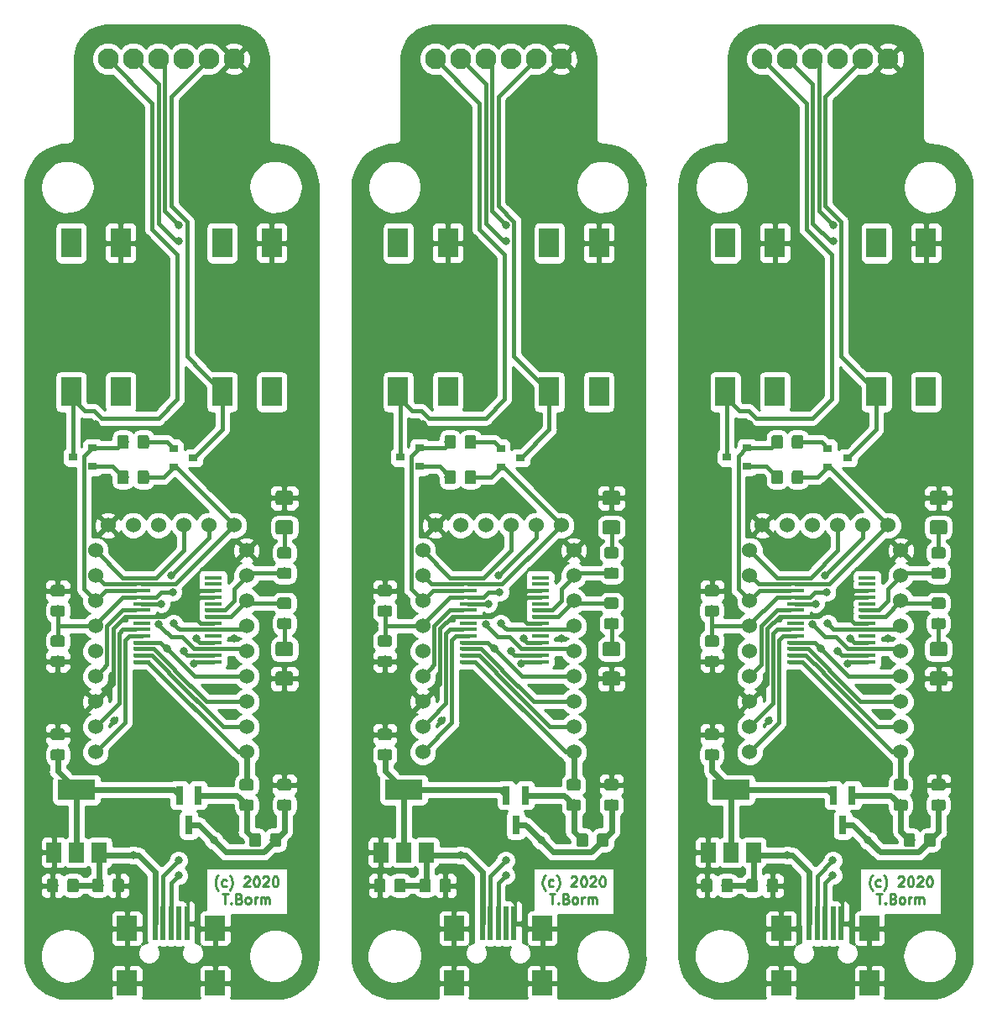
<source format=gbr>
G04 #@! TF.GenerationSoftware,KiCad,Pcbnew,5.0.2+dfsg1-1*
G04 #@! TF.CreationDate,2020-08-23T12:27:17+02:00*
G04 #@! TF.ProjectId,programmer,70726f67-7261-46d6-9d65-722e6b696361,rev?*
G04 #@! TF.SameCoordinates,Original*
G04 #@! TF.FileFunction,Copper,L1,Top*
G04 #@! TF.FilePolarity,Positive*
%FSLAX46Y46*%
G04 Gerber Fmt 4.6, Leading zero omitted, Abs format (unit mm)*
G04 Created by KiCad (PCBNEW 5.0.2+dfsg1-1) date Sun 23 Aug 2020 12:27:17 PM CEST*
%MOMM*%
%LPD*%
G01*
G04 APERTURE LIST*
G04 #@! TA.AperFunction,NonConductor*
%ADD10C,0.250000*%
G04 #@! TD*
G04 #@! TA.AperFunction,Conductor*
%ADD11C,0.100000*%
G04 #@! TD*
G04 #@! TA.AperFunction,SMDPad,CuDef*
%ADD12C,1.150000*%
G04 #@! TD*
G04 #@! TA.AperFunction,SMDPad,CuDef*
%ADD13C,1.425000*%
G04 #@! TD*
G04 #@! TA.AperFunction,SMDPad,CuDef*
%ADD14R,0.900000X0.800000*%
G04 #@! TD*
G04 #@! TA.AperFunction,SMDPad,CuDef*
%ADD15R,2.000000X3.000000*%
G04 #@! TD*
G04 #@! TA.AperFunction,SMDPad,CuDef*
%ADD16R,3.800000X2.000000*%
G04 #@! TD*
G04 #@! TA.AperFunction,SMDPad,CuDef*
%ADD17R,1.500000X2.000000*%
G04 #@! TD*
G04 #@! TA.AperFunction,ComponentPad*
%ADD18C,2.100000*%
G04 #@! TD*
G04 #@! TA.AperFunction,SMDPad,CuDef*
%ADD19R,0.500000X3.500000*%
G04 #@! TD*
G04 #@! TA.AperFunction,SMDPad,CuDef*
%ADD20R,2.000000X2.500000*%
G04 #@! TD*
G04 #@! TA.AperFunction,SMDPad,CuDef*
%ADD21R,1.750000X0.450000*%
G04 #@! TD*
G04 #@! TA.AperFunction,ComponentPad*
%ADD22C,1.524000*%
G04 #@! TD*
G04 #@! TA.AperFunction,SMDPad,CuDef*
%ADD23R,0.800000X1.900000*%
G04 #@! TD*
G04 #@! TA.AperFunction,ViaPad*
%ADD24C,0.800000*%
G04 #@! TD*
G04 #@! TA.AperFunction,Conductor*
%ADD25C,0.400000*%
G04 #@! TD*
G04 #@! TA.AperFunction,Conductor*
%ADD26C,0.600000*%
G04 #@! TD*
G04 #@! TA.AperFunction,Conductor*
%ADD27C,0.254000*%
G04 #@! TD*
G04 #@! TA.AperFunction,NonConductor*
%ADD28C,0.254000*%
G04 #@! TD*
G04 APERTURE END LIST*
D10*
X242212857Y-121878333D02*
X242165238Y-121830714D01*
X242070000Y-121687857D01*
X242022380Y-121592619D01*
X241974761Y-121449761D01*
X241927142Y-121211666D01*
X241927142Y-121021190D01*
X241974761Y-120783095D01*
X242022380Y-120640238D01*
X242070000Y-120545000D01*
X242165238Y-120402142D01*
X242212857Y-120354523D01*
X243022380Y-121449761D02*
X242927142Y-121497380D01*
X242736666Y-121497380D01*
X242641428Y-121449761D01*
X242593809Y-121402142D01*
X242546190Y-121306904D01*
X242546190Y-121021190D01*
X242593809Y-120925952D01*
X242641428Y-120878333D01*
X242736666Y-120830714D01*
X242927142Y-120830714D01*
X243022380Y-120878333D01*
X243355714Y-121878333D02*
X243403333Y-121830714D01*
X243498571Y-121687857D01*
X243546190Y-121592619D01*
X243593809Y-121449761D01*
X243641428Y-121211666D01*
X243641428Y-121021190D01*
X243593809Y-120783095D01*
X243546190Y-120640238D01*
X243498571Y-120545000D01*
X243403333Y-120402142D01*
X243355714Y-120354523D01*
X244831904Y-120592619D02*
X244879523Y-120545000D01*
X244974761Y-120497380D01*
X245212857Y-120497380D01*
X245308095Y-120545000D01*
X245355714Y-120592619D01*
X245403333Y-120687857D01*
X245403333Y-120783095D01*
X245355714Y-120925952D01*
X244784285Y-121497380D01*
X245403333Y-121497380D01*
X246022380Y-120497380D02*
X246117619Y-120497380D01*
X246212857Y-120545000D01*
X246260476Y-120592619D01*
X246308095Y-120687857D01*
X246355714Y-120878333D01*
X246355714Y-121116428D01*
X246308095Y-121306904D01*
X246260476Y-121402142D01*
X246212857Y-121449761D01*
X246117619Y-121497380D01*
X246022380Y-121497380D01*
X245927142Y-121449761D01*
X245879523Y-121402142D01*
X245831904Y-121306904D01*
X245784285Y-121116428D01*
X245784285Y-120878333D01*
X245831904Y-120687857D01*
X245879523Y-120592619D01*
X245927142Y-120545000D01*
X246022380Y-120497380D01*
X246736666Y-120592619D02*
X246784285Y-120545000D01*
X246879523Y-120497380D01*
X247117619Y-120497380D01*
X247212857Y-120545000D01*
X247260476Y-120592619D01*
X247308095Y-120687857D01*
X247308095Y-120783095D01*
X247260476Y-120925952D01*
X246689047Y-121497380D01*
X247308095Y-121497380D01*
X247927142Y-120497380D02*
X248022380Y-120497380D01*
X248117619Y-120545000D01*
X248165238Y-120592619D01*
X248212857Y-120687857D01*
X248260476Y-120878333D01*
X248260476Y-121116428D01*
X248212857Y-121306904D01*
X248165238Y-121402142D01*
X248117619Y-121449761D01*
X248022380Y-121497380D01*
X247927142Y-121497380D01*
X247831904Y-121449761D01*
X247784285Y-121402142D01*
X247736666Y-121306904D01*
X247689047Y-121116428D01*
X247689047Y-120878333D01*
X247736666Y-120687857D01*
X247784285Y-120592619D01*
X247831904Y-120545000D01*
X247927142Y-120497380D01*
X242617619Y-122247380D02*
X243189047Y-122247380D01*
X242903333Y-123247380D02*
X242903333Y-122247380D01*
X243522380Y-123152142D02*
X243570000Y-123199761D01*
X243522380Y-123247380D01*
X243474761Y-123199761D01*
X243522380Y-123152142D01*
X243522380Y-123247380D01*
X244331904Y-122723571D02*
X244474761Y-122771190D01*
X244522380Y-122818809D01*
X244570000Y-122914047D01*
X244570000Y-123056904D01*
X244522380Y-123152142D01*
X244474761Y-123199761D01*
X244379523Y-123247380D01*
X243998571Y-123247380D01*
X243998571Y-122247380D01*
X244331904Y-122247380D01*
X244427142Y-122295000D01*
X244474761Y-122342619D01*
X244522380Y-122437857D01*
X244522380Y-122533095D01*
X244474761Y-122628333D01*
X244427142Y-122675952D01*
X244331904Y-122723571D01*
X243998571Y-122723571D01*
X245141428Y-123247380D02*
X245046190Y-123199761D01*
X244998571Y-123152142D01*
X244950952Y-123056904D01*
X244950952Y-122771190D01*
X244998571Y-122675952D01*
X245046190Y-122628333D01*
X245141428Y-122580714D01*
X245284285Y-122580714D01*
X245379523Y-122628333D01*
X245427142Y-122675952D01*
X245474761Y-122771190D01*
X245474761Y-123056904D01*
X245427142Y-123152142D01*
X245379523Y-123199761D01*
X245284285Y-123247380D01*
X245141428Y-123247380D01*
X245903333Y-123247380D02*
X245903333Y-122580714D01*
X245903333Y-122771190D02*
X245950952Y-122675952D01*
X245998571Y-122628333D01*
X246093809Y-122580714D01*
X246189047Y-122580714D01*
X246522380Y-123247380D02*
X246522380Y-122580714D01*
X246522380Y-122675952D02*
X246570000Y-122628333D01*
X246665238Y-122580714D01*
X246808095Y-122580714D01*
X246903333Y-122628333D01*
X246950952Y-122723571D01*
X246950952Y-123247380D01*
X246950952Y-122723571D02*
X246998571Y-122628333D01*
X247093809Y-122580714D01*
X247236666Y-122580714D01*
X247331904Y-122628333D01*
X247379523Y-122723571D01*
X247379523Y-123247380D01*
X209212857Y-121878333D02*
X209165238Y-121830714D01*
X209070000Y-121687857D01*
X209022380Y-121592619D01*
X208974761Y-121449761D01*
X208927142Y-121211666D01*
X208927142Y-121021190D01*
X208974761Y-120783095D01*
X209022380Y-120640238D01*
X209070000Y-120545000D01*
X209165238Y-120402142D01*
X209212857Y-120354523D01*
X210022380Y-121449761D02*
X209927142Y-121497380D01*
X209736666Y-121497380D01*
X209641428Y-121449761D01*
X209593809Y-121402142D01*
X209546190Y-121306904D01*
X209546190Y-121021190D01*
X209593809Y-120925952D01*
X209641428Y-120878333D01*
X209736666Y-120830714D01*
X209927142Y-120830714D01*
X210022380Y-120878333D01*
X210355714Y-121878333D02*
X210403333Y-121830714D01*
X210498571Y-121687857D01*
X210546190Y-121592619D01*
X210593809Y-121449761D01*
X210641428Y-121211666D01*
X210641428Y-121021190D01*
X210593809Y-120783095D01*
X210546190Y-120640238D01*
X210498571Y-120545000D01*
X210403333Y-120402142D01*
X210355714Y-120354523D01*
X211831904Y-120592619D02*
X211879523Y-120545000D01*
X211974761Y-120497380D01*
X212212857Y-120497380D01*
X212308095Y-120545000D01*
X212355714Y-120592619D01*
X212403333Y-120687857D01*
X212403333Y-120783095D01*
X212355714Y-120925952D01*
X211784285Y-121497380D01*
X212403333Y-121497380D01*
X213022380Y-120497380D02*
X213117619Y-120497380D01*
X213212857Y-120545000D01*
X213260476Y-120592619D01*
X213308095Y-120687857D01*
X213355714Y-120878333D01*
X213355714Y-121116428D01*
X213308095Y-121306904D01*
X213260476Y-121402142D01*
X213212857Y-121449761D01*
X213117619Y-121497380D01*
X213022380Y-121497380D01*
X212927142Y-121449761D01*
X212879523Y-121402142D01*
X212831904Y-121306904D01*
X212784285Y-121116428D01*
X212784285Y-120878333D01*
X212831904Y-120687857D01*
X212879523Y-120592619D01*
X212927142Y-120545000D01*
X213022380Y-120497380D01*
X213736666Y-120592619D02*
X213784285Y-120545000D01*
X213879523Y-120497380D01*
X214117619Y-120497380D01*
X214212857Y-120545000D01*
X214260476Y-120592619D01*
X214308095Y-120687857D01*
X214308095Y-120783095D01*
X214260476Y-120925952D01*
X213689047Y-121497380D01*
X214308095Y-121497380D01*
X214927142Y-120497380D02*
X215022380Y-120497380D01*
X215117619Y-120545000D01*
X215165238Y-120592619D01*
X215212857Y-120687857D01*
X215260476Y-120878333D01*
X215260476Y-121116428D01*
X215212857Y-121306904D01*
X215165238Y-121402142D01*
X215117619Y-121449761D01*
X215022380Y-121497380D01*
X214927142Y-121497380D01*
X214831904Y-121449761D01*
X214784285Y-121402142D01*
X214736666Y-121306904D01*
X214689047Y-121116428D01*
X214689047Y-120878333D01*
X214736666Y-120687857D01*
X214784285Y-120592619D01*
X214831904Y-120545000D01*
X214927142Y-120497380D01*
X209617619Y-122247380D02*
X210189047Y-122247380D01*
X209903333Y-123247380D02*
X209903333Y-122247380D01*
X210522380Y-123152142D02*
X210570000Y-123199761D01*
X210522380Y-123247380D01*
X210474761Y-123199761D01*
X210522380Y-123152142D01*
X210522380Y-123247380D01*
X211331904Y-122723571D02*
X211474761Y-122771190D01*
X211522380Y-122818809D01*
X211570000Y-122914047D01*
X211570000Y-123056904D01*
X211522380Y-123152142D01*
X211474761Y-123199761D01*
X211379523Y-123247380D01*
X210998571Y-123247380D01*
X210998571Y-122247380D01*
X211331904Y-122247380D01*
X211427142Y-122295000D01*
X211474761Y-122342619D01*
X211522380Y-122437857D01*
X211522380Y-122533095D01*
X211474761Y-122628333D01*
X211427142Y-122675952D01*
X211331904Y-122723571D01*
X210998571Y-122723571D01*
X212141428Y-123247380D02*
X212046190Y-123199761D01*
X211998571Y-123152142D01*
X211950952Y-123056904D01*
X211950952Y-122771190D01*
X211998571Y-122675952D01*
X212046190Y-122628333D01*
X212141428Y-122580714D01*
X212284285Y-122580714D01*
X212379523Y-122628333D01*
X212427142Y-122675952D01*
X212474761Y-122771190D01*
X212474761Y-123056904D01*
X212427142Y-123152142D01*
X212379523Y-123199761D01*
X212284285Y-123247380D01*
X212141428Y-123247380D01*
X212903333Y-123247380D02*
X212903333Y-122580714D01*
X212903333Y-122771190D02*
X212950952Y-122675952D01*
X212998571Y-122628333D01*
X213093809Y-122580714D01*
X213189047Y-122580714D01*
X213522380Y-123247380D02*
X213522380Y-122580714D01*
X213522380Y-122675952D02*
X213570000Y-122628333D01*
X213665238Y-122580714D01*
X213808095Y-122580714D01*
X213903333Y-122628333D01*
X213950952Y-122723571D01*
X213950952Y-123247380D01*
X213950952Y-122723571D02*
X213998571Y-122628333D01*
X214093809Y-122580714D01*
X214236666Y-122580714D01*
X214331904Y-122628333D01*
X214379523Y-122723571D01*
X214379523Y-123247380D01*
X176212857Y-121878333D02*
X176165238Y-121830714D01*
X176070000Y-121687857D01*
X176022380Y-121592619D01*
X175974761Y-121449761D01*
X175927142Y-121211666D01*
X175927142Y-121021190D01*
X175974761Y-120783095D01*
X176022380Y-120640238D01*
X176070000Y-120545000D01*
X176165238Y-120402142D01*
X176212857Y-120354523D01*
X177022380Y-121449761D02*
X176927142Y-121497380D01*
X176736666Y-121497380D01*
X176641428Y-121449761D01*
X176593809Y-121402142D01*
X176546190Y-121306904D01*
X176546190Y-121021190D01*
X176593809Y-120925952D01*
X176641428Y-120878333D01*
X176736666Y-120830714D01*
X176927142Y-120830714D01*
X177022380Y-120878333D01*
X177355714Y-121878333D02*
X177403333Y-121830714D01*
X177498571Y-121687857D01*
X177546190Y-121592619D01*
X177593809Y-121449761D01*
X177641428Y-121211666D01*
X177641428Y-121021190D01*
X177593809Y-120783095D01*
X177546190Y-120640238D01*
X177498571Y-120545000D01*
X177403333Y-120402142D01*
X177355714Y-120354523D01*
X178831904Y-120592619D02*
X178879523Y-120545000D01*
X178974761Y-120497380D01*
X179212857Y-120497380D01*
X179308095Y-120545000D01*
X179355714Y-120592619D01*
X179403333Y-120687857D01*
X179403333Y-120783095D01*
X179355714Y-120925952D01*
X178784285Y-121497380D01*
X179403333Y-121497380D01*
X180022380Y-120497380D02*
X180117619Y-120497380D01*
X180212857Y-120545000D01*
X180260476Y-120592619D01*
X180308095Y-120687857D01*
X180355714Y-120878333D01*
X180355714Y-121116428D01*
X180308095Y-121306904D01*
X180260476Y-121402142D01*
X180212857Y-121449761D01*
X180117619Y-121497380D01*
X180022380Y-121497380D01*
X179927142Y-121449761D01*
X179879523Y-121402142D01*
X179831904Y-121306904D01*
X179784285Y-121116428D01*
X179784285Y-120878333D01*
X179831904Y-120687857D01*
X179879523Y-120592619D01*
X179927142Y-120545000D01*
X180022380Y-120497380D01*
X180736666Y-120592619D02*
X180784285Y-120545000D01*
X180879523Y-120497380D01*
X181117619Y-120497380D01*
X181212857Y-120545000D01*
X181260476Y-120592619D01*
X181308095Y-120687857D01*
X181308095Y-120783095D01*
X181260476Y-120925952D01*
X180689047Y-121497380D01*
X181308095Y-121497380D01*
X181927142Y-120497380D02*
X182022380Y-120497380D01*
X182117619Y-120545000D01*
X182165238Y-120592619D01*
X182212857Y-120687857D01*
X182260476Y-120878333D01*
X182260476Y-121116428D01*
X182212857Y-121306904D01*
X182165238Y-121402142D01*
X182117619Y-121449761D01*
X182022380Y-121497380D01*
X181927142Y-121497380D01*
X181831904Y-121449761D01*
X181784285Y-121402142D01*
X181736666Y-121306904D01*
X181689047Y-121116428D01*
X181689047Y-120878333D01*
X181736666Y-120687857D01*
X181784285Y-120592619D01*
X181831904Y-120545000D01*
X181927142Y-120497380D01*
X176617619Y-122247380D02*
X177189047Y-122247380D01*
X176903333Y-123247380D02*
X176903333Y-122247380D01*
X177522380Y-123152142D02*
X177570000Y-123199761D01*
X177522380Y-123247380D01*
X177474761Y-123199761D01*
X177522380Y-123152142D01*
X177522380Y-123247380D01*
X178331904Y-122723571D02*
X178474761Y-122771190D01*
X178522380Y-122818809D01*
X178570000Y-122914047D01*
X178570000Y-123056904D01*
X178522380Y-123152142D01*
X178474761Y-123199761D01*
X178379523Y-123247380D01*
X177998571Y-123247380D01*
X177998571Y-122247380D01*
X178331904Y-122247380D01*
X178427142Y-122295000D01*
X178474761Y-122342619D01*
X178522380Y-122437857D01*
X178522380Y-122533095D01*
X178474761Y-122628333D01*
X178427142Y-122675952D01*
X178331904Y-122723571D01*
X177998571Y-122723571D01*
X179141428Y-123247380D02*
X179046190Y-123199761D01*
X178998571Y-123152142D01*
X178950952Y-123056904D01*
X178950952Y-122771190D01*
X178998571Y-122675952D01*
X179046190Y-122628333D01*
X179141428Y-122580714D01*
X179284285Y-122580714D01*
X179379523Y-122628333D01*
X179427142Y-122675952D01*
X179474761Y-122771190D01*
X179474761Y-123056904D01*
X179427142Y-123152142D01*
X179379523Y-123199761D01*
X179284285Y-123247380D01*
X179141428Y-123247380D01*
X179903333Y-123247380D02*
X179903333Y-122580714D01*
X179903333Y-122771190D02*
X179950952Y-122675952D01*
X179998571Y-122628333D01*
X180093809Y-122580714D01*
X180189047Y-122580714D01*
X180522380Y-123247380D02*
X180522380Y-122580714D01*
X180522380Y-122675952D02*
X180570000Y-122628333D01*
X180665238Y-122580714D01*
X180808095Y-122580714D01*
X180903333Y-122628333D01*
X180950952Y-122723571D01*
X180950952Y-123247380D01*
X180950952Y-122723571D02*
X180998571Y-122628333D01*
X181093809Y-122580714D01*
X181236666Y-122580714D01*
X181331904Y-122628333D01*
X181379523Y-122723571D01*
X181379523Y-123247380D01*
D11*
G04 #@! TO.N,N/C*
G04 #@! TO.C,C2*
G36*
X226494505Y-93161204D02*
X226518773Y-93164804D01*
X226542572Y-93170765D01*
X226565671Y-93179030D01*
X226587850Y-93189520D01*
X226608893Y-93202132D01*
X226628599Y-93216747D01*
X226646777Y-93233223D01*
X226663253Y-93251401D01*
X226677868Y-93271107D01*
X226690480Y-93292150D01*
X226700970Y-93314329D01*
X226709235Y-93337428D01*
X226715196Y-93361227D01*
X226718796Y-93385495D01*
X226720000Y-93409999D01*
X226720000Y-94060001D01*
X226718796Y-94084505D01*
X226715196Y-94108773D01*
X226709235Y-94132572D01*
X226700970Y-94155671D01*
X226690480Y-94177850D01*
X226677868Y-94198893D01*
X226663253Y-94218599D01*
X226646777Y-94236777D01*
X226628599Y-94253253D01*
X226608893Y-94267868D01*
X226587850Y-94280480D01*
X226565671Y-94290970D01*
X226542572Y-94299235D01*
X226518773Y-94305196D01*
X226494505Y-94308796D01*
X226470001Y-94310000D01*
X225569999Y-94310000D01*
X225545495Y-94308796D01*
X225521227Y-94305196D01*
X225497428Y-94299235D01*
X225474329Y-94290970D01*
X225452150Y-94280480D01*
X225431107Y-94267868D01*
X225411401Y-94253253D01*
X225393223Y-94236777D01*
X225376747Y-94218599D01*
X225362132Y-94198893D01*
X225349520Y-94177850D01*
X225339030Y-94155671D01*
X225330765Y-94132572D01*
X225324804Y-94108773D01*
X225321204Y-94084505D01*
X225320000Y-94060001D01*
X225320000Y-93409999D01*
X225321204Y-93385495D01*
X225324804Y-93361227D01*
X225330765Y-93337428D01*
X225339030Y-93314329D01*
X225349520Y-93292150D01*
X225362132Y-93271107D01*
X225376747Y-93251401D01*
X225393223Y-93233223D01*
X225411401Y-93216747D01*
X225431107Y-93202132D01*
X225452150Y-93189520D01*
X225474329Y-93179030D01*
X225497428Y-93170765D01*
X225521227Y-93164804D01*
X225545495Y-93161204D01*
X225569999Y-93160000D01*
X226470001Y-93160000D01*
X226494505Y-93161204D01*
X226494505Y-93161204D01*
G37*
D12*
G04 #@! TD*
G04 #@! TO.P,C2,1*
G04 #@! TO.N,N/C*
X226020000Y-93735000D03*
D11*
G04 #@! TO.N,N/C*
G04 #@! TO.C,C2*
G36*
X226494505Y-91111204D02*
X226518773Y-91114804D01*
X226542572Y-91120765D01*
X226565671Y-91129030D01*
X226587850Y-91139520D01*
X226608893Y-91152132D01*
X226628599Y-91166747D01*
X226646777Y-91183223D01*
X226663253Y-91201401D01*
X226677868Y-91221107D01*
X226690480Y-91242150D01*
X226700970Y-91264329D01*
X226709235Y-91287428D01*
X226715196Y-91311227D01*
X226718796Y-91335495D01*
X226720000Y-91359999D01*
X226720000Y-92010001D01*
X226718796Y-92034505D01*
X226715196Y-92058773D01*
X226709235Y-92082572D01*
X226700970Y-92105671D01*
X226690480Y-92127850D01*
X226677868Y-92148893D01*
X226663253Y-92168599D01*
X226646777Y-92186777D01*
X226628599Y-92203253D01*
X226608893Y-92217868D01*
X226587850Y-92230480D01*
X226565671Y-92240970D01*
X226542572Y-92249235D01*
X226518773Y-92255196D01*
X226494505Y-92258796D01*
X226470001Y-92260000D01*
X225569999Y-92260000D01*
X225545495Y-92258796D01*
X225521227Y-92255196D01*
X225497428Y-92249235D01*
X225474329Y-92240970D01*
X225452150Y-92230480D01*
X225431107Y-92217868D01*
X225411401Y-92203253D01*
X225393223Y-92186777D01*
X225376747Y-92168599D01*
X225362132Y-92148893D01*
X225349520Y-92127850D01*
X225339030Y-92105671D01*
X225330765Y-92082572D01*
X225324804Y-92058773D01*
X225321204Y-92034505D01*
X225320000Y-92010001D01*
X225320000Y-91359999D01*
X225321204Y-91335495D01*
X225324804Y-91311227D01*
X225330765Y-91287428D01*
X225339030Y-91264329D01*
X225349520Y-91242150D01*
X225362132Y-91221107D01*
X225376747Y-91201401D01*
X225393223Y-91183223D01*
X225411401Y-91166747D01*
X225431107Y-91152132D01*
X225452150Y-91139520D01*
X225474329Y-91129030D01*
X225497428Y-91120765D01*
X225521227Y-91114804D01*
X225545495Y-91111204D01*
X225569999Y-91110000D01*
X226470001Y-91110000D01*
X226494505Y-91111204D01*
X226494505Y-91111204D01*
G37*
D12*
G04 #@! TD*
G04 #@! TO.P,C2,2*
G04 #@! TO.N,N/C*
X226020000Y-91685000D03*
D11*
G04 #@! TO.N,N/C*
G04 #@! TO.C,C7*
G36*
X249354505Y-112719204D02*
X249378773Y-112722804D01*
X249402572Y-112728765D01*
X249425671Y-112737030D01*
X249447850Y-112747520D01*
X249468893Y-112760132D01*
X249488599Y-112774747D01*
X249506777Y-112791223D01*
X249523253Y-112809401D01*
X249537868Y-112829107D01*
X249550480Y-112850150D01*
X249560970Y-112872329D01*
X249569235Y-112895428D01*
X249575196Y-112919227D01*
X249578796Y-112943495D01*
X249580000Y-112967999D01*
X249580000Y-113618001D01*
X249578796Y-113642505D01*
X249575196Y-113666773D01*
X249569235Y-113690572D01*
X249560970Y-113713671D01*
X249550480Y-113735850D01*
X249537868Y-113756893D01*
X249523253Y-113776599D01*
X249506777Y-113794777D01*
X249488599Y-113811253D01*
X249468893Y-113825868D01*
X249447850Y-113838480D01*
X249425671Y-113848970D01*
X249402572Y-113857235D01*
X249378773Y-113863196D01*
X249354505Y-113866796D01*
X249330001Y-113868000D01*
X248429999Y-113868000D01*
X248405495Y-113866796D01*
X248381227Y-113863196D01*
X248357428Y-113857235D01*
X248334329Y-113848970D01*
X248312150Y-113838480D01*
X248291107Y-113825868D01*
X248271401Y-113811253D01*
X248253223Y-113794777D01*
X248236747Y-113776599D01*
X248222132Y-113756893D01*
X248209520Y-113735850D01*
X248199030Y-113713671D01*
X248190765Y-113690572D01*
X248184804Y-113666773D01*
X248181204Y-113642505D01*
X248180000Y-113618001D01*
X248180000Y-112967999D01*
X248181204Y-112943495D01*
X248184804Y-112919227D01*
X248190765Y-112895428D01*
X248199030Y-112872329D01*
X248209520Y-112850150D01*
X248222132Y-112829107D01*
X248236747Y-112809401D01*
X248253223Y-112791223D01*
X248271401Y-112774747D01*
X248291107Y-112760132D01*
X248312150Y-112747520D01*
X248334329Y-112737030D01*
X248357428Y-112728765D01*
X248381227Y-112722804D01*
X248405495Y-112719204D01*
X248429999Y-112718000D01*
X249330001Y-112718000D01*
X249354505Y-112719204D01*
X249354505Y-112719204D01*
G37*
D12*
G04 #@! TD*
G04 #@! TO.P,C7,1*
G04 #@! TO.N,N/C*
X248880000Y-113293000D03*
D11*
G04 #@! TO.N,N/C*
G04 #@! TO.C,C7*
G36*
X249354505Y-110669204D02*
X249378773Y-110672804D01*
X249402572Y-110678765D01*
X249425671Y-110687030D01*
X249447850Y-110697520D01*
X249468893Y-110710132D01*
X249488599Y-110724747D01*
X249506777Y-110741223D01*
X249523253Y-110759401D01*
X249537868Y-110779107D01*
X249550480Y-110800150D01*
X249560970Y-110822329D01*
X249569235Y-110845428D01*
X249575196Y-110869227D01*
X249578796Y-110893495D01*
X249580000Y-110917999D01*
X249580000Y-111568001D01*
X249578796Y-111592505D01*
X249575196Y-111616773D01*
X249569235Y-111640572D01*
X249560970Y-111663671D01*
X249550480Y-111685850D01*
X249537868Y-111706893D01*
X249523253Y-111726599D01*
X249506777Y-111744777D01*
X249488599Y-111761253D01*
X249468893Y-111775868D01*
X249447850Y-111788480D01*
X249425671Y-111798970D01*
X249402572Y-111807235D01*
X249378773Y-111813196D01*
X249354505Y-111816796D01*
X249330001Y-111818000D01*
X248429999Y-111818000D01*
X248405495Y-111816796D01*
X248381227Y-111813196D01*
X248357428Y-111807235D01*
X248334329Y-111798970D01*
X248312150Y-111788480D01*
X248291107Y-111775868D01*
X248271401Y-111761253D01*
X248253223Y-111744777D01*
X248236747Y-111726599D01*
X248222132Y-111706893D01*
X248209520Y-111685850D01*
X248199030Y-111663671D01*
X248190765Y-111640572D01*
X248184804Y-111616773D01*
X248181204Y-111592505D01*
X248180000Y-111568001D01*
X248180000Y-110917999D01*
X248181204Y-110893495D01*
X248184804Y-110869227D01*
X248190765Y-110845428D01*
X248199030Y-110822329D01*
X248209520Y-110800150D01*
X248222132Y-110779107D01*
X248236747Y-110759401D01*
X248253223Y-110741223D01*
X248271401Y-110724747D01*
X248291107Y-110710132D01*
X248312150Y-110697520D01*
X248334329Y-110687030D01*
X248357428Y-110678765D01*
X248381227Y-110672804D01*
X248405495Y-110669204D01*
X248429999Y-110668000D01*
X249330001Y-110668000D01*
X249354505Y-110669204D01*
X249354505Y-110669204D01*
G37*
D12*
G04 #@! TD*
G04 #@! TO.P,C7,2*
G04 #@! TO.N,N/C*
X248880000Y-111243000D03*
D11*
G04 #@! TO.N,N/C*
G04 #@! TO.C,C3*
G36*
X230424505Y-120713204D02*
X230448773Y-120716804D01*
X230472572Y-120722765D01*
X230495671Y-120731030D01*
X230517850Y-120741520D01*
X230538893Y-120754132D01*
X230558599Y-120768747D01*
X230576777Y-120785223D01*
X230593253Y-120803401D01*
X230607868Y-120823107D01*
X230620480Y-120844150D01*
X230630970Y-120866329D01*
X230639235Y-120889428D01*
X230645196Y-120913227D01*
X230648796Y-120937495D01*
X230650000Y-120961999D01*
X230650000Y-121862001D01*
X230648796Y-121886505D01*
X230645196Y-121910773D01*
X230639235Y-121934572D01*
X230630970Y-121957671D01*
X230620480Y-121979850D01*
X230607868Y-122000893D01*
X230593253Y-122020599D01*
X230576777Y-122038777D01*
X230558599Y-122055253D01*
X230538893Y-122069868D01*
X230517850Y-122082480D01*
X230495671Y-122092970D01*
X230472572Y-122101235D01*
X230448773Y-122107196D01*
X230424505Y-122110796D01*
X230400001Y-122112000D01*
X229749999Y-122112000D01*
X229725495Y-122110796D01*
X229701227Y-122107196D01*
X229677428Y-122101235D01*
X229654329Y-122092970D01*
X229632150Y-122082480D01*
X229611107Y-122069868D01*
X229591401Y-122055253D01*
X229573223Y-122038777D01*
X229556747Y-122020599D01*
X229542132Y-122000893D01*
X229529520Y-121979850D01*
X229519030Y-121957671D01*
X229510765Y-121934572D01*
X229504804Y-121910773D01*
X229501204Y-121886505D01*
X229500000Y-121862001D01*
X229500000Y-120961999D01*
X229501204Y-120937495D01*
X229504804Y-120913227D01*
X229510765Y-120889428D01*
X229519030Y-120866329D01*
X229529520Y-120844150D01*
X229542132Y-120823107D01*
X229556747Y-120803401D01*
X229573223Y-120785223D01*
X229591401Y-120768747D01*
X229611107Y-120754132D01*
X229632150Y-120741520D01*
X229654329Y-120731030D01*
X229677428Y-120722765D01*
X229701227Y-120716804D01*
X229725495Y-120713204D01*
X229749999Y-120712000D01*
X230400001Y-120712000D01*
X230424505Y-120713204D01*
X230424505Y-120713204D01*
G37*
D12*
G04 #@! TD*
G04 #@! TO.P,C3,1*
G04 #@! TO.N,N/C*
X230075000Y-121412000D03*
D11*
G04 #@! TO.N,N/C*
G04 #@! TO.C,C3*
G36*
X232474505Y-120713204D02*
X232498773Y-120716804D01*
X232522572Y-120722765D01*
X232545671Y-120731030D01*
X232567850Y-120741520D01*
X232588893Y-120754132D01*
X232608599Y-120768747D01*
X232626777Y-120785223D01*
X232643253Y-120803401D01*
X232657868Y-120823107D01*
X232670480Y-120844150D01*
X232680970Y-120866329D01*
X232689235Y-120889428D01*
X232695196Y-120913227D01*
X232698796Y-120937495D01*
X232700000Y-120961999D01*
X232700000Y-121862001D01*
X232698796Y-121886505D01*
X232695196Y-121910773D01*
X232689235Y-121934572D01*
X232680970Y-121957671D01*
X232670480Y-121979850D01*
X232657868Y-122000893D01*
X232643253Y-122020599D01*
X232626777Y-122038777D01*
X232608599Y-122055253D01*
X232588893Y-122069868D01*
X232567850Y-122082480D01*
X232545671Y-122092970D01*
X232522572Y-122101235D01*
X232498773Y-122107196D01*
X232474505Y-122110796D01*
X232450001Y-122112000D01*
X231799999Y-122112000D01*
X231775495Y-122110796D01*
X231751227Y-122107196D01*
X231727428Y-122101235D01*
X231704329Y-122092970D01*
X231682150Y-122082480D01*
X231661107Y-122069868D01*
X231641401Y-122055253D01*
X231623223Y-122038777D01*
X231606747Y-122020599D01*
X231592132Y-122000893D01*
X231579520Y-121979850D01*
X231569030Y-121957671D01*
X231560765Y-121934572D01*
X231554804Y-121910773D01*
X231551204Y-121886505D01*
X231550000Y-121862001D01*
X231550000Y-120961999D01*
X231551204Y-120937495D01*
X231554804Y-120913227D01*
X231560765Y-120889428D01*
X231569030Y-120866329D01*
X231579520Y-120844150D01*
X231592132Y-120823107D01*
X231606747Y-120803401D01*
X231623223Y-120785223D01*
X231641401Y-120768747D01*
X231661107Y-120754132D01*
X231682150Y-120741520D01*
X231704329Y-120731030D01*
X231727428Y-120722765D01*
X231751227Y-120716804D01*
X231775495Y-120713204D01*
X231799999Y-120712000D01*
X232450001Y-120712000D01*
X232474505Y-120713204D01*
X232474505Y-120713204D01*
G37*
D12*
G04 #@! TD*
G04 #@! TO.P,C3,2*
G04 #@! TO.N,N/C*
X232125000Y-121412000D03*
D11*
G04 #@! TO.N,N/C*
G04 #@! TO.C,R5*
G36*
X249354505Y-94431204D02*
X249378773Y-94434804D01*
X249402572Y-94440765D01*
X249425671Y-94449030D01*
X249447850Y-94459520D01*
X249468893Y-94472132D01*
X249488599Y-94486747D01*
X249506777Y-94503223D01*
X249523253Y-94521401D01*
X249537868Y-94541107D01*
X249550480Y-94562150D01*
X249560970Y-94584329D01*
X249569235Y-94607428D01*
X249575196Y-94631227D01*
X249578796Y-94655495D01*
X249580000Y-94679999D01*
X249580000Y-95330001D01*
X249578796Y-95354505D01*
X249575196Y-95378773D01*
X249569235Y-95402572D01*
X249560970Y-95425671D01*
X249550480Y-95447850D01*
X249537868Y-95468893D01*
X249523253Y-95488599D01*
X249506777Y-95506777D01*
X249488599Y-95523253D01*
X249468893Y-95537868D01*
X249447850Y-95550480D01*
X249425671Y-95560970D01*
X249402572Y-95569235D01*
X249378773Y-95575196D01*
X249354505Y-95578796D01*
X249330001Y-95580000D01*
X248429999Y-95580000D01*
X248405495Y-95578796D01*
X248381227Y-95575196D01*
X248357428Y-95569235D01*
X248334329Y-95560970D01*
X248312150Y-95550480D01*
X248291107Y-95537868D01*
X248271401Y-95523253D01*
X248253223Y-95506777D01*
X248236747Y-95488599D01*
X248222132Y-95468893D01*
X248209520Y-95447850D01*
X248199030Y-95425671D01*
X248190765Y-95402572D01*
X248184804Y-95378773D01*
X248181204Y-95354505D01*
X248180000Y-95330001D01*
X248180000Y-94679999D01*
X248181204Y-94655495D01*
X248184804Y-94631227D01*
X248190765Y-94607428D01*
X248199030Y-94584329D01*
X248209520Y-94562150D01*
X248222132Y-94541107D01*
X248236747Y-94521401D01*
X248253223Y-94503223D01*
X248271401Y-94486747D01*
X248291107Y-94472132D01*
X248312150Y-94459520D01*
X248334329Y-94449030D01*
X248357428Y-94440765D01*
X248381227Y-94434804D01*
X248405495Y-94431204D01*
X248429999Y-94430000D01*
X249330001Y-94430000D01*
X249354505Y-94431204D01*
X249354505Y-94431204D01*
G37*
D12*
G04 #@! TD*
G04 #@! TO.P,R5,1*
G04 #@! TO.N,N/C*
X248880000Y-95005000D03*
D11*
G04 #@! TO.N,N/C*
G04 #@! TO.C,R5*
G36*
X249354505Y-92381204D02*
X249378773Y-92384804D01*
X249402572Y-92390765D01*
X249425671Y-92399030D01*
X249447850Y-92409520D01*
X249468893Y-92422132D01*
X249488599Y-92436747D01*
X249506777Y-92453223D01*
X249523253Y-92471401D01*
X249537868Y-92491107D01*
X249550480Y-92512150D01*
X249560970Y-92534329D01*
X249569235Y-92557428D01*
X249575196Y-92581227D01*
X249578796Y-92605495D01*
X249580000Y-92629999D01*
X249580000Y-93280001D01*
X249578796Y-93304505D01*
X249575196Y-93328773D01*
X249569235Y-93352572D01*
X249560970Y-93375671D01*
X249550480Y-93397850D01*
X249537868Y-93418893D01*
X249523253Y-93438599D01*
X249506777Y-93456777D01*
X249488599Y-93473253D01*
X249468893Y-93487868D01*
X249447850Y-93500480D01*
X249425671Y-93510970D01*
X249402572Y-93519235D01*
X249378773Y-93525196D01*
X249354505Y-93528796D01*
X249330001Y-93530000D01*
X248429999Y-93530000D01*
X248405495Y-93528796D01*
X248381227Y-93525196D01*
X248357428Y-93519235D01*
X248334329Y-93510970D01*
X248312150Y-93500480D01*
X248291107Y-93487868D01*
X248271401Y-93473253D01*
X248253223Y-93456777D01*
X248236747Y-93438599D01*
X248222132Y-93418893D01*
X248209520Y-93397850D01*
X248199030Y-93375671D01*
X248190765Y-93352572D01*
X248184804Y-93328773D01*
X248181204Y-93304505D01*
X248180000Y-93280001D01*
X248180000Y-92629999D01*
X248181204Y-92605495D01*
X248184804Y-92581227D01*
X248190765Y-92557428D01*
X248199030Y-92534329D01*
X248209520Y-92512150D01*
X248222132Y-92491107D01*
X248236747Y-92471401D01*
X248253223Y-92453223D01*
X248271401Y-92436747D01*
X248291107Y-92422132D01*
X248312150Y-92409520D01*
X248334329Y-92399030D01*
X248357428Y-92390765D01*
X248381227Y-92384804D01*
X248405495Y-92381204D01*
X248429999Y-92380000D01*
X249330001Y-92380000D01*
X249354505Y-92381204D01*
X249354505Y-92381204D01*
G37*
D12*
G04 #@! TD*
G04 #@! TO.P,R5,2*
G04 #@! TO.N,N/C*
X248880000Y-92955000D03*
D11*
G04 #@! TO.N,N/C*
G04 #@! TO.C,R3*
G36*
X245544505Y-112728204D02*
X245568773Y-112731804D01*
X245592572Y-112737765D01*
X245615671Y-112746030D01*
X245637850Y-112756520D01*
X245658893Y-112769132D01*
X245678599Y-112783747D01*
X245696777Y-112800223D01*
X245713253Y-112818401D01*
X245727868Y-112838107D01*
X245740480Y-112859150D01*
X245750970Y-112881329D01*
X245759235Y-112904428D01*
X245765196Y-112928227D01*
X245768796Y-112952495D01*
X245770000Y-112976999D01*
X245770000Y-113627001D01*
X245768796Y-113651505D01*
X245765196Y-113675773D01*
X245759235Y-113699572D01*
X245750970Y-113722671D01*
X245740480Y-113744850D01*
X245727868Y-113765893D01*
X245713253Y-113785599D01*
X245696777Y-113803777D01*
X245678599Y-113820253D01*
X245658893Y-113834868D01*
X245637850Y-113847480D01*
X245615671Y-113857970D01*
X245592572Y-113866235D01*
X245568773Y-113872196D01*
X245544505Y-113875796D01*
X245520001Y-113877000D01*
X244619999Y-113877000D01*
X244595495Y-113875796D01*
X244571227Y-113872196D01*
X244547428Y-113866235D01*
X244524329Y-113857970D01*
X244502150Y-113847480D01*
X244481107Y-113834868D01*
X244461401Y-113820253D01*
X244443223Y-113803777D01*
X244426747Y-113785599D01*
X244412132Y-113765893D01*
X244399520Y-113744850D01*
X244389030Y-113722671D01*
X244380765Y-113699572D01*
X244374804Y-113675773D01*
X244371204Y-113651505D01*
X244370000Y-113627001D01*
X244370000Y-112976999D01*
X244371204Y-112952495D01*
X244374804Y-112928227D01*
X244380765Y-112904428D01*
X244389030Y-112881329D01*
X244399520Y-112859150D01*
X244412132Y-112838107D01*
X244426747Y-112818401D01*
X244443223Y-112800223D01*
X244461401Y-112783747D01*
X244481107Y-112769132D01*
X244502150Y-112756520D01*
X244524329Y-112746030D01*
X244547428Y-112737765D01*
X244571227Y-112731804D01*
X244595495Y-112728204D01*
X244619999Y-112727000D01*
X245520001Y-112727000D01*
X245544505Y-112728204D01*
X245544505Y-112728204D01*
G37*
D12*
G04 #@! TD*
G04 #@! TO.P,R3,1*
G04 #@! TO.N,N/C*
X245070000Y-113302000D03*
D11*
G04 #@! TO.N,N/C*
G04 #@! TO.C,R3*
G36*
X245544505Y-110678204D02*
X245568773Y-110681804D01*
X245592572Y-110687765D01*
X245615671Y-110696030D01*
X245637850Y-110706520D01*
X245658893Y-110719132D01*
X245678599Y-110733747D01*
X245696777Y-110750223D01*
X245713253Y-110768401D01*
X245727868Y-110788107D01*
X245740480Y-110809150D01*
X245750970Y-110831329D01*
X245759235Y-110854428D01*
X245765196Y-110878227D01*
X245768796Y-110902495D01*
X245770000Y-110926999D01*
X245770000Y-111577001D01*
X245768796Y-111601505D01*
X245765196Y-111625773D01*
X245759235Y-111649572D01*
X245750970Y-111672671D01*
X245740480Y-111694850D01*
X245727868Y-111715893D01*
X245713253Y-111735599D01*
X245696777Y-111753777D01*
X245678599Y-111770253D01*
X245658893Y-111784868D01*
X245637850Y-111797480D01*
X245615671Y-111807970D01*
X245592572Y-111816235D01*
X245568773Y-111822196D01*
X245544505Y-111825796D01*
X245520001Y-111827000D01*
X244619999Y-111827000D01*
X244595495Y-111825796D01*
X244571227Y-111822196D01*
X244547428Y-111816235D01*
X244524329Y-111807970D01*
X244502150Y-111797480D01*
X244481107Y-111784868D01*
X244461401Y-111770253D01*
X244443223Y-111753777D01*
X244426747Y-111735599D01*
X244412132Y-111715893D01*
X244399520Y-111694850D01*
X244389030Y-111672671D01*
X244380765Y-111649572D01*
X244374804Y-111625773D01*
X244371204Y-111601505D01*
X244370000Y-111577001D01*
X244370000Y-110926999D01*
X244371204Y-110902495D01*
X244374804Y-110878227D01*
X244380765Y-110854428D01*
X244389030Y-110831329D01*
X244399520Y-110809150D01*
X244412132Y-110788107D01*
X244426747Y-110768401D01*
X244443223Y-110750223D01*
X244461401Y-110733747D01*
X244481107Y-110719132D01*
X244502150Y-110706520D01*
X244524329Y-110696030D01*
X244547428Y-110687765D01*
X244571227Y-110681804D01*
X244595495Y-110678204D01*
X244619999Y-110677000D01*
X245520001Y-110677000D01*
X245544505Y-110678204D01*
X245544505Y-110678204D01*
G37*
D12*
G04 #@! TD*
G04 #@! TO.P,R3,2*
G04 #@! TO.N,N/C*
X245070000Y-111252000D03*
D11*
G04 #@! TO.N,N/C*
G04 #@! TO.C,D1*
G36*
X249529504Y-84596204D02*
X249553773Y-84599804D01*
X249577571Y-84605765D01*
X249600671Y-84614030D01*
X249622849Y-84624520D01*
X249643893Y-84637133D01*
X249663598Y-84651747D01*
X249681777Y-84668223D01*
X249698253Y-84686402D01*
X249712867Y-84706107D01*
X249725480Y-84727151D01*
X249735970Y-84749329D01*
X249744235Y-84772429D01*
X249750196Y-84796227D01*
X249753796Y-84820496D01*
X249755000Y-84845000D01*
X249755000Y-85770000D01*
X249753796Y-85794504D01*
X249750196Y-85818773D01*
X249744235Y-85842571D01*
X249735970Y-85865671D01*
X249725480Y-85887849D01*
X249712867Y-85908893D01*
X249698253Y-85928598D01*
X249681777Y-85946777D01*
X249663598Y-85963253D01*
X249643893Y-85977867D01*
X249622849Y-85990480D01*
X249600671Y-86000970D01*
X249577571Y-86009235D01*
X249553773Y-86015196D01*
X249529504Y-86018796D01*
X249505000Y-86020000D01*
X248255000Y-86020000D01*
X248230496Y-86018796D01*
X248206227Y-86015196D01*
X248182429Y-86009235D01*
X248159329Y-86000970D01*
X248137151Y-85990480D01*
X248116107Y-85977867D01*
X248096402Y-85963253D01*
X248078223Y-85946777D01*
X248061747Y-85928598D01*
X248047133Y-85908893D01*
X248034520Y-85887849D01*
X248024030Y-85865671D01*
X248015765Y-85842571D01*
X248009804Y-85818773D01*
X248006204Y-85794504D01*
X248005000Y-85770000D01*
X248005000Y-84845000D01*
X248006204Y-84820496D01*
X248009804Y-84796227D01*
X248015765Y-84772429D01*
X248024030Y-84749329D01*
X248034520Y-84727151D01*
X248047133Y-84706107D01*
X248061747Y-84686402D01*
X248078223Y-84668223D01*
X248096402Y-84651747D01*
X248116107Y-84637133D01*
X248137151Y-84624520D01*
X248159329Y-84614030D01*
X248182429Y-84605765D01*
X248206227Y-84599804D01*
X248230496Y-84596204D01*
X248255000Y-84595000D01*
X249505000Y-84595000D01*
X249529504Y-84596204D01*
X249529504Y-84596204D01*
G37*
D13*
G04 #@! TD*
G04 #@! TO.P,D1,1*
G04 #@! TO.N,N/C*
X248880000Y-85307500D03*
D11*
G04 #@! TO.N,N/C*
G04 #@! TO.C,D1*
G36*
X249529504Y-81621204D02*
X249553773Y-81624804D01*
X249577571Y-81630765D01*
X249600671Y-81639030D01*
X249622849Y-81649520D01*
X249643893Y-81662133D01*
X249663598Y-81676747D01*
X249681777Y-81693223D01*
X249698253Y-81711402D01*
X249712867Y-81731107D01*
X249725480Y-81752151D01*
X249735970Y-81774329D01*
X249744235Y-81797429D01*
X249750196Y-81821227D01*
X249753796Y-81845496D01*
X249755000Y-81870000D01*
X249755000Y-82795000D01*
X249753796Y-82819504D01*
X249750196Y-82843773D01*
X249744235Y-82867571D01*
X249735970Y-82890671D01*
X249725480Y-82912849D01*
X249712867Y-82933893D01*
X249698253Y-82953598D01*
X249681777Y-82971777D01*
X249663598Y-82988253D01*
X249643893Y-83002867D01*
X249622849Y-83015480D01*
X249600671Y-83025970D01*
X249577571Y-83034235D01*
X249553773Y-83040196D01*
X249529504Y-83043796D01*
X249505000Y-83045000D01*
X248255000Y-83045000D01*
X248230496Y-83043796D01*
X248206227Y-83040196D01*
X248182429Y-83034235D01*
X248159329Y-83025970D01*
X248137151Y-83015480D01*
X248116107Y-83002867D01*
X248096402Y-82988253D01*
X248078223Y-82971777D01*
X248061747Y-82953598D01*
X248047133Y-82933893D01*
X248034520Y-82912849D01*
X248024030Y-82890671D01*
X248015765Y-82867571D01*
X248009804Y-82843773D01*
X248006204Y-82819504D01*
X248005000Y-82795000D01*
X248005000Y-81870000D01*
X248006204Y-81845496D01*
X248009804Y-81821227D01*
X248015765Y-81797429D01*
X248024030Y-81774329D01*
X248034520Y-81752151D01*
X248047133Y-81731107D01*
X248061747Y-81711402D01*
X248078223Y-81693223D01*
X248096402Y-81676747D01*
X248116107Y-81662133D01*
X248137151Y-81649520D01*
X248159329Y-81639030D01*
X248182429Y-81630765D01*
X248206227Y-81624804D01*
X248230496Y-81621204D01*
X248255000Y-81620000D01*
X249505000Y-81620000D01*
X249529504Y-81621204D01*
X249529504Y-81621204D01*
G37*
D13*
G04 #@! TD*
G04 #@! TO.P,D1,2*
G04 #@! TO.N,N/C*
X248880000Y-82332500D03*
D14*
G04 #@! TO.P,Q2,1*
G04 #@! TO.N,N/C*
X237704000Y-77348000D03*
G04 #@! TO.P,Q2,2*
X237704000Y-79248000D03*
G04 #@! TO.P,Q2,3*
X239704000Y-78298000D03*
G04 #@! TD*
D11*
G04 #@! TO.N,N/C*
G04 #@! TO.C,R2*
G36*
X235005505Y-76009204D02*
X235029773Y-76012804D01*
X235053572Y-76018765D01*
X235076671Y-76027030D01*
X235098850Y-76037520D01*
X235119893Y-76050132D01*
X235139599Y-76064747D01*
X235157777Y-76081223D01*
X235174253Y-76099401D01*
X235188868Y-76119107D01*
X235201480Y-76140150D01*
X235211970Y-76162329D01*
X235220235Y-76185428D01*
X235226196Y-76209227D01*
X235229796Y-76233495D01*
X235231000Y-76257999D01*
X235231000Y-77158001D01*
X235229796Y-77182505D01*
X235226196Y-77206773D01*
X235220235Y-77230572D01*
X235211970Y-77253671D01*
X235201480Y-77275850D01*
X235188868Y-77296893D01*
X235174253Y-77316599D01*
X235157777Y-77334777D01*
X235139599Y-77351253D01*
X235119893Y-77365868D01*
X235098850Y-77378480D01*
X235076671Y-77388970D01*
X235053572Y-77397235D01*
X235029773Y-77403196D01*
X235005505Y-77406796D01*
X234981001Y-77408000D01*
X234330999Y-77408000D01*
X234306495Y-77406796D01*
X234282227Y-77403196D01*
X234258428Y-77397235D01*
X234235329Y-77388970D01*
X234213150Y-77378480D01*
X234192107Y-77365868D01*
X234172401Y-77351253D01*
X234154223Y-77334777D01*
X234137747Y-77316599D01*
X234123132Y-77296893D01*
X234110520Y-77275850D01*
X234100030Y-77253671D01*
X234091765Y-77230572D01*
X234085804Y-77206773D01*
X234082204Y-77182505D01*
X234081000Y-77158001D01*
X234081000Y-76257999D01*
X234082204Y-76233495D01*
X234085804Y-76209227D01*
X234091765Y-76185428D01*
X234100030Y-76162329D01*
X234110520Y-76140150D01*
X234123132Y-76119107D01*
X234137747Y-76099401D01*
X234154223Y-76081223D01*
X234172401Y-76064747D01*
X234192107Y-76050132D01*
X234213150Y-76037520D01*
X234235329Y-76027030D01*
X234258428Y-76018765D01*
X234282227Y-76012804D01*
X234306495Y-76009204D01*
X234330999Y-76008000D01*
X234981001Y-76008000D01*
X235005505Y-76009204D01*
X235005505Y-76009204D01*
G37*
D12*
G04 #@! TD*
G04 #@! TO.P,R2,1*
G04 #@! TO.N,N/C*
X234656000Y-76708000D03*
D11*
G04 #@! TO.N,N/C*
G04 #@! TO.C,R2*
G36*
X232955505Y-76009204D02*
X232979773Y-76012804D01*
X233003572Y-76018765D01*
X233026671Y-76027030D01*
X233048850Y-76037520D01*
X233069893Y-76050132D01*
X233089599Y-76064747D01*
X233107777Y-76081223D01*
X233124253Y-76099401D01*
X233138868Y-76119107D01*
X233151480Y-76140150D01*
X233161970Y-76162329D01*
X233170235Y-76185428D01*
X233176196Y-76209227D01*
X233179796Y-76233495D01*
X233181000Y-76257999D01*
X233181000Y-77158001D01*
X233179796Y-77182505D01*
X233176196Y-77206773D01*
X233170235Y-77230572D01*
X233161970Y-77253671D01*
X233151480Y-77275850D01*
X233138868Y-77296893D01*
X233124253Y-77316599D01*
X233107777Y-77334777D01*
X233089599Y-77351253D01*
X233069893Y-77365868D01*
X233048850Y-77378480D01*
X233026671Y-77388970D01*
X233003572Y-77397235D01*
X232979773Y-77403196D01*
X232955505Y-77406796D01*
X232931001Y-77408000D01*
X232280999Y-77408000D01*
X232256495Y-77406796D01*
X232232227Y-77403196D01*
X232208428Y-77397235D01*
X232185329Y-77388970D01*
X232163150Y-77378480D01*
X232142107Y-77365868D01*
X232122401Y-77351253D01*
X232104223Y-77334777D01*
X232087747Y-77316599D01*
X232073132Y-77296893D01*
X232060520Y-77275850D01*
X232050030Y-77253671D01*
X232041765Y-77230572D01*
X232035804Y-77206773D01*
X232032204Y-77182505D01*
X232031000Y-77158001D01*
X232031000Y-76257999D01*
X232032204Y-76233495D01*
X232035804Y-76209227D01*
X232041765Y-76185428D01*
X232050030Y-76162329D01*
X232060520Y-76140150D01*
X232073132Y-76119107D01*
X232087747Y-76099401D01*
X232104223Y-76081223D01*
X232122401Y-76064747D01*
X232142107Y-76050132D01*
X232163150Y-76037520D01*
X232185329Y-76027030D01*
X232208428Y-76018765D01*
X232232227Y-76012804D01*
X232256495Y-76009204D01*
X232280999Y-76008000D01*
X232931001Y-76008000D01*
X232955505Y-76009204D01*
X232955505Y-76009204D01*
G37*
D12*
G04 #@! TD*
G04 #@! TO.P,R2,2*
G04 #@! TO.N,N/C*
X232606000Y-76708000D03*
D15*
G04 #@! TO.P,U5,1*
G04 #@! TO.N,N/C*
X242610000Y-71642000D03*
G04 #@! TO.P,U5,2*
X247610000Y-71642000D03*
G04 #@! TO.P,U5,3*
X247610000Y-56642000D03*
G04 #@! TO.P,U5,4*
X242610000Y-56642000D03*
G04 #@! TD*
D11*
G04 #@! TO.N,N/C*
G04 #@! TO.C,R1*
G36*
X232955505Y-79565204D02*
X232979773Y-79568804D01*
X233003572Y-79574765D01*
X233026671Y-79583030D01*
X233048850Y-79593520D01*
X233069893Y-79606132D01*
X233089599Y-79620747D01*
X233107777Y-79637223D01*
X233124253Y-79655401D01*
X233138868Y-79675107D01*
X233151480Y-79696150D01*
X233161970Y-79718329D01*
X233170235Y-79741428D01*
X233176196Y-79765227D01*
X233179796Y-79789495D01*
X233181000Y-79813999D01*
X233181000Y-80714001D01*
X233179796Y-80738505D01*
X233176196Y-80762773D01*
X233170235Y-80786572D01*
X233161970Y-80809671D01*
X233151480Y-80831850D01*
X233138868Y-80852893D01*
X233124253Y-80872599D01*
X233107777Y-80890777D01*
X233089599Y-80907253D01*
X233069893Y-80921868D01*
X233048850Y-80934480D01*
X233026671Y-80944970D01*
X233003572Y-80953235D01*
X232979773Y-80959196D01*
X232955505Y-80962796D01*
X232931001Y-80964000D01*
X232280999Y-80964000D01*
X232256495Y-80962796D01*
X232232227Y-80959196D01*
X232208428Y-80953235D01*
X232185329Y-80944970D01*
X232163150Y-80934480D01*
X232142107Y-80921868D01*
X232122401Y-80907253D01*
X232104223Y-80890777D01*
X232087747Y-80872599D01*
X232073132Y-80852893D01*
X232060520Y-80831850D01*
X232050030Y-80809671D01*
X232041765Y-80786572D01*
X232035804Y-80762773D01*
X232032204Y-80738505D01*
X232031000Y-80714001D01*
X232031000Y-79813999D01*
X232032204Y-79789495D01*
X232035804Y-79765227D01*
X232041765Y-79741428D01*
X232050030Y-79718329D01*
X232060520Y-79696150D01*
X232073132Y-79675107D01*
X232087747Y-79655401D01*
X232104223Y-79637223D01*
X232122401Y-79620747D01*
X232142107Y-79606132D01*
X232163150Y-79593520D01*
X232185329Y-79583030D01*
X232208428Y-79574765D01*
X232232227Y-79568804D01*
X232256495Y-79565204D01*
X232280999Y-79564000D01*
X232931001Y-79564000D01*
X232955505Y-79565204D01*
X232955505Y-79565204D01*
G37*
D12*
G04 #@! TD*
G04 #@! TO.P,R1,1*
G04 #@! TO.N,N/C*
X232606000Y-80264000D03*
D11*
G04 #@! TO.N,N/C*
G04 #@! TO.C,R1*
G36*
X235005505Y-79565204D02*
X235029773Y-79568804D01*
X235053572Y-79574765D01*
X235076671Y-79583030D01*
X235098850Y-79593520D01*
X235119893Y-79606132D01*
X235139599Y-79620747D01*
X235157777Y-79637223D01*
X235174253Y-79655401D01*
X235188868Y-79675107D01*
X235201480Y-79696150D01*
X235211970Y-79718329D01*
X235220235Y-79741428D01*
X235226196Y-79765227D01*
X235229796Y-79789495D01*
X235231000Y-79813999D01*
X235231000Y-80714001D01*
X235229796Y-80738505D01*
X235226196Y-80762773D01*
X235220235Y-80786572D01*
X235211970Y-80809671D01*
X235201480Y-80831850D01*
X235188868Y-80852893D01*
X235174253Y-80872599D01*
X235157777Y-80890777D01*
X235139599Y-80907253D01*
X235119893Y-80921868D01*
X235098850Y-80934480D01*
X235076671Y-80944970D01*
X235053572Y-80953235D01*
X235029773Y-80959196D01*
X235005505Y-80962796D01*
X234981001Y-80964000D01*
X234330999Y-80964000D01*
X234306495Y-80962796D01*
X234282227Y-80959196D01*
X234258428Y-80953235D01*
X234235329Y-80944970D01*
X234213150Y-80934480D01*
X234192107Y-80921868D01*
X234172401Y-80907253D01*
X234154223Y-80890777D01*
X234137747Y-80872599D01*
X234123132Y-80852893D01*
X234110520Y-80831850D01*
X234100030Y-80809671D01*
X234091765Y-80786572D01*
X234085804Y-80762773D01*
X234082204Y-80738505D01*
X234081000Y-80714001D01*
X234081000Y-79813999D01*
X234082204Y-79789495D01*
X234085804Y-79765227D01*
X234091765Y-79741428D01*
X234100030Y-79718329D01*
X234110520Y-79696150D01*
X234123132Y-79675107D01*
X234137747Y-79655401D01*
X234154223Y-79637223D01*
X234172401Y-79620747D01*
X234192107Y-79606132D01*
X234213150Y-79593520D01*
X234235329Y-79583030D01*
X234258428Y-79574765D01*
X234282227Y-79568804D01*
X234306495Y-79565204D01*
X234330999Y-79564000D01*
X234981001Y-79564000D01*
X235005505Y-79565204D01*
X235005505Y-79565204D01*
G37*
D12*
G04 #@! TD*
G04 #@! TO.P,R1,2*
G04 #@! TO.N,N/C*
X234656000Y-80264000D03*
D11*
G04 #@! TO.N,N/C*
G04 #@! TO.C,R4*
G36*
X249354505Y-87301204D02*
X249378773Y-87304804D01*
X249402572Y-87310765D01*
X249425671Y-87319030D01*
X249447850Y-87329520D01*
X249468893Y-87342132D01*
X249488599Y-87356747D01*
X249506777Y-87373223D01*
X249523253Y-87391401D01*
X249537868Y-87411107D01*
X249550480Y-87432150D01*
X249560970Y-87454329D01*
X249569235Y-87477428D01*
X249575196Y-87501227D01*
X249578796Y-87525495D01*
X249580000Y-87549999D01*
X249580000Y-88200001D01*
X249578796Y-88224505D01*
X249575196Y-88248773D01*
X249569235Y-88272572D01*
X249560970Y-88295671D01*
X249550480Y-88317850D01*
X249537868Y-88338893D01*
X249523253Y-88358599D01*
X249506777Y-88376777D01*
X249488599Y-88393253D01*
X249468893Y-88407868D01*
X249447850Y-88420480D01*
X249425671Y-88430970D01*
X249402572Y-88439235D01*
X249378773Y-88445196D01*
X249354505Y-88448796D01*
X249330001Y-88450000D01*
X248429999Y-88450000D01*
X248405495Y-88448796D01*
X248381227Y-88445196D01*
X248357428Y-88439235D01*
X248334329Y-88430970D01*
X248312150Y-88420480D01*
X248291107Y-88407868D01*
X248271401Y-88393253D01*
X248253223Y-88376777D01*
X248236747Y-88358599D01*
X248222132Y-88338893D01*
X248209520Y-88317850D01*
X248199030Y-88295671D01*
X248190765Y-88272572D01*
X248184804Y-88248773D01*
X248181204Y-88224505D01*
X248180000Y-88200001D01*
X248180000Y-87549999D01*
X248181204Y-87525495D01*
X248184804Y-87501227D01*
X248190765Y-87477428D01*
X248199030Y-87454329D01*
X248209520Y-87432150D01*
X248222132Y-87411107D01*
X248236747Y-87391401D01*
X248253223Y-87373223D01*
X248271401Y-87356747D01*
X248291107Y-87342132D01*
X248312150Y-87329520D01*
X248334329Y-87319030D01*
X248357428Y-87310765D01*
X248381227Y-87304804D01*
X248405495Y-87301204D01*
X248429999Y-87300000D01*
X249330001Y-87300000D01*
X249354505Y-87301204D01*
X249354505Y-87301204D01*
G37*
D12*
G04 #@! TD*
G04 #@! TO.P,R4,1*
G04 #@! TO.N,N/C*
X248880000Y-87875000D03*
D11*
G04 #@! TO.N,N/C*
G04 #@! TO.C,R4*
G36*
X249354505Y-89351204D02*
X249378773Y-89354804D01*
X249402572Y-89360765D01*
X249425671Y-89369030D01*
X249447850Y-89379520D01*
X249468893Y-89392132D01*
X249488599Y-89406747D01*
X249506777Y-89423223D01*
X249523253Y-89441401D01*
X249537868Y-89461107D01*
X249550480Y-89482150D01*
X249560970Y-89504329D01*
X249569235Y-89527428D01*
X249575196Y-89551227D01*
X249578796Y-89575495D01*
X249580000Y-89599999D01*
X249580000Y-90250001D01*
X249578796Y-90274505D01*
X249575196Y-90298773D01*
X249569235Y-90322572D01*
X249560970Y-90345671D01*
X249550480Y-90367850D01*
X249537868Y-90388893D01*
X249523253Y-90408599D01*
X249506777Y-90426777D01*
X249488599Y-90443253D01*
X249468893Y-90457868D01*
X249447850Y-90470480D01*
X249425671Y-90480970D01*
X249402572Y-90489235D01*
X249378773Y-90495196D01*
X249354505Y-90498796D01*
X249330001Y-90500000D01*
X248429999Y-90500000D01*
X248405495Y-90498796D01*
X248381227Y-90495196D01*
X248357428Y-90489235D01*
X248334329Y-90480970D01*
X248312150Y-90470480D01*
X248291107Y-90457868D01*
X248271401Y-90443253D01*
X248253223Y-90426777D01*
X248236747Y-90408599D01*
X248222132Y-90388893D01*
X248209520Y-90367850D01*
X248199030Y-90345671D01*
X248190765Y-90322572D01*
X248184804Y-90298773D01*
X248181204Y-90274505D01*
X248180000Y-90250001D01*
X248180000Y-89599999D01*
X248181204Y-89575495D01*
X248184804Y-89551227D01*
X248190765Y-89527428D01*
X248199030Y-89504329D01*
X248209520Y-89482150D01*
X248222132Y-89461107D01*
X248236747Y-89441401D01*
X248253223Y-89423223D01*
X248271401Y-89406747D01*
X248291107Y-89392132D01*
X248312150Y-89379520D01*
X248334329Y-89369030D01*
X248357428Y-89360765D01*
X248381227Y-89354804D01*
X248405495Y-89351204D01*
X248429999Y-89350000D01*
X249330001Y-89350000D01*
X249354505Y-89351204D01*
X249354505Y-89351204D01*
G37*
D12*
G04 #@! TD*
G04 #@! TO.P,R4,2*
G04 #@! TO.N,N/C*
X248880000Y-89925000D03*
D11*
G04 #@! TO.N,N/C*
G04 #@! TO.C,C6*
G36*
X248349505Y-116141204D02*
X248373773Y-116144804D01*
X248397572Y-116150765D01*
X248420671Y-116159030D01*
X248442850Y-116169520D01*
X248463893Y-116182132D01*
X248483599Y-116196747D01*
X248501777Y-116213223D01*
X248518253Y-116231401D01*
X248532868Y-116251107D01*
X248545480Y-116272150D01*
X248555970Y-116294329D01*
X248564235Y-116317428D01*
X248570196Y-116341227D01*
X248573796Y-116365495D01*
X248575000Y-116389999D01*
X248575000Y-117290001D01*
X248573796Y-117314505D01*
X248570196Y-117338773D01*
X248564235Y-117362572D01*
X248555970Y-117385671D01*
X248545480Y-117407850D01*
X248532868Y-117428893D01*
X248518253Y-117448599D01*
X248501777Y-117466777D01*
X248483599Y-117483253D01*
X248463893Y-117497868D01*
X248442850Y-117510480D01*
X248420671Y-117520970D01*
X248397572Y-117529235D01*
X248373773Y-117535196D01*
X248349505Y-117538796D01*
X248325001Y-117540000D01*
X247674999Y-117540000D01*
X247650495Y-117538796D01*
X247626227Y-117535196D01*
X247602428Y-117529235D01*
X247579329Y-117520970D01*
X247557150Y-117510480D01*
X247536107Y-117497868D01*
X247516401Y-117483253D01*
X247498223Y-117466777D01*
X247481747Y-117448599D01*
X247467132Y-117428893D01*
X247454520Y-117407850D01*
X247444030Y-117385671D01*
X247435765Y-117362572D01*
X247429804Y-117338773D01*
X247426204Y-117314505D01*
X247425000Y-117290001D01*
X247425000Y-116389999D01*
X247426204Y-116365495D01*
X247429804Y-116341227D01*
X247435765Y-116317428D01*
X247444030Y-116294329D01*
X247454520Y-116272150D01*
X247467132Y-116251107D01*
X247481747Y-116231401D01*
X247498223Y-116213223D01*
X247516401Y-116196747D01*
X247536107Y-116182132D01*
X247557150Y-116169520D01*
X247579329Y-116159030D01*
X247602428Y-116150765D01*
X247626227Y-116144804D01*
X247650495Y-116141204D01*
X247674999Y-116140000D01*
X248325001Y-116140000D01*
X248349505Y-116141204D01*
X248349505Y-116141204D01*
G37*
D12*
G04 #@! TD*
G04 #@! TO.P,C6,1*
G04 #@! TO.N,N/C*
X248000000Y-116840000D03*
D11*
G04 #@! TO.N,N/C*
G04 #@! TO.C,C6*
G36*
X246299505Y-116141204D02*
X246323773Y-116144804D01*
X246347572Y-116150765D01*
X246370671Y-116159030D01*
X246392850Y-116169520D01*
X246413893Y-116182132D01*
X246433599Y-116196747D01*
X246451777Y-116213223D01*
X246468253Y-116231401D01*
X246482868Y-116251107D01*
X246495480Y-116272150D01*
X246505970Y-116294329D01*
X246514235Y-116317428D01*
X246520196Y-116341227D01*
X246523796Y-116365495D01*
X246525000Y-116389999D01*
X246525000Y-117290001D01*
X246523796Y-117314505D01*
X246520196Y-117338773D01*
X246514235Y-117362572D01*
X246505970Y-117385671D01*
X246495480Y-117407850D01*
X246482868Y-117428893D01*
X246468253Y-117448599D01*
X246451777Y-117466777D01*
X246433599Y-117483253D01*
X246413893Y-117497868D01*
X246392850Y-117510480D01*
X246370671Y-117520970D01*
X246347572Y-117529235D01*
X246323773Y-117535196D01*
X246299505Y-117538796D01*
X246275001Y-117540000D01*
X245624999Y-117540000D01*
X245600495Y-117538796D01*
X245576227Y-117535196D01*
X245552428Y-117529235D01*
X245529329Y-117520970D01*
X245507150Y-117510480D01*
X245486107Y-117497868D01*
X245466401Y-117483253D01*
X245448223Y-117466777D01*
X245431747Y-117448599D01*
X245417132Y-117428893D01*
X245404520Y-117407850D01*
X245394030Y-117385671D01*
X245385765Y-117362572D01*
X245379804Y-117338773D01*
X245376204Y-117314505D01*
X245375000Y-117290001D01*
X245375000Y-116389999D01*
X245376204Y-116365495D01*
X245379804Y-116341227D01*
X245385765Y-116317428D01*
X245394030Y-116294329D01*
X245404520Y-116272150D01*
X245417132Y-116251107D01*
X245431747Y-116231401D01*
X245448223Y-116213223D01*
X245466401Y-116196747D01*
X245486107Y-116182132D01*
X245507150Y-116169520D01*
X245529329Y-116159030D01*
X245552428Y-116150765D01*
X245576227Y-116144804D01*
X245600495Y-116141204D01*
X245624999Y-116140000D01*
X246275001Y-116140000D01*
X246299505Y-116141204D01*
X246299505Y-116141204D01*
G37*
D12*
G04 #@! TD*
G04 #@! TO.P,C6,2*
G04 #@! TO.N,N/C*
X245950000Y-116840000D03*
D16*
G04 #@! TO.P,U2,2*
G04 #@! TO.N,N/C*
X227925000Y-111760000D03*
D17*
X227925000Y-118060000D03*
G04 #@! TO.P,U2,3*
X230225000Y-118060000D03*
G04 #@! TO.P,U2,1*
X225625000Y-118060000D03*
G04 #@! TD*
D18*
G04 #@! TO.P,U3,1*
G04 #@! TO.N,N/C*
X243800000Y-38100000D03*
G04 #@! TO.P,U3,2*
X241260000Y-38100000D03*
G04 #@! TO.P,U3,3*
X238720000Y-38100000D03*
G04 #@! TO.P,U3,4*
X236180000Y-38100000D03*
G04 #@! TO.P,U3,5*
X233640000Y-38100000D03*
G04 #@! TO.P,U3,6*
X231100000Y-38100000D03*
G04 #@! TD*
D15*
G04 #@! TO.P,U4,1*
G04 #@! TO.N,N/C*
X227370000Y-71642000D03*
G04 #@! TO.P,U4,2*
X232370000Y-71642000D03*
G04 #@! TO.P,U4,3*
X232370000Y-56642000D03*
G04 #@! TO.P,U4,4*
X227370000Y-56642000D03*
G04 #@! TD*
D11*
G04 #@! TO.N,N/C*
G04 #@! TO.C,D2*
G36*
X249529504Y-96861204D02*
X249553773Y-96864804D01*
X249577571Y-96870765D01*
X249600671Y-96879030D01*
X249622849Y-96889520D01*
X249643893Y-96902133D01*
X249663598Y-96916747D01*
X249681777Y-96933223D01*
X249698253Y-96951402D01*
X249712867Y-96971107D01*
X249725480Y-96992151D01*
X249735970Y-97014329D01*
X249744235Y-97037429D01*
X249750196Y-97061227D01*
X249753796Y-97085496D01*
X249755000Y-97110000D01*
X249755000Y-98035000D01*
X249753796Y-98059504D01*
X249750196Y-98083773D01*
X249744235Y-98107571D01*
X249735970Y-98130671D01*
X249725480Y-98152849D01*
X249712867Y-98173893D01*
X249698253Y-98193598D01*
X249681777Y-98211777D01*
X249663598Y-98228253D01*
X249643893Y-98242867D01*
X249622849Y-98255480D01*
X249600671Y-98265970D01*
X249577571Y-98274235D01*
X249553773Y-98280196D01*
X249529504Y-98283796D01*
X249505000Y-98285000D01*
X248255000Y-98285000D01*
X248230496Y-98283796D01*
X248206227Y-98280196D01*
X248182429Y-98274235D01*
X248159329Y-98265970D01*
X248137151Y-98255480D01*
X248116107Y-98242867D01*
X248096402Y-98228253D01*
X248078223Y-98211777D01*
X248061747Y-98193598D01*
X248047133Y-98173893D01*
X248034520Y-98152849D01*
X248024030Y-98130671D01*
X248015765Y-98107571D01*
X248009804Y-98083773D01*
X248006204Y-98059504D01*
X248005000Y-98035000D01*
X248005000Y-97110000D01*
X248006204Y-97085496D01*
X248009804Y-97061227D01*
X248015765Y-97037429D01*
X248024030Y-97014329D01*
X248034520Y-96992151D01*
X248047133Y-96971107D01*
X248061747Y-96951402D01*
X248078223Y-96933223D01*
X248096402Y-96916747D01*
X248116107Y-96902133D01*
X248137151Y-96889520D01*
X248159329Y-96879030D01*
X248182429Y-96870765D01*
X248206227Y-96864804D01*
X248230496Y-96861204D01*
X248255000Y-96860000D01*
X249505000Y-96860000D01*
X249529504Y-96861204D01*
X249529504Y-96861204D01*
G37*
D13*
G04 #@! TD*
G04 #@! TO.P,D2,1*
G04 #@! TO.N,N/C*
X248880000Y-97572500D03*
D11*
G04 #@! TO.N,N/C*
G04 #@! TO.C,D2*
G36*
X249529504Y-99836204D02*
X249553773Y-99839804D01*
X249577571Y-99845765D01*
X249600671Y-99854030D01*
X249622849Y-99864520D01*
X249643893Y-99877133D01*
X249663598Y-99891747D01*
X249681777Y-99908223D01*
X249698253Y-99926402D01*
X249712867Y-99946107D01*
X249725480Y-99967151D01*
X249735970Y-99989329D01*
X249744235Y-100012429D01*
X249750196Y-100036227D01*
X249753796Y-100060496D01*
X249755000Y-100085000D01*
X249755000Y-101010000D01*
X249753796Y-101034504D01*
X249750196Y-101058773D01*
X249744235Y-101082571D01*
X249735970Y-101105671D01*
X249725480Y-101127849D01*
X249712867Y-101148893D01*
X249698253Y-101168598D01*
X249681777Y-101186777D01*
X249663598Y-101203253D01*
X249643893Y-101217867D01*
X249622849Y-101230480D01*
X249600671Y-101240970D01*
X249577571Y-101249235D01*
X249553773Y-101255196D01*
X249529504Y-101258796D01*
X249505000Y-101260000D01*
X248255000Y-101260000D01*
X248230496Y-101258796D01*
X248206227Y-101255196D01*
X248182429Y-101249235D01*
X248159329Y-101240970D01*
X248137151Y-101230480D01*
X248116107Y-101217867D01*
X248096402Y-101203253D01*
X248078223Y-101186777D01*
X248061747Y-101168598D01*
X248047133Y-101148893D01*
X248034520Y-101127849D01*
X248024030Y-101105671D01*
X248015765Y-101082571D01*
X248009804Y-101058773D01*
X248006204Y-101034504D01*
X248005000Y-101010000D01*
X248005000Y-100085000D01*
X248006204Y-100060496D01*
X248009804Y-100036227D01*
X248015765Y-100012429D01*
X248024030Y-99989329D01*
X248034520Y-99967151D01*
X248047133Y-99946107D01*
X248061747Y-99926402D01*
X248078223Y-99908223D01*
X248096402Y-99891747D01*
X248116107Y-99877133D01*
X248137151Y-99864520D01*
X248159329Y-99854030D01*
X248182429Y-99845765D01*
X248206227Y-99839804D01*
X248230496Y-99836204D01*
X248255000Y-99835000D01*
X249505000Y-99835000D01*
X249529504Y-99836204D01*
X249529504Y-99836204D01*
G37*
D13*
G04 #@! TD*
G04 #@! TO.P,D2,2*
G04 #@! TO.N,N/C*
X248880000Y-100547500D03*
D11*
G04 #@! TO.N,N/C*
G04 #@! TO.C,C5*
G36*
X226494505Y-107648204D02*
X226518773Y-107651804D01*
X226542572Y-107657765D01*
X226565671Y-107666030D01*
X226587850Y-107676520D01*
X226608893Y-107689132D01*
X226628599Y-107703747D01*
X226646777Y-107720223D01*
X226663253Y-107738401D01*
X226677868Y-107758107D01*
X226690480Y-107779150D01*
X226700970Y-107801329D01*
X226709235Y-107824428D01*
X226715196Y-107848227D01*
X226718796Y-107872495D01*
X226720000Y-107896999D01*
X226720000Y-108547001D01*
X226718796Y-108571505D01*
X226715196Y-108595773D01*
X226709235Y-108619572D01*
X226700970Y-108642671D01*
X226690480Y-108664850D01*
X226677868Y-108685893D01*
X226663253Y-108705599D01*
X226646777Y-108723777D01*
X226628599Y-108740253D01*
X226608893Y-108754868D01*
X226587850Y-108767480D01*
X226565671Y-108777970D01*
X226542572Y-108786235D01*
X226518773Y-108792196D01*
X226494505Y-108795796D01*
X226470001Y-108797000D01*
X225569999Y-108797000D01*
X225545495Y-108795796D01*
X225521227Y-108792196D01*
X225497428Y-108786235D01*
X225474329Y-108777970D01*
X225452150Y-108767480D01*
X225431107Y-108754868D01*
X225411401Y-108740253D01*
X225393223Y-108723777D01*
X225376747Y-108705599D01*
X225362132Y-108685893D01*
X225349520Y-108664850D01*
X225339030Y-108642671D01*
X225330765Y-108619572D01*
X225324804Y-108595773D01*
X225321204Y-108571505D01*
X225320000Y-108547001D01*
X225320000Y-107896999D01*
X225321204Y-107872495D01*
X225324804Y-107848227D01*
X225330765Y-107824428D01*
X225339030Y-107801329D01*
X225349520Y-107779150D01*
X225362132Y-107758107D01*
X225376747Y-107738401D01*
X225393223Y-107720223D01*
X225411401Y-107703747D01*
X225431107Y-107689132D01*
X225452150Y-107676520D01*
X225474329Y-107666030D01*
X225497428Y-107657765D01*
X225521227Y-107651804D01*
X225545495Y-107648204D01*
X225569999Y-107647000D01*
X226470001Y-107647000D01*
X226494505Y-107648204D01*
X226494505Y-107648204D01*
G37*
D12*
G04 #@! TD*
G04 #@! TO.P,C5,1*
G04 #@! TO.N,N/C*
X226020000Y-108222000D03*
D11*
G04 #@! TO.N,N/C*
G04 #@! TO.C,C5*
G36*
X226494505Y-105598204D02*
X226518773Y-105601804D01*
X226542572Y-105607765D01*
X226565671Y-105616030D01*
X226587850Y-105626520D01*
X226608893Y-105639132D01*
X226628599Y-105653747D01*
X226646777Y-105670223D01*
X226663253Y-105688401D01*
X226677868Y-105708107D01*
X226690480Y-105729150D01*
X226700970Y-105751329D01*
X226709235Y-105774428D01*
X226715196Y-105798227D01*
X226718796Y-105822495D01*
X226720000Y-105846999D01*
X226720000Y-106497001D01*
X226718796Y-106521505D01*
X226715196Y-106545773D01*
X226709235Y-106569572D01*
X226700970Y-106592671D01*
X226690480Y-106614850D01*
X226677868Y-106635893D01*
X226663253Y-106655599D01*
X226646777Y-106673777D01*
X226628599Y-106690253D01*
X226608893Y-106704868D01*
X226587850Y-106717480D01*
X226565671Y-106727970D01*
X226542572Y-106736235D01*
X226518773Y-106742196D01*
X226494505Y-106745796D01*
X226470001Y-106747000D01*
X225569999Y-106747000D01*
X225545495Y-106745796D01*
X225521227Y-106742196D01*
X225497428Y-106736235D01*
X225474329Y-106727970D01*
X225452150Y-106717480D01*
X225431107Y-106704868D01*
X225411401Y-106690253D01*
X225393223Y-106673777D01*
X225376747Y-106655599D01*
X225362132Y-106635893D01*
X225349520Y-106614850D01*
X225339030Y-106592671D01*
X225330765Y-106569572D01*
X225324804Y-106545773D01*
X225321204Y-106521505D01*
X225320000Y-106497001D01*
X225320000Y-105846999D01*
X225321204Y-105822495D01*
X225324804Y-105798227D01*
X225330765Y-105774428D01*
X225339030Y-105751329D01*
X225349520Y-105729150D01*
X225362132Y-105708107D01*
X225376747Y-105688401D01*
X225393223Y-105670223D01*
X225411401Y-105653747D01*
X225431107Y-105639132D01*
X225452150Y-105626520D01*
X225474329Y-105616030D01*
X225497428Y-105607765D01*
X225521227Y-105601804D01*
X225545495Y-105598204D01*
X225569999Y-105597000D01*
X226470001Y-105597000D01*
X226494505Y-105598204D01*
X226494505Y-105598204D01*
G37*
D12*
G04 #@! TD*
G04 #@! TO.P,C5,2*
G04 #@! TO.N,N/C*
X226020000Y-106172000D03*
D19*
G04 #@! TO.P,J1,1*
G04 #@! TO.N,N/C*
X235850000Y-125230000D03*
G04 #@! TO.P,J1,2*
X236650000Y-125230000D03*
G04 #@! TO.P,J1,3*
X237450000Y-125230000D03*
G04 #@! TO.P,J1,4*
X238250000Y-125230000D03*
G04 #@! TO.P,J1,5*
X239050000Y-125230000D03*
D20*
G04 #@! TO.P,J1,6*
X233000000Y-125730000D03*
X233000000Y-131230000D03*
X241900000Y-125730000D03*
X241900000Y-131230000D03*
G04 #@! TD*
D14*
G04 #@! TO.P,Q1,1*
G04 #@! TO.N,N/C*
X229544000Y-79182000D03*
G04 #@! TO.P,Q1,2*
X229544000Y-77282000D03*
G04 #@! TO.P,Q1,3*
X227544000Y-78232000D03*
G04 #@! TD*
D11*
G04 #@! TO.N,N/C*
G04 #@! TO.C,C1*
G36*
X226494505Y-96191204D02*
X226518773Y-96194804D01*
X226542572Y-96200765D01*
X226565671Y-96209030D01*
X226587850Y-96219520D01*
X226608893Y-96232132D01*
X226628599Y-96246747D01*
X226646777Y-96263223D01*
X226663253Y-96281401D01*
X226677868Y-96301107D01*
X226690480Y-96322150D01*
X226700970Y-96344329D01*
X226709235Y-96367428D01*
X226715196Y-96391227D01*
X226718796Y-96415495D01*
X226720000Y-96439999D01*
X226720000Y-97090001D01*
X226718796Y-97114505D01*
X226715196Y-97138773D01*
X226709235Y-97162572D01*
X226700970Y-97185671D01*
X226690480Y-97207850D01*
X226677868Y-97228893D01*
X226663253Y-97248599D01*
X226646777Y-97266777D01*
X226628599Y-97283253D01*
X226608893Y-97297868D01*
X226587850Y-97310480D01*
X226565671Y-97320970D01*
X226542572Y-97329235D01*
X226518773Y-97335196D01*
X226494505Y-97338796D01*
X226470001Y-97340000D01*
X225569999Y-97340000D01*
X225545495Y-97338796D01*
X225521227Y-97335196D01*
X225497428Y-97329235D01*
X225474329Y-97320970D01*
X225452150Y-97310480D01*
X225431107Y-97297868D01*
X225411401Y-97283253D01*
X225393223Y-97266777D01*
X225376747Y-97248599D01*
X225362132Y-97228893D01*
X225349520Y-97207850D01*
X225339030Y-97185671D01*
X225330765Y-97162572D01*
X225324804Y-97138773D01*
X225321204Y-97114505D01*
X225320000Y-97090001D01*
X225320000Y-96439999D01*
X225321204Y-96415495D01*
X225324804Y-96391227D01*
X225330765Y-96367428D01*
X225339030Y-96344329D01*
X225349520Y-96322150D01*
X225362132Y-96301107D01*
X225376747Y-96281401D01*
X225393223Y-96263223D01*
X225411401Y-96246747D01*
X225431107Y-96232132D01*
X225452150Y-96219520D01*
X225474329Y-96209030D01*
X225497428Y-96200765D01*
X225521227Y-96194804D01*
X225545495Y-96191204D01*
X225569999Y-96190000D01*
X226470001Y-96190000D01*
X226494505Y-96191204D01*
X226494505Y-96191204D01*
G37*
D12*
G04 #@! TD*
G04 #@! TO.P,C1,1*
G04 #@! TO.N,N/C*
X226020000Y-96765000D03*
D11*
G04 #@! TO.N,N/C*
G04 #@! TO.C,C1*
G36*
X226494505Y-98241204D02*
X226518773Y-98244804D01*
X226542572Y-98250765D01*
X226565671Y-98259030D01*
X226587850Y-98269520D01*
X226608893Y-98282132D01*
X226628599Y-98296747D01*
X226646777Y-98313223D01*
X226663253Y-98331401D01*
X226677868Y-98351107D01*
X226690480Y-98372150D01*
X226700970Y-98394329D01*
X226709235Y-98417428D01*
X226715196Y-98441227D01*
X226718796Y-98465495D01*
X226720000Y-98489999D01*
X226720000Y-99140001D01*
X226718796Y-99164505D01*
X226715196Y-99188773D01*
X226709235Y-99212572D01*
X226700970Y-99235671D01*
X226690480Y-99257850D01*
X226677868Y-99278893D01*
X226663253Y-99298599D01*
X226646777Y-99316777D01*
X226628599Y-99333253D01*
X226608893Y-99347868D01*
X226587850Y-99360480D01*
X226565671Y-99370970D01*
X226542572Y-99379235D01*
X226518773Y-99385196D01*
X226494505Y-99388796D01*
X226470001Y-99390000D01*
X225569999Y-99390000D01*
X225545495Y-99388796D01*
X225521227Y-99385196D01*
X225497428Y-99379235D01*
X225474329Y-99370970D01*
X225452150Y-99360480D01*
X225431107Y-99347868D01*
X225411401Y-99333253D01*
X225393223Y-99316777D01*
X225376747Y-99298599D01*
X225362132Y-99278893D01*
X225349520Y-99257850D01*
X225339030Y-99235671D01*
X225330765Y-99212572D01*
X225324804Y-99188773D01*
X225321204Y-99164505D01*
X225320000Y-99140001D01*
X225320000Y-98489999D01*
X225321204Y-98465495D01*
X225324804Y-98441227D01*
X225330765Y-98417428D01*
X225339030Y-98394329D01*
X225349520Y-98372150D01*
X225362132Y-98351107D01*
X225376747Y-98331401D01*
X225393223Y-98313223D01*
X225411401Y-98296747D01*
X225431107Y-98282132D01*
X225452150Y-98269520D01*
X225474329Y-98259030D01*
X225497428Y-98250765D01*
X225521227Y-98244804D01*
X225545495Y-98241204D01*
X225569999Y-98240000D01*
X226470001Y-98240000D01*
X226494505Y-98241204D01*
X226494505Y-98241204D01*
G37*
D12*
G04 #@! TD*
G04 #@! TO.P,C1,2*
G04 #@! TO.N,N/C*
X226020000Y-98815000D03*
D21*
G04 #@! TO.P,U1,1*
G04 #@! TO.N,N/C*
X234485000Y-90390000D03*
G04 #@! TO.P,U1,2*
X234485000Y-91040000D03*
G04 #@! TO.P,U1,3*
X234485000Y-91690000D03*
G04 #@! TO.P,U1,4*
X234485000Y-92340000D03*
G04 #@! TO.P,U1,5*
X234485000Y-92990000D03*
G04 #@! TO.P,U1,6*
X234485000Y-93640000D03*
G04 #@! TO.P,U1,7*
X234485000Y-94290000D03*
G04 #@! TO.P,U1,8*
X234485000Y-94940000D03*
G04 #@! TO.P,U1,9*
X234485000Y-95590000D03*
G04 #@! TO.P,U1,10*
X234485000Y-96240000D03*
G04 #@! TO.P,U1,11*
X234485000Y-96890000D03*
G04 #@! TO.P,U1,12*
X234485000Y-97540000D03*
G04 #@! TO.P,U1,13*
X234485000Y-98190000D03*
G04 #@! TO.P,U1,14*
X234485000Y-98840000D03*
G04 #@! TO.P,U1,15*
X241685000Y-98840000D03*
G04 #@! TO.P,U1,16*
X241685000Y-98190000D03*
G04 #@! TO.P,U1,17*
X241685000Y-97540000D03*
G04 #@! TO.P,U1,18*
X241685000Y-96890000D03*
G04 #@! TO.P,U1,19*
X241685000Y-96240000D03*
G04 #@! TO.P,U1,20*
X241685000Y-95590000D03*
G04 #@! TO.P,U1,21*
X241685000Y-94940000D03*
G04 #@! TO.P,U1,22*
X241685000Y-94290000D03*
G04 #@! TO.P,U1,23*
X241685000Y-93640000D03*
G04 #@! TO.P,U1,24*
X241685000Y-92990000D03*
G04 #@! TO.P,U1,25*
X241685000Y-92340000D03*
G04 #@! TO.P,U1,26*
X241685000Y-91690000D03*
G04 #@! TO.P,U1,27*
X241685000Y-91040000D03*
G04 #@! TO.P,U1,28*
X241685000Y-90390000D03*
G04 #@! TD*
D22*
G04 #@! TO.P,U6,1*
G04 #@! TO.N,N/C*
X229830000Y-87630000D03*
G04 #@! TO.P,U6,2*
X229830000Y-90170000D03*
G04 #@! TO.P,U6,3*
X229830000Y-92710000D03*
G04 #@! TO.P,U6,4*
X229830000Y-95250000D03*
G04 #@! TO.P,U6,5*
X229830000Y-97790000D03*
G04 #@! TO.P,U6,6*
X229830000Y-100330000D03*
G04 #@! TO.P,U6,7*
X229830000Y-102870000D03*
G04 #@! TO.P,U6,8*
X229830000Y-105410000D03*
G04 #@! TO.P,U6,9*
X229830000Y-107950000D03*
G04 #@! TO.P,U6,10*
X245070000Y-107950000D03*
G04 #@! TO.P,U6,11*
X245070000Y-105410000D03*
G04 #@! TO.P,U6,12*
X245070000Y-102870000D03*
G04 #@! TO.P,U6,13*
X245070000Y-100330000D03*
G04 #@! TO.P,U6,14*
X245070000Y-97790000D03*
G04 #@! TO.P,U6,15*
X245070000Y-95250000D03*
G04 #@! TO.P,U6,16*
X245070000Y-92710000D03*
G04 #@! TO.P,U6,17*
X245070000Y-90170000D03*
G04 #@! TO.P,U6,18*
X245070000Y-87630000D03*
G04 #@! TO.P,U6,19*
X243800000Y-85090000D03*
G04 #@! TO.P,U6,20*
X241260000Y-85090000D03*
G04 #@! TO.P,U6,21*
X238720000Y-85090000D03*
G04 #@! TO.P,U6,22*
X236180000Y-85090000D03*
G04 #@! TO.P,U6,23*
X233640000Y-85090000D03*
G04 #@! TO.P,U6,24*
X231100000Y-85090000D03*
G04 #@! TD*
D11*
G04 #@! TO.N,N/C*
G04 #@! TO.C,C4*
G36*
X227902505Y-120713204D02*
X227926773Y-120716804D01*
X227950572Y-120722765D01*
X227973671Y-120731030D01*
X227995850Y-120741520D01*
X228016893Y-120754132D01*
X228036599Y-120768747D01*
X228054777Y-120785223D01*
X228071253Y-120803401D01*
X228085868Y-120823107D01*
X228098480Y-120844150D01*
X228108970Y-120866329D01*
X228117235Y-120889428D01*
X228123196Y-120913227D01*
X228126796Y-120937495D01*
X228128000Y-120961999D01*
X228128000Y-121862001D01*
X228126796Y-121886505D01*
X228123196Y-121910773D01*
X228117235Y-121934572D01*
X228108970Y-121957671D01*
X228098480Y-121979850D01*
X228085868Y-122000893D01*
X228071253Y-122020599D01*
X228054777Y-122038777D01*
X228036599Y-122055253D01*
X228016893Y-122069868D01*
X227995850Y-122082480D01*
X227973671Y-122092970D01*
X227950572Y-122101235D01*
X227926773Y-122107196D01*
X227902505Y-122110796D01*
X227878001Y-122112000D01*
X227227999Y-122112000D01*
X227203495Y-122110796D01*
X227179227Y-122107196D01*
X227155428Y-122101235D01*
X227132329Y-122092970D01*
X227110150Y-122082480D01*
X227089107Y-122069868D01*
X227069401Y-122055253D01*
X227051223Y-122038777D01*
X227034747Y-122020599D01*
X227020132Y-122000893D01*
X227007520Y-121979850D01*
X226997030Y-121957671D01*
X226988765Y-121934572D01*
X226982804Y-121910773D01*
X226979204Y-121886505D01*
X226978000Y-121862001D01*
X226978000Y-120961999D01*
X226979204Y-120937495D01*
X226982804Y-120913227D01*
X226988765Y-120889428D01*
X226997030Y-120866329D01*
X227007520Y-120844150D01*
X227020132Y-120823107D01*
X227034747Y-120803401D01*
X227051223Y-120785223D01*
X227069401Y-120768747D01*
X227089107Y-120754132D01*
X227110150Y-120741520D01*
X227132329Y-120731030D01*
X227155428Y-120722765D01*
X227179227Y-120716804D01*
X227203495Y-120713204D01*
X227227999Y-120712000D01*
X227878001Y-120712000D01*
X227902505Y-120713204D01*
X227902505Y-120713204D01*
G37*
D12*
G04 #@! TD*
G04 #@! TO.P,C4,1*
G04 #@! TO.N,N/C*
X227553000Y-121412000D03*
D11*
G04 #@! TO.N,N/C*
G04 #@! TO.C,C4*
G36*
X225852505Y-120713204D02*
X225876773Y-120716804D01*
X225900572Y-120722765D01*
X225923671Y-120731030D01*
X225945850Y-120741520D01*
X225966893Y-120754132D01*
X225986599Y-120768747D01*
X226004777Y-120785223D01*
X226021253Y-120803401D01*
X226035868Y-120823107D01*
X226048480Y-120844150D01*
X226058970Y-120866329D01*
X226067235Y-120889428D01*
X226073196Y-120913227D01*
X226076796Y-120937495D01*
X226078000Y-120961999D01*
X226078000Y-121862001D01*
X226076796Y-121886505D01*
X226073196Y-121910773D01*
X226067235Y-121934572D01*
X226058970Y-121957671D01*
X226048480Y-121979850D01*
X226035868Y-122000893D01*
X226021253Y-122020599D01*
X226004777Y-122038777D01*
X225986599Y-122055253D01*
X225966893Y-122069868D01*
X225945850Y-122082480D01*
X225923671Y-122092970D01*
X225900572Y-122101235D01*
X225876773Y-122107196D01*
X225852505Y-122110796D01*
X225828001Y-122112000D01*
X225177999Y-122112000D01*
X225153495Y-122110796D01*
X225129227Y-122107196D01*
X225105428Y-122101235D01*
X225082329Y-122092970D01*
X225060150Y-122082480D01*
X225039107Y-122069868D01*
X225019401Y-122055253D01*
X225001223Y-122038777D01*
X224984747Y-122020599D01*
X224970132Y-122000893D01*
X224957520Y-121979850D01*
X224947030Y-121957671D01*
X224938765Y-121934572D01*
X224932804Y-121910773D01*
X224929204Y-121886505D01*
X224928000Y-121862001D01*
X224928000Y-120961999D01*
X224929204Y-120937495D01*
X224932804Y-120913227D01*
X224938765Y-120889428D01*
X224947030Y-120866329D01*
X224957520Y-120844150D01*
X224970132Y-120823107D01*
X224984747Y-120803401D01*
X225001223Y-120785223D01*
X225019401Y-120768747D01*
X225039107Y-120754132D01*
X225060150Y-120741520D01*
X225082329Y-120731030D01*
X225105428Y-120722765D01*
X225129227Y-120716804D01*
X225153495Y-120713204D01*
X225177999Y-120712000D01*
X225828001Y-120712000D01*
X225852505Y-120713204D01*
X225852505Y-120713204D01*
G37*
D12*
G04 #@! TD*
G04 #@! TO.P,C4,2*
G04 #@! TO.N,N/C*
X225503000Y-121412000D03*
D23*
G04 #@! TO.P,Q3,1*
G04 #@! TO.N,N/C*
X240178000Y-112292000D03*
G04 #@! TO.P,Q3,2*
X238278000Y-112292000D03*
G04 #@! TO.P,Q3,3*
X239228000Y-115292000D03*
G04 #@! TD*
D11*
G04 #@! TO.N,N/C*
G04 #@! TO.C,C2*
G36*
X193494505Y-93161204D02*
X193518773Y-93164804D01*
X193542572Y-93170765D01*
X193565671Y-93179030D01*
X193587850Y-93189520D01*
X193608893Y-93202132D01*
X193628599Y-93216747D01*
X193646777Y-93233223D01*
X193663253Y-93251401D01*
X193677868Y-93271107D01*
X193690480Y-93292150D01*
X193700970Y-93314329D01*
X193709235Y-93337428D01*
X193715196Y-93361227D01*
X193718796Y-93385495D01*
X193720000Y-93409999D01*
X193720000Y-94060001D01*
X193718796Y-94084505D01*
X193715196Y-94108773D01*
X193709235Y-94132572D01*
X193700970Y-94155671D01*
X193690480Y-94177850D01*
X193677868Y-94198893D01*
X193663253Y-94218599D01*
X193646777Y-94236777D01*
X193628599Y-94253253D01*
X193608893Y-94267868D01*
X193587850Y-94280480D01*
X193565671Y-94290970D01*
X193542572Y-94299235D01*
X193518773Y-94305196D01*
X193494505Y-94308796D01*
X193470001Y-94310000D01*
X192569999Y-94310000D01*
X192545495Y-94308796D01*
X192521227Y-94305196D01*
X192497428Y-94299235D01*
X192474329Y-94290970D01*
X192452150Y-94280480D01*
X192431107Y-94267868D01*
X192411401Y-94253253D01*
X192393223Y-94236777D01*
X192376747Y-94218599D01*
X192362132Y-94198893D01*
X192349520Y-94177850D01*
X192339030Y-94155671D01*
X192330765Y-94132572D01*
X192324804Y-94108773D01*
X192321204Y-94084505D01*
X192320000Y-94060001D01*
X192320000Y-93409999D01*
X192321204Y-93385495D01*
X192324804Y-93361227D01*
X192330765Y-93337428D01*
X192339030Y-93314329D01*
X192349520Y-93292150D01*
X192362132Y-93271107D01*
X192376747Y-93251401D01*
X192393223Y-93233223D01*
X192411401Y-93216747D01*
X192431107Y-93202132D01*
X192452150Y-93189520D01*
X192474329Y-93179030D01*
X192497428Y-93170765D01*
X192521227Y-93164804D01*
X192545495Y-93161204D01*
X192569999Y-93160000D01*
X193470001Y-93160000D01*
X193494505Y-93161204D01*
X193494505Y-93161204D01*
G37*
D12*
G04 #@! TD*
G04 #@! TO.P,C2,1*
G04 #@! TO.N,N/C*
X193020000Y-93735000D03*
D11*
G04 #@! TO.N,N/C*
G04 #@! TO.C,C2*
G36*
X193494505Y-91111204D02*
X193518773Y-91114804D01*
X193542572Y-91120765D01*
X193565671Y-91129030D01*
X193587850Y-91139520D01*
X193608893Y-91152132D01*
X193628599Y-91166747D01*
X193646777Y-91183223D01*
X193663253Y-91201401D01*
X193677868Y-91221107D01*
X193690480Y-91242150D01*
X193700970Y-91264329D01*
X193709235Y-91287428D01*
X193715196Y-91311227D01*
X193718796Y-91335495D01*
X193720000Y-91359999D01*
X193720000Y-92010001D01*
X193718796Y-92034505D01*
X193715196Y-92058773D01*
X193709235Y-92082572D01*
X193700970Y-92105671D01*
X193690480Y-92127850D01*
X193677868Y-92148893D01*
X193663253Y-92168599D01*
X193646777Y-92186777D01*
X193628599Y-92203253D01*
X193608893Y-92217868D01*
X193587850Y-92230480D01*
X193565671Y-92240970D01*
X193542572Y-92249235D01*
X193518773Y-92255196D01*
X193494505Y-92258796D01*
X193470001Y-92260000D01*
X192569999Y-92260000D01*
X192545495Y-92258796D01*
X192521227Y-92255196D01*
X192497428Y-92249235D01*
X192474329Y-92240970D01*
X192452150Y-92230480D01*
X192431107Y-92217868D01*
X192411401Y-92203253D01*
X192393223Y-92186777D01*
X192376747Y-92168599D01*
X192362132Y-92148893D01*
X192349520Y-92127850D01*
X192339030Y-92105671D01*
X192330765Y-92082572D01*
X192324804Y-92058773D01*
X192321204Y-92034505D01*
X192320000Y-92010001D01*
X192320000Y-91359999D01*
X192321204Y-91335495D01*
X192324804Y-91311227D01*
X192330765Y-91287428D01*
X192339030Y-91264329D01*
X192349520Y-91242150D01*
X192362132Y-91221107D01*
X192376747Y-91201401D01*
X192393223Y-91183223D01*
X192411401Y-91166747D01*
X192431107Y-91152132D01*
X192452150Y-91139520D01*
X192474329Y-91129030D01*
X192497428Y-91120765D01*
X192521227Y-91114804D01*
X192545495Y-91111204D01*
X192569999Y-91110000D01*
X193470001Y-91110000D01*
X193494505Y-91111204D01*
X193494505Y-91111204D01*
G37*
D12*
G04 #@! TD*
G04 #@! TO.P,C2,2*
G04 #@! TO.N,N/C*
X193020000Y-91685000D03*
D11*
G04 #@! TO.N,N/C*
G04 #@! TO.C,C7*
G36*
X216354505Y-112719204D02*
X216378773Y-112722804D01*
X216402572Y-112728765D01*
X216425671Y-112737030D01*
X216447850Y-112747520D01*
X216468893Y-112760132D01*
X216488599Y-112774747D01*
X216506777Y-112791223D01*
X216523253Y-112809401D01*
X216537868Y-112829107D01*
X216550480Y-112850150D01*
X216560970Y-112872329D01*
X216569235Y-112895428D01*
X216575196Y-112919227D01*
X216578796Y-112943495D01*
X216580000Y-112967999D01*
X216580000Y-113618001D01*
X216578796Y-113642505D01*
X216575196Y-113666773D01*
X216569235Y-113690572D01*
X216560970Y-113713671D01*
X216550480Y-113735850D01*
X216537868Y-113756893D01*
X216523253Y-113776599D01*
X216506777Y-113794777D01*
X216488599Y-113811253D01*
X216468893Y-113825868D01*
X216447850Y-113838480D01*
X216425671Y-113848970D01*
X216402572Y-113857235D01*
X216378773Y-113863196D01*
X216354505Y-113866796D01*
X216330001Y-113868000D01*
X215429999Y-113868000D01*
X215405495Y-113866796D01*
X215381227Y-113863196D01*
X215357428Y-113857235D01*
X215334329Y-113848970D01*
X215312150Y-113838480D01*
X215291107Y-113825868D01*
X215271401Y-113811253D01*
X215253223Y-113794777D01*
X215236747Y-113776599D01*
X215222132Y-113756893D01*
X215209520Y-113735850D01*
X215199030Y-113713671D01*
X215190765Y-113690572D01*
X215184804Y-113666773D01*
X215181204Y-113642505D01*
X215180000Y-113618001D01*
X215180000Y-112967999D01*
X215181204Y-112943495D01*
X215184804Y-112919227D01*
X215190765Y-112895428D01*
X215199030Y-112872329D01*
X215209520Y-112850150D01*
X215222132Y-112829107D01*
X215236747Y-112809401D01*
X215253223Y-112791223D01*
X215271401Y-112774747D01*
X215291107Y-112760132D01*
X215312150Y-112747520D01*
X215334329Y-112737030D01*
X215357428Y-112728765D01*
X215381227Y-112722804D01*
X215405495Y-112719204D01*
X215429999Y-112718000D01*
X216330001Y-112718000D01*
X216354505Y-112719204D01*
X216354505Y-112719204D01*
G37*
D12*
G04 #@! TD*
G04 #@! TO.P,C7,1*
G04 #@! TO.N,N/C*
X215880000Y-113293000D03*
D11*
G04 #@! TO.N,N/C*
G04 #@! TO.C,C7*
G36*
X216354505Y-110669204D02*
X216378773Y-110672804D01*
X216402572Y-110678765D01*
X216425671Y-110687030D01*
X216447850Y-110697520D01*
X216468893Y-110710132D01*
X216488599Y-110724747D01*
X216506777Y-110741223D01*
X216523253Y-110759401D01*
X216537868Y-110779107D01*
X216550480Y-110800150D01*
X216560970Y-110822329D01*
X216569235Y-110845428D01*
X216575196Y-110869227D01*
X216578796Y-110893495D01*
X216580000Y-110917999D01*
X216580000Y-111568001D01*
X216578796Y-111592505D01*
X216575196Y-111616773D01*
X216569235Y-111640572D01*
X216560970Y-111663671D01*
X216550480Y-111685850D01*
X216537868Y-111706893D01*
X216523253Y-111726599D01*
X216506777Y-111744777D01*
X216488599Y-111761253D01*
X216468893Y-111775868D01*
X216447850Y-111788480D01*
X216425671Y-111798970D01*
X216402572Y-111807235D01*
X216378773Y-111813196D01*
X216354505Y-111816796D01*
X216330001Y-111818000D01*
X215429999Y-111818000D01*
X215405495Y-111816796D01*
X215381227Y-111813196D01*
X215357428Y-111807235D01*
X215334329Y-111798970D01*
X215312150Y-111788480D01*
X215291107Y-111775868D01*
X215271401Y-111761253D01*
X215253223Y-111744777D01*
X215236747Y-111726599D01*
X215222132Y-111706893D01*
X215209520Y-111685850D01*
X215199030Y-111663671D01*
X215190765Y-111640572D01*
X215184804Y-111616773D01*
X215181204Y-111592505D01*
X215180000Y-111568001D01*
X215180000Y-110917999D01*
X215181204Y-110893495D01*
X215184804Y-110869227D01*
X215190765Y-110845428D01*
X215199030Y-110822329D01*
X215209520Y-110800150D01*
X215222132Y-110779107D01*
X215236747Y-110759401D01*
X215253223Y-110741223D01*
X215271401Y-110724747D01*
X215291107Y-110710132D01*
X215312150Y-110697520D01*
X215334329Y-110687030D01*
X215357428Y-110678765D01*
X215381227Y-110672804D01*
X215405495Y-110669204D01*
X215429999Y-110668000D01*
X216330001Y-110668000D01*
X216354505Y-110669204D01*
X216354505Y-110669204D01*
G37*
D12*
G04 #@! TD*
G04 #@! TO.P,C7,2*
G04 #@! TO.N,N/C*
X215880000Y-111243000D03*
D11*
G04 #@! TO.N,N/C*
G04 #@! TO.C,C3*
G36*
X197424505Y-120713204D02*
X197448773Y-120716804D01*
X197472572Y-120722765D01*
X197495671Y-120731030D01*
X197517850Y-120741520D01*
X197538893Y-120754132D01*
X197558599Y-120768747D01*
X197576777Y-120785223D01*
X197593253Y-120803401D01*
X197607868Y-120823107D01*
X197620480Y-120844150D01*
X197630970Y-120866329D01*
X197639235Y-120889428D01*
X197645196Y-120913227D01*
X197648796Y-120937495D01*
X197650000Y-120961999D01*
X197650000Y-121862001D01*
X197648796Y-121886505D01*
X197645196Y-121910773D01*
X197639235Y-121934572D01*
X197630970Y-121957671D01*
X197620480Y-121979850D01*
X197607868Y-122000893D01*
X197593253Y-122020599D01*
X197576777Y-122038777D01*
X197558599Y-122055253D01*
X197538893Y-122069868D01*
X197517850Y-122082480D01*
X197495671Y-122092970D01*
X197472572Y-122101235D01*
X197448773Y-122107196D01*
X197424505Y-122110796D01*
X197400001Y-122112000D01*
X196749999Y-122112000D01*
X196725495Y-122110796D01*
X196701227Y-122107196D01*
X196677428Y-122101235D01*
X196654329Y-122092970D01*
X196632150Y-122082480D01*
X196611107Y-122069868D01*
X196591401Y-122055253D01*
X196573223Y-122038777D01*
X196556747Y-122020599D01*
X196542132Y-122000893D01*
X196529520Y-121979850D01*
X196519030Y-121957671D01*
X196510765Y-121934572D01*
X196504804Y-121910773D01*
X196501204Y-121886505D01*
X196500000Y-121862001D01*
X196500000Y-120961999D01*
X196501204Y-120937495D01*
X196504804Y-120913227D01*
X196510765Y-120889428D01*
X196519030Y-120866329D01*
X196529520Y-120844150D01*
X196542132Y-120823107D01*
X196556747Y-120803401D01*
X196573223Y-120785223D01*
X196591401Y-120768747D01*
X196611107Y-120754132D01*
X196632150Y-120741520D01*
X196654329Y-120731030D01*
X196677428Y-120722765D01*
X196701227Y-120716804D01*
X196725495Y-120713204D01*
X196749999Y-120712000D01*
X197400001Y-120712000D01*
X197424505Y-120713204D01*
X197424505Y-120713204D01*
G37*
D12*
G04 #@! TD*
G04 #@! TO.P,C3,1*
G04 #@! TO.N,N/C*
X197075000Y-121412000D03*
D11*
G04 #@! TO.N,N/C*
G04 #@! TO.C,C3*
G36*
X199474505Y-120713204D02*
X199498773Y-120716804D01*
X199522572Y-120722765D01*
X199545671Y-120731030D01*
X199567850Y-120741520D01*
X199588893Y-120754132D01*
X199608599Y-120768747D01*
X199626777Y-120785223D01*
X199643253Y-120803401D01*
X199657868Y-120823107D01*
X199670480Y-120844150D01*
X199680970Y-120866329D01*
X199689235Y-120889428D01*
X199695196Y-120913227D01*
X199698796Y-120937495D01*
X199700000Y-120961999D01*
X199700000Y-121862001D01*
X199698796Y-121886505D01*
X199695196Y-121910773D01*
X199689235Y-121934572D01*
X199680970Y-121957671D01*
X199670480Y-121979850D01*
X199657868Y-122000893D01*
X199643253Y-122020599D01*
X199626777Y-122038777D01*
X199608599Y-122055253D01*
X199588893Y-122069868D01*
X199567850Y-122082480D01*
X199545671Y-122092970D01*
X199522572Y-122101235D01*
X199498773Y-122107196D01*
X199474505Y-122110796D01*
X199450001Y-122112000D01*
X198799999Y-122112000D01*
X198775495Y-122110796D01*
X198751227Y-122107196D01*
X198727428Y-122101235D01*
X198704329Y-122092970D01*
X198682150Y-122082480D01*
X198661107Y-122069868D01*
X198641401Y-122055253D01*
X198623223Y-122038777D01*
X198606747Y-122020599D01*
X198592132Y-122000893D01*
X198579520Y-121979850D01*
X198569030Y-121957671D01*
X198560765Y-121934572D01*
X198554804Y-121910773D01*
X198551204Y-121886505D01*
X198550000Y-121862001D01*
X198550000Y-120961999D01*
X198551204Y-120937495D01*
X198554804Y-120913227D01*
X198560765Y-120889428D01*
X198569030Y-120866329D01*
X198579520Y-120844150D01*
X198592132Y-120823107D01*
X198606747Y-120803401D01*
X198623223Y-120785223D01*
X198641401Y-120768747D01*
X198661107Y-120754132D01*
X198682150Y-120741520D01*
X198704329Y-120731030D01*
X198727428Y-120722765D01*
X198751227Y-120716804D01*
X198775495Y-120713204D01*
X198799999Y-120712000D01*
X199450001Y-120712000D01*
X199474505Y-120713204D01*
X199474505Y-120713204D01*
G37*
D12*
G04 #@! TD*
G04 #@! TO.P,C3,2*
G04 #@! TO.N,N/C*
X199125000Y-121412000D03*
D11*
G04 #@! TO.N,N/C*
G04 #@! TO.C,R5*
G36*
X216354505Y-94431204D02*
X216378773Y-94434804D01*
X216402572Y-94440765D01*
X216425671Y-94449030D01*
X216447850Y-94459520D01*
X216468893Y-94472132D01*
X216488599Y-94486747D01*
X216506777Y-94503223D01*
X216523253Y-94521401D01*
X216537868Y-94541107D01*
X216550480Y-94562150D01*
X216560970Y-94584329D01*
X216569235Y-94607428D01*
X216575196Y-94631227D01*
X216578796Y-94655495D01*
X216580000Y-94679999D01*
X216580000Y-95330001D01*
X216578796Y-95354505D01*
X216575196Y-95378773D01*
X216569235Y-95402572D01*
X216560970Y-95425671D01*
X216550480Y-95447850D01*
X216537868Y-95468893D01*
X216523253Y-95488599D01*
X216506777Y-95506777D01*
X216488599Y-95523253D01*
X216468893Y-95537868D01*
X216447850Y-95550480D01*
X216425671Y-95560970D01*
X216402572Y-95569235D01*
X216378773Y-95575196D01*
X216354505Y-95578796D01*
X216330001Y-95580000D01*
X215429999Y-95580000D01*
X215405495Y-95578796D01*
X215381227Y-95575196D01*
X215357428Y-95569235D01*
X215334329Y-95560970D01*
X215312150Y-95550480D01*
X215291107Y-95537868D01*
X215271401Y-95523253D01*
X215253223Y-95506777D01*
X215236747Y-95488599D01*
X215222132Y-95468893D01*
X215209520Y-95447850D01*
X215199030Y-95425671D01*
X215190765Y-95402572D01*
X215184804Y-95378773D01*
X215181204Y-95354505D01*
X215180000Y-95330001D01*
X215180000Y-94679999D01*
X215181204Y-94655495D01*
X215184804Y-94631227D01*
X215190765Y-94607428D01*
X215199030Y-94584329D01*
X215209520Y-94562150D01*
X215222132Y-94541107D01*
X215236747Y-94521401D01*
X215253223Y-94503223D01*
X215271401Y-94486747D01*
X215291107Y-94472132D01*
X215312150Y-94459520D01*
X215334329Y-94449030D01*
X215357428Y-94440765D01*
X215381227Y-94434804D01*
X215405495Y-94431204D01*
X215429999Y-94430000D01*
X216330001Y-94430000D01*
X216354505Y-94431204D01*
X216354505Y-94431204D01*
G37*
D12*
G04 #@! TD*
G04 #@! TO.P,R5,1*
G04 #@! TO.N,N/C*
X215880000Y-95005000D03*
D11*
G04 #@! TO.N,N/C*
G04 #@! TO.C,R5*
G36*
X216354505Y-92381204D02*
X216378773Y-92384804D01*
X216402572Y-92390765D01*
X216425671Y-92399030D01*
X216447850Y-92409520D01*
X216468893Y-92422132D01*
X216488599Y-92436747D01*
X216506777Y-92453223D01*
X216523253Y-92471401D01*
X216537868Y-92491107D01*
X216550480Y-92512150D01*
X216560970Y-92534329D01*
X216569235Y-92557428D01*
X216575196Y-92581227D01*
X216578796Y-92605495D01*
X216580000Y-92629999D01*
X216580000Y-93280001D01*
X216578796Y-93304505D01*
X216575196Y-93328773D01*
X216569235Y-93352572D01*
X216560970Y-93375671D01*
X216550480Y-93397850D01*
X216537868Y-93418893D01*
X216523253Y-93438599D01*
X216506777Y-93456777D01*
X216488599Y-93473253D01*
X216468893Y-93487868D01*
X216447850Y-93500480D01*
X216425671Y-93510970D01*
X216402572Y-93519235D01*
X216378773Y-93525196D01*
X216354505Y-93528796D01*
X216330001Y-93530000D01*
X215429999Y-93530000D01*
X215405495Y-93528796D01*
X215381227Y-93525196D01*
X215357428Y-93519235D01*
X215334329Y-93510970D01*
X215312150Y-93500480D01*
X215291107Y-93487868D01*
X215271401Y-93473253D01*
X215253223Y-93456777D01*
X215236747Y-93438599D01*
X215222132Y-93418893D01*
X215209520Y-93397850D01*
X215199030Y-93375671D01*
X215190765Y-93352572D01*
X215184804Y-93328773D01*
X215181204Y-93304505D01*
X215180000Y-93280001D01*
X215180000Y-92629999D01*
X215181204Y-92605495D01*
X215184804Y-92581227D01*
X215190765Y-92557428D01*
X215199030Y-92534329D01*
X215209520Y-92512150D01*
X215222132Y-92491107D01*
X215236747Y-92471401D01*
X215253223Y-92453223D01*
X215271401Y-92436747D01*
X215291107Y-92422132D01*
X215312150Y-92409520D01*
X215334329Y-92399030D01*
X215357428Y-92390765D01*
X215381227Y-92384804D01*
X215405495Y-92381204D01*
X215429999Y-92380000D01*
X216330001Y-92380000D01*
X216354505Y-92381204D01*
X216354505Y-92381204D01*
G37*
D12*
G04 #@! TD*
G04 #@! TO.P,R5,2*
G04 #@! TO.N,N/C*
X215880000Y-92955000D03*
D11*
G04 #@! TO.N,N/C*
G04 #@! TO.C,R3*
G36*
X212544505Y-112728204D02*
X212568773Y-112731804D01*
X212592572Y-112737765D01*
X212615671Y-112746030D01*
X212637850Y-112756520D01*
X212658893Y-112769132D01*
X212678599Y-112783747D01*
X212696777Y-112800223D01*
X212713253Y-112818401D01*
X212727868Y-112838107D01*
X212740480Y-112859150D01*
X212750970Y-112881329D01*
X212759235Y-112904428D01*
X212765196Y-112928227D01*
X212768796Y-112952495D01*
X212770000Y-112976999D01*
X212770000Y-113627001D01*
X212768796Y-113651505D01*
X212765196Y-113675773D01*
X212759235Y-113699572D01*
X212750970Y-113722671D01*
X212740480Y-113744850D01*
X212727868Y-113765893D01*
X212713253Y-113785599D01*
X212696777Y-113803777D01*
X212678599Y-113820253D01*
X212658893Y-113834868D01*
X212637850Y-113847480D01*
X212615671Y-113857970D01*
X212592572Y-113866235D01*
X212568773Y-113872196D01*
X212544505Y-113875796D01*
X212520001Y-113877000D01*
X211619999Y-113877000D01*
X211595495Y-113875796D01*
X211571227Y-113872196D01*
X211547428Y-113866235D01*
X211524329Y-113857970D01*
X211502150Y-113847480D01*
X211481107Y-113834868D01*
X211461401Y-113820253D01*
X211443223Y-113803777D01*
X211426747Y-113785599D01*
X211412132Y-113765893D01*
X211399520Y-113744850D01*
X211389030Y-113722671D01*
X211380765Y-113699572D01*
X211374804Y-113675773D01*
X211371204Y-113651505D01*
X211370000Y-113627001D01*
X211370000Y-112976999D01*
X211371204Y-112952495D01*
X211374804Y-112928227D01*
X211380765Y-112904428D01*
X211389030Y-112881329D01*
X211399520Y-112859150D01*
X211412132Y-112838107D01*
X211426747Y-112818401D01*
X211443223Y-112800223D01*
X211461401Y-112783747D01*
X211481107Y-112769132D01*
X211502150Y-112756520D01*
X211524329Y-112746030D01*
X211547428Y-112737765D01*
X211571227Y-112731804D01*
X211595495Y-112728204D01*
X211619999Y-112727000D01*
X212520001Y-112727000D01*
X212544505Y-112728204D01*
X212544505Y-112728204D01*
G37*
D12*
G04 #@! TD*
G04 #@! TO.P,R3,1*
G04 #@! TO.N,N/C*
X212070000Y-113302000D03*
D11*
G04 #@! TO.N,N/C*
G04 #@! TO.C,R3*
G36*
X212544505Y-110678204D02*
X212568773Y-110681804D01*
X212592572Y-110687765D01*
X212615671Y-110696030D01*
X212637850Y-110706520D01*
X212658893Y-110719132D01*
X212678599Y-110733747D01*
X212696777Y-110750223D01*
X212713253Y-110768401D01*
X212727868Y-110788107D01*
X212740480Y-110809150D01*
X212750970Y-110831329D01*
X212759235Y-110854428D01*
X212765196Y-110878227D01*
X212768796Y-110902495D01*
X212770000Y-110926999D01*
X212770000Y-111577001D01*
X212768796Y-111601505D01*
X212765196Y-111625773D01*
X212759235Y-111649572D01*
X212750970Y-111672671D01*
X212740480Y-111694850D01*
X212727868Y-111715893D01*
X212713253Y-111735599D01*
X212696777Y-111753777D01*
X212678599Y-111770253D01*
X212658893Y-111784868D01*
X212637850Y-111797480D01*
X212615671Y-111807970D01*
X212592572Y-111816235D01*
X212568773Y-111822196D01*
X212544505Y-111825796D01*
X212520001Y-111827000D01*
X211619999Y-111827000D01*
X211595495Y-111825796D01*
X211571227Y-111822196D01*
X211547428Y-111816235D01*
X211524329Y-111807970D01*
X211502150Y-111797480D01*
X211481107Y-111784868D01*
X211461401Y-111770253D01*
X211443223Y-111753777D01*
X211426747Y-111735599D01*
X211412132Y-111715893D01*
X211399520Y-111694850D01*
X211389030Y-111672671D01*
X211380765Y-111649572D01*
X211374804Y-111625773D01*
X211371204Y-111601505D01*
X211370000Y-111577001D01*
X211370000Y-110926999D01*
X211371204Y-110902495D01*
X211374804Y-110878227D01*
X211380765Y-110854428D01*
X211389030Y-110831329D01*
X211399520Y-110809150D01*
X211412132Y-110788107D01*
X211426747Y-110768401D01*
X211443223Y-110750223D01*
X211461401Y-110733747D01*
X211481107Y-110719132D01*
X211502150Y-110706520D01*
X211524329Y-110696030D01*
X211547428Y-110687765D01*
X211571227Y-110681804D01*
X211595495Y-110678204D01*
X211619999Y-110677000D01*
X212520001Y-110677000D01*
X212544505Y-110678204D01*
X212544505Y-110678204D01*
G37*
D12*
G04 #@! TD*
G04 #@! TO.P,R3,2*
G04 #@! TO.N,N/C*
X212070000Y-111252000D03*
D11*
G04 #@! TO.N,N/C*
G04 #@! TO.C,D1*
G36*
X216529504Y-84596204D02*
X216553773Y-84599804D01*
X216577571Y-84605765D01*
X216600671Y-84614030D01*
X216622849Y-84624520D01*
X216643893Y-84637133D01*
X216663598Y-84651747D01*
X216681777Y-84668223D01*
X216698253Y-84686402D01*
X216712867Y-84706107D01*
X216725480Y-84727151D01*
X216735970Y-84749329D01*
X216744235Y-84772429D01*
X216750196Y-84796227D01*
X216753796Y-84820496D01*
X216755000Y-84845000D01*
X216755000Y-85770000D01*
X216753796Y-85794504D01*
X216750196Y-85818773D01*
X216744235Y-85842571D01*
X216735970Y-85865671D01*
X216725480Y-85887849D01*
X216712867Y-85908893D01*
X216698253Y-85928598D01*
X216681777Y-85946777D01*
X216663598Y-85963253D01*
X216643893Y-85977867D01*
X216622849Y-85990480D01*
X216600671Y-86000970D01*
X216577571Y-86009235D01*
X216553773Y-86015196D01*
X216529504Y-86018796D01*
X216505000Y-86020000D01*
X215255000Y-86020000D01*
X215230496Y-86018796D01*
X215206227Y-86015196D01*
X215182429Y-86009235D01*
X215159329Y-86000970D01*
X215137151Y-85990480D01*
X215116107Y-85977867D01*
X215096402Y-85963253D01*
X215078223Y-85946777D01*
X215061747Y-85928598D01*
X215047133Y-85908893D01*
X215034520Y-85887849D01*
X215024030Y-85865671D01*
X215015765Y-85842571D01*
X215009804Y-85818773D01*
X215006204Y-85794504D01*
X215005000Y-85770000D01*
X215005000Y-84845000D01*
X215006204Y-84820496D01*
X215009804Y-84796227D01*
X215015765Y-84772429D01*
X215024030Y-84749329D01*
X215034520Y-84727151D01*
X215047133Y-84706107D01*
X215061747Y-84686402D01*
X215078223Y-84668223D01*
X215096402Y-84651747D01*
X215116107Y-84637133D01*
X215137151Y-84624520D01*
X215159329Y-84614030D01*
X215182429Y-84605765D01*
X215206227Y-84599804D01*
X215230496Y-84596204D01*
X215255000Y-84595000D01*
X216505000Y-84595000D01*
X216529504Y-84596204D01*
X216529504Y-84596204D01*
G37*
D13*
G04 #@! TD*
G04 #@! TO.P,D1,1*
G04 #@! TO.N,N/C*
X215880000Y-85307500D03*
D11*
G04 #@! TO.N,N/C*
G04 #@! TO.C,D1*
G36*
X216529504Y-81621204D02*
X216553773Y-81624804D01*
X216577571Y-81630765D01*
X216600671Y-81639030D01*
X216622849Y-81649520D01*
X216643893Y-81662133D01*
X216663598Y-81676747D01*
X216681777Y-81693223D01*
X216698253Y-81711402D01*
X216712867Y-81731107D01*
X216725480Y-81752151D01*
X216735970Y-81774329D01*
X216744235Y-81797429D01*
X216750196Y-81821227D01*
X216753796Y-81845496D01*
X216755000Y-81870000D01*
X216755000Y-82795000D01*
X216753796Y-82819504D01*
X216750196Y-82843773D01*
X216744235Y-82867571D01*
X216735970Y-82890671D01*
X216725480Y-82912849D01*
X216712867Y-82933893D01*
X216698253Y-82953598D01*
X216681777Y-82971777D01*
X216663598Y-82988253D01*
X216643893Y-83002867D01*
X216622849Y-83015480D01*
X216600671Y-83025970D01*
X216577571Y-83034235D01*
X216553773Y-83040196D01*
X216529504Y-83043796D01*
X216505000Y-83045000D01*
X215255000Y-83045000D01*
X215230496Y-83043796D01*
X215206227Y-83040196D01*
X215182429Y-83034235D01*
X215159329Y-83025970D01*
X215137151Y-83015480D01*
X215116107Y-83002867D01*
X215096402Y-82988253D01*
X215078223Y-82971777D01*
X215061747Y-82953598D01*
X215047133Y-82933893D01*
X215034520Y-82912849D01*
X215024030Y-82890671D01*
X215015765Y-82867571D01*
X215009804Y-82843773D01*
X215006204Y-82819504D01*
X215005000Y-82795000D01*
X215005000Y-81870000D01*
X215006204Y-81845496D01*
X215009804Y-81821227D01*
X215015765Y-81797429D01*
X215024030Y-81774329D01*
X215034520Y-81752151D01*
X215047133Y-81731107D01*
X215061747Y-81711402D01*
X215078223Y-81693223D01*
X215096402Y-81676747D01*
X215116107Y-81662133D01*
X215137151Y-81649520D01*
X215159329Y-81639030D01*
X215182429Y-81630765D01*
X215206227Y-81624804D01*
X215230496Y-81621204D01*
X215255000Y-81620000D01*
X216505000Y-81620000D01*
X216529504Y-81621204D01*
X216529504Y-81621204D01*
G37*
D13*
G04 #@! TD*
G04 #@! TO.P,D1,2*
G04 #@! TO.N,N/C*
X215880000Y-82332500D03*
D14*
G04 #@! TO.P,Q2,1*
G04 #@! TO.N,N/C*
X204704000Y-77348000D03*
G04 #@! TO.P,Q2,2*
X204704000Y-79248000D03*
G04 #@! TO.P,Q2,3*
X206704000Y-78298000D03*
G04 #@! TD*
D11*
G04 #@! TO.N,N/C*
G04 #@! TO.C,R2*
G36*
X202005505Y-76009204D02*
X202029773Y-76012804D01*
X202053572Y-76018765D01*
X202076671Y-76027030D01*
X202098850Y-76037520D01*
X202119893Y-76050132D01*
X202139599Y-76064747D01*
X202157777Y-76081223D01*
X202174253Y-76099401D01*
X202188868Y-76119107D01*
X202201480Y-76140150D01*
X202211970Y-76162329D01*
X202220235Y-76185428D01*
X202226196Y-76209227D01*
X202229796Y-76233495D01*
X202231000Y-76257999D01*
X202231000Y-77158001D01*
X202229796Y-77182505D01*
X202226196Y-77206773D01*
X202220235Y-77230572D01*
X202211970Y-77253671D01*
X202201480Y-77275850D01*
X202188868Y-77296893D01*
X202174253Y-77316599D01*
X202157777Y-77334777D01*
X202139599Y-77351253D01*
X202119893Y-77365868D01*
X202098850Y-77378480D01*
X202076671Y-77388970D01*
X202053572Y-77397235D01*
X202029773Y-77403196D01*
X202005505Y-77406796D01*
X201981001Y-77408000D01*
X201330999Y-77408000D01*
X201306495Y-77406796D01*
X201282227Y-77403196D01*
X201258428Y-77397235D01*
X201235329Y-77388970D01*
X201213150Y-77378480D01*
X201192107Y-77365868D01*
X201172401Y-77351253D01*
X201154223Y-77334777D01*
X201137747Y-77316599D01*
X201123132Y-77296893D01*
X201110520Y-77275850D01*
X201100030Y-77253671D01*
X201091765Y-77230572D01*
X201085804Y-77206773D01*
X201082204Y-77182505D01*
X201081000Y-77158001D01*
X201081000Y-76257999D01*
X201082204Y-76233495D01*
X201085804Y-76209227D01*
X201091765Y-76185428D01*
X201100030Y-76162329D01*
X201110520Y-76140150D01*
X201123132Y-76119107D01*
X201137747Y-76099401D01*
X201154223Y-76081223D01*
X201172401Y-76064747D01*
X201192107Y-76050132D01*
X201213150Y-76037520D01*
X201235329Y-76027030D01*
X201258428Y-76018765D01*
X201282227Y-76012804D01*
X201306495Y-76009204D01*
X201330999Y-76008000D01*
X201981001Y-76008000D01*
X202005505Y-76009204D01*
X202005505Y-76009204D01*
G37*
D12*
G04 #@! TD*
G04 #@! TO.P,R2,1*
G04 #@! TO.N,N/C*
X201656000Y-76708000D03*
D11*
G04 #@! TO.N,N/C*
G04 #@! TO.C,R2*
G36*
X199955505Y-76009204D02*
X199979773Y-76012804D01*
X200003572Y-76018765D01*
X200026671Y-76027030D01*
X200048850Y-76037520D01*
X200069893Y-76050132D01*
X200089599Y-76064747D01*
X200107777Y-76081223D01*
X200124253Y-76099401D01*
X200138868Y-76119107D01*
X200151480Y-76140150D01*
X200161970Y-76162329D01*
X200170235Y-76185428D01*
X200176196Y-76209227D01*
X200179796Y-76233495D01*
X200181000Y-76257999D01*
X200181000Y-77158001D01*
X200179796Y-77182505D01*
X200176196Y-77206773D01*
X200170235Y-77230572D01*
X200161970Y-77253671D01*
X200151480Y-77275850D01*
X200138868Y-77296893D01*
X200124253Y-77316599D01*
X200107777Y-77334777D01*
X200089599Y-77351253D01*
X200069893Y-77365868D01*
X200048850Y-77378480D01*
X200026671Y-77388970D01*
X200003572Y-77397235D01*
X199979773Y-77403196D01*
X199955505Y-77406796D01*
X199931001Y-77408000D01*
X199280999Y-77408000D01*
X199256495Y-77406796D01*
X199232227Y-77403196D01*
X199208428Y-77397235D01*
X199185329Y-77388970D01*
X199163150Y-77378480D01*
X199142107Y-77365868D01*
X199122401Y-77351253D01*
X199104223Y-77334777D01*
X199087747Y-77316599D01*
X199073132Y-77296893D01*
X199060520Y-77275850D01*
X199050030Y-77253671D01*
X199041765Y-77230572D01*
X199035804Y-77206773D01*
X199032204Y-77182505D01*
X199031000Y-77158001D01*
X199031000Y-76257999D01*
X199032204Y-76233495D01*
X199035804Y-76209227D01*
X199041765Y-76185428D01*
X199050030Y-76162329D01*
X199060520Y-76140150D01*
X199073132Y-76119107D01*
X199087747Y-76099401D01*
X199104223Y-76081223D01*
X199122401Y-76064747D01*
X199142107Y-76050132D01*
X199163150Y-76037520D01*
X199185329Y-76027030D01*
X199208428Y-76018765D01*
X199232227Y-76012804D01*
X199256495Y-76009204D01*
X199280999Y-76008000D01*
X199931001Y-76008000D01*
X199955505Y-76009204D01*
X199955505Y-76009204D01*
G37*
D12*
G04 #@! TD*
G04 #@! TO.P,R2,2*
G04 #@! TO.N,N/C*
X199606000Y-76708000D03*
D15*
G04 #@! TO.P,U5,1*
G04 #@! TO.N,N/C*
X209610000Y-71642000D03*
G04 #@! TO.P,U5,2*
X214610000Y-71642000D03*
G04 #@! TO.P,U5,3*
X214610000Y-56642000D03*
G04 #@! TO.P,U5,4*
X209610000Y-56642000D03*
G04 #@! TD*
D11*
G04 #@! TO.N,N/C*
G04 #@! TO.C,R1*
G36*
X199955505Y-79565204D02*
X199979773Y-79568804D01*
X200003572Y-79574765D01*
X200026671Y-79583030D01*
X200048850Y-79593520D01*
X200069893Y-79606132D01*
X200089599Y-79620747D01*
X200107777Y-79637223D01*
X200124253Y-79655401D01*
X200138868Y-79675107D01*
X200151480Y-79696150D01*
X200161970Y-79718329D01*
X200170235Y-79741428D01*
X200176196Y-79765227D01*
X200179796Y-79789495D01*
X200181000Y-79813999D01*
X200181000Y-80714001D01*
X200179796Y-80738505D01*
X200176196Y-80762773D01*
X200170235Y-80786572D01*
X200161970Y-80809671D01*
X200151480Y-80831850D01*
X200138868Y-80852893D01*
X200124253Y-80872599D01*
X200107777Y-80890777D01*
X200089599Y-80907253D01*
X200069893Y-80921868D01*
X200048850Y-80934480D01*
X200026671Y-80944970D01*
X200003572Y-80953235D01*
X199979773Y-80959196D01*
X199955505Y-80962796D01*
X199931001Y-80964000D01*
X199280999Y-80964000D01*
X199256495Y-80962796D01*
X199232227Y-80959196D01*
X199208428Y-80953235D01*
X199185329Y-80944970D01*
X199163150Y-80934480D01*
X199142107Y-80921868D01*
X199122401Y-80907253D01*
X199104223Y-80890777D01*
X199087747Y-80872599D01*
X199073132Y-80852893D01*
X199060520Y-80831850D01*
X199050030Y-80809671D01*
X199041765Y-80786572D01*
X199035804Y-80762773D01*
X199032204Y-80738505D01*
X199031000Y-80714001D01*
X199031000Y-79813999D01*
X199032204Y-79789495D01*
X199035804Y-79765227D01*
X199041765Y-79741428D01*
X199050030Y-79718329D01*
X199060520Y-79696150D01*
X199073132Y-79675107D01*
X199087747Y-79655401D01*
X199104223Y-79637223D01*
X199122401Y-79620747D01*
X199142107Y-79606132D01*
X199163150Y-79593520D01*
X199185329Y-79583030D01*
X199208428Y-79574765D01*
X199232227Y-79568804D01*
X199256495Y-79565204D01*
X199280999Y-79564000D01*
X199931001Y-79564000D01*
X199955505Y-79565204D01*
X199955505Y-79565204D01*
G37*
D12*
G04 #@! TD*
G04 #@! TO.P,R1,1*
G04 #@! TO.N,N/C*
X199606000Y-80264000D03*
D11*
G04 #@! TO.N,N/C*
G04 #@! TO.C,R1*
G36*
X202005505Y-79565204D02*
X202029773Y-79568804D01*
X202053572Y-79574765D01*
X202076671Y-79583030D01*
X202098850Y-79593520D01*
X202119893Y-79606132D01*
X202139599Y-79620747D01*
X202157777Y-79637223D01*
X202174253Y-79655401D01*
X202188868Y-79675107D01*
X202201480Y-79696150D01*
X202211970Y-79718329D01*
X202220235Y-79741428D01*
X202226196Y-79765227D01*
X202229796Y-79789495D01*
X202231000Y-79813999D01*
X202231000Y-80714001D01*
X202229796Y-80738505D01*
X202226196Y-80762773D01*
X202220235Y-80786572D01*
X202211970Y-80809671D01*
X202201480Y-80831850D01*
X202188868Y-80852893D01*
X202174253Y-80872599D01*
X202157777Y-80890777D01*
X202139599Y-80907253D01*
X202119893Y-80921868D01*
X202098850Y-80934480D01*
X202076671Y-80944970D01*
X202053572Y-80953235D01*
X202029773Y-80959196D01*
X202005505Y-80962796D01*
X201981001Y-80964000D01*
X201330999Y-80964000D01*
X201306495Y-80962796D01*
X201282227Y-80959196D01*
X201258428Y-80953235D01*
X201235329Y-80944970D01*
X201213150Y-80934480D01*
X201192107Y-80921868D01*
X201172401Y-80907253D01*
X201154223Y-80890777D01*
X201137747Y-80872599D01*
X201123132Y-80852893D01*
X201110520Y-80831850D01*
X201100030Y-80809671D01*
X201091765Y-80786572D01*
X201085804Y-80762773D01*
X201082204Y-80738505D01*
X201081000Y-80714001D01*
X201081000Y-79813999D01*
X201082204Y-79789495D01*
X201085804Y-79765227D01*
X201091765Y-79741428D01*
X201100030Y-79718329D01*
X201110520Y-79696150D01*
X201123132Y-79675107D01*
X201137747Y-79655401D01*
X201154223Y-79637223D01*
X201172401Y-79620747D01*
X201192107Y-79606132D01*
X201213150Y-79593520D01*
X201235329Y-79583030D01*
X201258428Y-79574765D01*
X201282227Y-79568804D01*
X201306495Y-79565204D01*
X201330999Y-79564000D01*
X201981001Y-79564000D01*
X202005505Y-79565204D01*
X202005505Y-79565204D01*
G37*
D12*
G04 #@! TD*
G04 #@! TO.P,R1,2*
G04 #@! TO.N,N/C*
X201656000Y-80264000D03*
D11*
G04 #@! TO.N,N/C*
G04 #@! TO.C,R4*
G36*
X216354505Y-87301204D02*
X216378773Y-87304804D01*
X216402572Y-87310765D01*
X216425671Y-87319030D01*
X216447850Y-87329520D01*
X216468893Y-87342132D01*
X216488599Y-87356747D01*
X216506777Y-87373223D01*
X216523253Y-87391401D01*
X216537868Y-87411107D01*
X216550480Y-87432150D01*
X216560970Y-87454329D01*
X216569235Y-87477428D01*
X216575196Y-87501227D01*
X216578796Y-87525495D01*
X216580000Y-87549999D01*
X216580000Y-88200001D01*
X216578796Y-88224505D01*
X216575196Y-88248773D01*
X216569235Y-88272572D01*
X216560970Y-88295671D01*
X216550480Y-88317850D01*
X216537868Y-88338893D01*
X216523253Y-88358599D01*
X216506777Y-88376777D01*
X216488599Y-88393253D01*
X216468893Y-88407868D01*
X216447850Y-88420480D01*
X216425671Y-88430970D01*
X216402572Y-88439235D01*
X216378773Y-88445196D01*
X216354505Y-88448796D01*
X216330001Y-88450000D01*
X215429999Y-88450000D01*
X215405495Y-88448796D01*
X215381227Y-88445196D01*
X215357428Y-88439235D01*
X215334329Y-88430970D01*
X215312150Y-88420480D01*
X215291107Y-88407868D01*
X215271401Y-88393253D01*
X215253223Y-88376777D01*
X215236747Y-88358599D01*
X215222132Y-88338893D01*
X215209520Y-88317850D01*
X215199030Y-88295671D01*
X215190765Y-88272572D01*
X215184804Y-88248773D01*
X215181204Y-88224505D01*
X215180000Y-88200001D01*
X215180000Y-87549999D01*
X215181204Y-87525495D01*
X215184804Y-87501227D01*
X215190765Y-87477428D01*
X215199030Y-87454329D01*
X215209520Y-87432150D01*
X215222132Y-87411107D01*
X215236747Y-87391401D01*
X215253223Y-87373223D01*
X215271401Y-87356747D01*
X215291107Y-87342132D01*
X215312150Y-87329520D01*
X215334329Y-87319030D01*
X215357428Y-87310765D01*
X215381227Y-87304804D01*
X215405495Y-87301204D01*
X215429999Y-87300000D01*
X216330001Y-87300000D01*
X216354505Y-87301204D01*
X216354505Y-87301204D01*
G37*
D12*
G04 #@! TD*
G04 #@! TO.P,R4,1*
G04 #@! TO.N,N/C*
X215880000Y-87875000D03*
D11*
G04 #@! TO.N,N/C*
G04 #@! TO.C,R4*
G36*
X216354505Y-89351204D02*
X216378773Y-89354804D01*
X216402572Y-89360765D01*
X216425671Y-89369030D01*
X216447850Y-89379520D01*
X216468893Y-89392132D01*
X216488599Y-89406747D01*
X216506777Y-89423223D01*
X216523253Y-89441401D01*
X216537868Y-89461107D01*
X216550480Y-89482150D01*
X216560970Y-89504329D01*
X216569235Y-89527428D01*
X216575196Y-89551227D01*
X216578796Y-89575495D01*
X216580000Y-89599999D01*
X216580000Y-90250001D01*
X216578796Y-90274505D01*
X216575196Y-90298773D01*
X216569235Y-90322572D01*
X216560970Y-90345671D01*
X216550480Y-90367850D01*
X216537868Y-90388893D01*
X216523253Y-90408599D01*
X216506777Y-90426777D01*
X216488599Y-90443253D01*
X216468893Y-90457868D01*
X216447850Y-90470480D01*
X216425671Y-90480970D01*
X216402572Y-90489235D01*
X216378773Y-90495196D01*
X216354505Y-90498796D01*
X216330001Y-90500000D01*
X215429999Y-90500000D01*
X215405495Y-90498796D01*
X215381227Y-90495196D01*
X215357428Y-90489235D01*
X215334329Y-90480970D01*
X215312150Y-90470480D01*
X215291107Y-90457868D01*
X215271401Y-90443253D01*
X215253223Y-90426777D01*
X215236747Y-90408599D01*
X215222132Y-90388893D01*
X215209520Y-90367850D01*
X215199030Y-90345671D01*
X215190765Y-90322572D01*
X215184804Y-90298773D01*
X215181204Y-90274505D01*
X215180000Y-90250001D01*
X215180000Y-89599999D01*
X215181204Y-89575495D01*
X215184804Y-89551227D01*
X215190765Y-89527428D01*
X215199030Y-89504329D01*
X215209520Y-89482150D01*
X215222132Y-89461107D01*
X215236747Y-89441401D01*
X215253223Y-89423223D01*
X215271401Y-89406747D01*
X215291107Y-89392132D01*
X215312150Y-89379520D01*
X215334329Y-89369030D01*
X215357428Y-89360765D01*
X215381227Y-89354804D01*
X215405495Y-89351204D01*
X215429999Y-89350000D01*
X216330001Y-89350000D01*
X216354505Y-89351204D01*
X216354505Y-89351204D01*
G37*
D12*
G04 #@! TD*
G04 #@! TO.P,R4,2*
G04 #@! TO.N,N/C*
X215880000Y-89925000D03*
D11*
G04 #@! TO.N,N/C*
G04 #@! TO.C,C6*
G36*
X215349505Y-116141204D02*
X215373773Y-116144804D01*
X215397572Y-116150765D01*
X215420671Y-116159030D01*
X215442850Y-116169520D01*
X215463893Y-116182132D01*
X215483599Y-116196747D01*
X215501777Y-116213223D01*
X215518253Y-116231401D01*
X215532868Y-116251107D01*
X215545480Y-116272150D01*
X215555970Y-116294329D01*
X215564235Y-116317428D01*
X215570196Y-116341227D01*
X215573796Y-116365495D01*
X215575000Y-116389999D01*
X215575000Y-117290001D01*
X215573796Y-117314505D01*
X215570196Y-117338773D01*
X215564235Y-117362572D01*
X215555970Y-117385671D01*
X215545480Y-117407850D01*
X215532868Y-117428893D01*
X215518253Y-117448599D01*
X215501777Y-117466777D01*
X215483599Y-117483253D01*
X215463893Y-117497868D01*
X215442850Y-117510480D01*
X215420671Y-117520970D01*
X215397572Y-117529235D01*
X215373773Y-117535196D01*
X215349505Y-117538796D01*
X215325001Y-117540000D01*
X214674999Y-117540000D01*
X214650495Y-117538796D01*
X214626227Y-117535196D01*
X214602428Y-117529235D01*
X214579329Y-117520970D01*
X214557150Y-117510480D01*
X214536107Y-117497868D01*
X214516401Y-117483253D01*
X214498223Y-117466777D01*
X214481747Y-117448599D01*
X214467132Y-117428893D01*
X214454520Y-117407850D01*
X214444030Y-117385671D01*
X214435765Y-117362572D01*
X214429804Y-117338773D01*
X214426204Y-117314505D01*
X214425000Y-117290001D01*
X214425000Y-116389999D01*
X214426204Y-116365495D01*
X214429804Y-116341227D01*
X214435765Y-116317428D01*
X214444030Y-116294329D01*
X214454520Y-116272150D01*
X214467132Y-116251107D01*
X214481747Y-116231401D01*
X214498223Y-116213223D01*
X214516401Y-116196747D01*
X214536107Y-116182132D01*
X214557150Y-116169520D01*
X214579329Y-116159030D01*
X214602428Y-116150765D01*
X214626227Y-116144804D01*
X214650495Y-116141204D01*
X214674999Y-116140000D01*
X215325001Y-116140000D01*
X215349505Y-116141204D01*
X215349505Y-116141204D01*
G37*
D12*
G04 #@! TD*
G04 #@! TO.P,C6,1*
G04 #@! TO.N,N/C*
X215000000Y-116840000D03*
D11*
G04 #@! TO.N,N/C*
G04 #@! TO.C,C6*
G36*
X213299505Y-116141204D02*
X213323773Y-116144804D01*
X213347572Y-116150765D01*
X213370671Y-116159030D01*
X213392850Y-116169520D01*
X213413893Y-116182132D01*
X213433599Y-116196747D01*
X213451777Y-116213223D01*
X213468253Y-116231401D01*
X213482868Y-116251107D01*
X213495480Y-116272150D01*
X213505970Y-116294329D01*
X213514235Y-116317428D01*
X213520196Y-116341227D01*
X213523796Y-116365495D01*
X213525000Y-116389999D01*
X213525000Y-117290001D01*
X213523796Y-117314505D01*
X213520196Y-117338773D01*
X213514235Y-117362572D01*
X213505970Y-117385671D01*
X213495480Y-117407850D01*
X213482868Y-117428893D01*
X213468253Y-117448599D01*
X213451777Y-117466777D01*
X213433599Y-117483253D01*
X213413893Y-117497868D01*
X213392850Y-117510480D01*
X213370671Y-117520970D01*
X213347572Y-117529235D01*
X213323773Y-117535196D01*
X213299505Y-117538796D01*
X213275001Y-117540000D01*
X212624999Y-117540000D01*
X212600495Y-117538796D01*
X212576227Y-117535196D01*
X212552428Y-117529235D01*
X212529329Y-117520970D01*
X212507150Y-117510480D01*
X212486107Y-117497868D01*
X212466401Y-117483253D01*
X212448223Y-117466777D01*
X212431747Y-117448599D01*
X212417132Y-117428893D01*
X212404520Y-117407850D01*
X212394030Y-117385671D01*
X212385765Y-117362572D01*
X212379804Y-117338773D01*
X212376204Y-117314505D01*
X212375000Y-117290001D01*
X212375000Y-116389999D01*
X212376204Y-116365495D01*
X212379804Y-116341227D01*
X212385765Y-116317428D01*
X212394030Y-116294329D01*
X212404520Y-116272150D01*
X212417132Y-116251107D01*
X212431747Y-116231401D01*
X212448223Y-116213223D01*
X212466401Y-116196747D01*
X212486107Y-116182132D01*
X212507150Y-116169520D01*
X212529329Y-116159030D01*
X212552428Y-116150765D01*
X212576227Y-116144804D01*
X212600495Y-116141204D01*
X212624999Y-116140000D01*
X213275001Y-116140000D01*
X213299505Y-116141204D01*
X213299505Y-116141204D01*
G37*
D12*
G04 #@! TD*
G04 #@! TO.P,C6,2*
G04 #@! TO.N,N/C*
X212950000Y-116840000D03*
D16*
G04 #@! TO.P,U2,2*
G04 #@! TO.N,N/C*
X194925000Y-111760000D03*
D17*
X194925000Y-118060000D03*
G04 #@! TO.P,U2,3*
X197225000Y-118060000D03*
G04 #@! TO.P,U2,1*
X192625000Y-118060000D03*
G04 #@! TD*
D18*
G04 #@! TO.P,U3,1*
G04 #@! TO.N,N/C*
X210800000Y-38100000D03*
G04 #@! TO.P,U3,2*
X208260000Y-38100000D03*
G04 #@! TO.P,U3,3*
X205720000Y-38100000D03*
G04 #@! TO.P,U3,4*
X203180000Y-38100000D03*
G04 #@! TO.P,U3,5*
X200640000Y-38100000D03*
G04 #@! TO.P,U3,6*
X198100000Y-38100000D03*
G04 #@! TD*
D15*
G04 #@! TO.P,U4,1*
G04 #@! TO.N,N/C*
X194370000Y-71642000D03*
G04 #@! TO.P,U4,2*
X199370000Y-71642000D03*
G04 #@! TO.P,U4,3*
X199370000Y-56642000D03*
G04 #@! TO.P,U4,4*
X194370000Y-56642000D03*
G04 #@! TD*
D11*
G04 #@! TO.N,N/C*
G04 #@! TO.C,D2*
G36*
X216529504Y-96861204D02*
X216553773Y-96864804D01*
X216577571Y-96870765D01*
X216600671Y-96879030D01*
X216622849Y-96889520D01*
X216643893Y-96902133D01*
X216663598Y-96916747D01*
X216681777Y-96933223D01*
X216698253Y-96951402D01*
X216712867Y-96971107D01*
X216725480Y-96992151D01*
X216735970Y-97014329D01*
X216744235Y-97037429D01*
X216750196Y-97061227D01*
X216753796Y-97085496D01*
X216755000Y-97110000D01*
X216755000Y-98035000D01*
X216753796Y-98059504D01*
X216750196Y-98083773D01*
X216744235Y-98107571D01*
X216735970Y-98130671D01*
X216725480Y-98152849D01*
X216712867Y-98173893D01*
X216698253Y-98193598D01*
X216681777Y-98211777D01*
X216663598Y-98228253D01*
X216643893Y-98242867D01*
X216622849Y-98255480D01*
X216600671Y-98265970D01*
X216577571Y-98274235D01*
X216553773Y-98280196D01*
X216529504Y-98283796D01*
X216505000Y-98285000D01*
X215255000Y-98285000D01*
X215230496Y-98283796D01*
X215206227Y-98280196D01*
X215182429Y-98274235D01*
X215159329Y-98265970D01*
X215137151Y-98255480D01*
X215116107Y-98242867D01*
X215096402Y-98228253D01*
X215078223Y-98211777D01*
X215061747Y-98193598D01*
X215047133Y-98173893D01*
X215034520Y-98152849D01*
X215024030Y-98130671D01*
X215015765Y-98107571D01*
X215009804Y-98083773D01*
X215006204Y-98059504D01*
X215005000Y-98035000D01*
X215005000Y-97110000D01*
X215006204Y-97085496D01*
X215009804Y-97061227D01*
X215015765Y-97037429D01*
X215024030Y-97014329D01*
X215034520Y-96992151D01*
X215047133Y-96971107D01*
X215061747Y-96951402D01*
X215078223Y-96933223D01*
X215096402Y-96916747D01*
X215116107Y-96902133D01*
X215137151Y-96889520D01*
X215159329Y-96879030D01*
X215182429Y-96870765D01*
X215206227Y-96864804D01*
X215230496Y-96861204D01*
X215255000Y-96860000D01*
X216505000Y-96860000D01*
X216529504Y-96861204D01*
X216529504Y-96861204D01*
G37*
D13*
G04 #@! TD*
G04 #@! TO.P,D2,1*
G04 #@! TO.N,N/C*
X215880000Y-97572500D03*
D11*
G04 #@! TO.N,N/C*
G04 #@! TO.C,D2*
G36*
X216529504Y-99836204D02*
X216553773Y-99839804D01*
X216577571Y-99845765D01*
X216600671Y-99854030D01*
X216622849Y-99864520D01*
X216643893Y-99877133D01*
X216663598Y-99891747D01*
X216681777Y-99908223D01*
X216698253Y-99926402D01*
X216712867Y-99946107D01*
X216725480Y-99967151D01*
X216735970Y-99989329D01*
X216744235Y-100012429D01*
X216750196Y-100036227D01*
X216753796Y-100060496D01*
X216755000Y-100085000D01*
X216755000Y-101010000D01*
X216753796Y-101034504D01*
X216750196Y-101058773D01*
X216744235Y-101082571D01*
X216735970Y-101105671D01*
X216725480Y-101127849D01*
X216712867Y-101148893D01*
X216698253Y-101168598D01*
X216681777Y-101186777D01*
X216663598Y-101203253D01*
X216643893Y-101217867D01*
X216622849Y-101230480D01*
X216600671Y-101240970D01*
X216577571Y-101249235D01*
X216553773Y-101255196D01*
X216529504Y-101258796D01*
X216505000Y-101260000D01*
X215255000Y-101260000D01*
X215230496Y-101258796D01*
X215206227Y-101255196D01*
X215182429Y-101249235D01*
X215159329Y-101240970D01*
X215137151Y-101230480D01*
X215116107Y-101217867D01*
X215096402Y-101203253D01*
X215078223Y-101186777D01*
X215061747Y-101168598D01*
X215047133Y-101148893D01*
X215034520Y-101127849D01*
X215024030Y-101105671D01*
X215015765Y-101082571D01*
X215009804Y-101058773D01*
X215006204Y-101034504D01*
X215005000Y-101010000D01*
X215005000Y-100085000D01*
X215006204Y-100060496D01*
X215009804Y-100036227D01*
X215015765Y-100012429D01*
X215024030Y-99989329D01*
X215034520Y-99967151D01*
X215047133Y-99946107D01*
X215061747Y-99926402D01*
X215078223Y-99908223D01*
X215096402Y-99891747D01*
X215116107Y-99877133D01*
X215137151Y-99864520D01*
X215159329Y-99854030D01*
X215182429Y-99845765D01*
X215206227Y-99839804D01*
X215230496Y-99836204D01*
X215255000Y-99835000D01*
X216505000Y-99835000D01*
X216529504Y-99836204D01*
X216529504Y-99836204D01*
G37*
D13*
G04 #@! TD*
G04 #@! TO.P,D2,2*
G04 #@! TO.N,N/C*
X215880000Y-100547500D03*
D11*
G04 #@! TO.N,N/C*
G04 #@! TO.C,C5*
G36*
X193494505Y-107648204D02*
X193518773Y-107651804D01*
X193542572Y-107657765D01*
X193565671Y-107666030D01*
X193587850Y-107676520D01*
X193608893Y-107689132D01*
X193628599Y-107703747D01*
X193646777Y-107720223D01*
X193663253Y-107738401D01*
X193677868Y-107758107D01*
X193690480Y-107779150D01*
X193700970Y-107801329D01*
X193709235Y-107824428D01*
X193715196Y-107848227D01*
X193718796Y-107872495D01*
X193720000Y-107896999D01*
X193720000Y-108547001D01*
X193718796Y-108571505D01*
X193715196Y-108595773D01*
X193709235Y-108619572D01*
X193700970Y-108642671D01*
X193690480Y-108664850D01*
X193677868Y-108685893D01*
X193663253Y-108705599D01*
X193646777Y-108723777D01*
X193628599Y-108740253D01*
X193608893Y-108754868D01*
X193587850Y-108767480D01*
X193565671Y-108777970D01*
X193542572Y-108786235D01*
X193518773Y-108792196D01*
X193494505Y-108795796D01*
X193470001Y-108797000D01*
X192569999Y-108797000D01*
X192545495Y-108795796D01*
X192521227Y-108792196D01*
X192497428Y-108786235D01*
X192474329Y-108777970D01*
X192452150Y-108767480D01*
X192431107Y-108754868D01*
X192411401Y-108740253D01*
X192393223Y-108723777D01*
X192376747Y-108705599D01*
X192362132Y-108685893D01*
X192349520Y-108664850D01*
X192339030Y-108642671D01*
X192330765Y-108619572D01*
X192324804Y-108595773D01*
X192321204Y-108571505D01*
X192320000Y-108547001D01*
X192320000Y-107896999D01*
X192321204Y-107872495D01*
X192324804Y-107848227D01*
X192330765Y-107824428D01*
X192339030Y-107801329D01*
X192349520Y-107779150D01*
X192362132Y-107758107D01*
X192376747Y-107738401D01*
X192393223Y-107720223D01*
X192411401Y-107703747D01*
X192431107Y-107689132D01*
X192452150Y-107676520D01*
X192474329Y-107666030D01*
X192497428Y-107657765D01*
X192521227Y-107651804D01*
X192545495Y-107648204D01*
X192569999Y-107647000D01*
X193470001Y-107647000D01*
X193494505Y-107648204D01*
X193494505Y-107648204D01*
G37*
D12*
G04 #@! TD*
G04 #@! TO.P,C5,1*
G04 #@! TO.N,N/C*
X193020000Y-108222000D03*
D11*
G04 #@! TO.N,N/C*
G04 #@! TO.C,C5*
G36*
X193494505Y-105598204D02*
X193518773Y-105601804D01*
X193542572Y-105607765D01*
X193565671Y-105616030D01*
X193587850Y-105626520D01*
X193608893Y-105639132D01*
X193628599Y-105653747D01*
X193646777Y-105670223D01*
X193663253Y-105688401D01*
X193677868Y-105708107D01*
X193690480Y-105729150D01*
X193700970Y-105751329D01*
X193709235Y-105774428D01*
X193715196Y-105798227D01*
X193718796Y-105822495D01*
X193720000Y-105846999D01*
X193720000Y-106497001D01*
X193718796Y-106521505D01*
X193715196Y-106545773D01*
X193709235Y-106569572D01*
X193700970Y-106592671D01*
X193690480Y-106614850D01*
X193677868Y-106635893D01*
X193663253Y-106655599D01*
X193646777Y-106673777D01*
X193628599Y-106690253D01*
X193608893Y-106704868D01*
X193587850Y-106717480D01*
X193565671Y-106727970D01*
X193542572Y-106736235D01*
X193518773Y-106742196D01*
X193494505Y-106745796D01*
X193470001Y-106747000D01*
X192569999Y-106747000D01*
X192545495Y-106745796D01*
X192521227Y-106742196D01*
X192497428Y-106736235D01*
X192474329Y-106727970D01*
X192452150Y-106717480D01*
X192431107Y-106704868D01*
X192411401Y-106690253D01*
X192393223Y-106673777D01*
X192376747Y-106655599D01*
X192362132Y-106635893D01*
X192349520Y-106614850D01*
X192339030Y-106592671D01*
X192330765Y-106569572D01*
X192324804Y-106545773D01*
X192321204Y-106521505D01*
X192320000Y-106497001D01*
X192320000Y-105846999D01*
X192321204Y-105822495D01*
X192324804Y-105798227D01*
X192330765Y-105774428D01*
X192339030Y-105751329D01*
X192349520Y-105729150D01*
X192362132Y-105708107D01*
X192376747Y-105688401D01*
X192393223Y-105670223D01*
X192411401Y-105653747D01*
X192431107Y-105639132D01*
X192452150Y-105626520D01*
X192474329Y-105616030D01*
X192497428Y-105607765D01*
X192521227Y-105601804D01*
X192545495Y-105598204D01*
X192569999Y-105597000D01*
X193470001Y-105597000D01*
X193494505Y-105598204D01*
X193494505Y-105598204D01*
G37*
D12*
G04 #@! TD*
G04 #@! TO.P,C5,2*
G04 #@! TO.N,N/C*
X193020000Y-106172000D03*
D19*
G04 #@! TO.P,J1,1*
G04 #@! TO.N,N/C*
X202850000Y-125230000D03*
G04 #@! TO.P,J1,2*
X203650000Y-125230000D03*
G04 #@! TO.P,J1,3*
X204450000Y-125230000D03*
G04 #@! TO.P,J1,4*
X205250000Y-125230000D03*
G04 #@! TO.P,J1,5*
X206050000Y-125230000D03*
D20*
G04 #@! TO.P,J1,6*
X200000000Y-125730000D03*
X200000000Y-131230000D03*
X208900000Y-125730000D03*
X208900000Y-131230000D03*
G04 #@! TD*
D14*
G04 #@! TO.P,Q1,1*
G04 #@! TO.N,N/C*
X196544000Y-79182000D03*
G04 #@! TO.P,Q1,2*
X196544000Y-77282000D03*
G04 #@! TO.P,Q1,3*
X194544000Y-78232000D03*
G04 #@! TD*
D11*
G04 #@! TO.N,N/C*
G04 #@! TO.C,C1*
G36*
X193494505Y-96191204D02*
X193518773Y-96194804D01*
X193542572Y-96200765D01*
X193565671Y-96209030D01*
X193587850Y-96219520D01*
X193608893Y-96232132D01*
X193628599Y-96246747D01*
X193646777Y-96263223D01*
X193663253Y-96281401D01*
X193677868Y-96301107D01*
X193690480Y-96322150D01*
X193700970Y-96344329D01*
X193709235Y-96367428D01*
X193715196Y-96391227D01*
X193718796Y-96415495D01*
X193720000Y-96439999D01*
X193720000Y-97090001D01*
X193718796Y-97114505D01*
X193715196Y-97138773D01*
X193709235Y-97162572D01*
X193700970Y-97185671D01*
X193690480Y-97207850D01*
X193677868Y-97228893D01*
X193663253Y-97248599D01*
X193646777Y-97266777D01*
X193628599Y-97283253D01*
X193608893Y-97297868D01*
X193587850Y-97310480D01*
X193565671Y-97320970D01*
X193542572Y-97329235D01*
X193518773Y-97335196D01*
X193494505Y-97338796D01*
X193470001Y-97340000D01*
X192569999Y-97340000D01*
X192545495Y-97338796D01*
X192521227Y-97335196D01*
X192497428Y-97329235D01*
X192474329Y-97320970D01*
X192452150Y-97310480D01*
X192431107Y-97297868D01*
X192411401Y-97283253D01*
X192393223Y-97266777D01*
X192376747Y-97248599D01*
X192362132Y-97228893D01*
X192349520Y-97207850D01*
X192339030Y-97185671D01*
X192330765Y-97162572D01*
X192324804Y-97138773D01*
X192321204Y-97114505D01*
X192320000Y-97090001D01*
X192320000Y-96439999D01*
X192321204Y-96415495D01*
X192324804Y-96391227D01*
X192330765Y-96367428D01*
X192339030Y-96344329D01*
X192349520Y-96322150D01*
X192362132Y-96301107D01*
X192376747Y-96281401D01*
X192393223Y-96263223D01*
X192411401Y-96246747D01*
X192431107Y-96232132D01*
X192452150Y-96219520D01*
X192474329Y-96209030D01*
X192497428Y-96200765D01*
X192521227Y-96194804D01*
X192545495Y-96191204D01*
X192569999Y-96190000D01*
X193470001Y-96190000D01*
X193494505Y-96191204D01*
X193494505Y-96191204D01*
G37*
D12*
G04 #@! TD*
G04 #@! TO.P,C1,1*
G04 #@! TO.N,N/C*
X193020000Y-96765000D03*
D11*
G04 #@! TO.N,N/C*
G04 #@! TO.C,C1*
G36*
X193494505Y-98241204D02*
X193518773Y-98244804D01*
X193542572Y-98250765D01*
X193565671Y-98259030D01*
X193587850Y-98269520D01*
X193608893Y-98282132D01*
X193628599Y-98296747D01*
X193646777Y-98313223D01*
X193663253Y-98331401D01*
X193677868Y-98351107D01*
X193690480Y-98372150D01*
X193700970Y-98394329D01*
X193709235Y-98417428D01*
X193715196Y-98441227D01*
X193718796Y-98465495D01*
X193720000Y-98489999D01*
X193720000Y-99140001D01*
X193718796Y-99164505D01*
X193715196Y-99188773D01*
X193709235Y-99212572D01*
X193700970Y-99235671D01*
X193690480Y-99257850D01*
X193677868Y-99278893D01*
X193663253Y-99298599D01*
X193646777Y-99316777D01*
X193628599Y-99333253D01*
X193608893Y-99347868D01*
X193587850Y-99360480D01*
X193565671Y-99370970D01*
X193542572Y-99379235D01*
X193518773Y-99385196D01*
X193494505Y-99388796D01*
X193470001Y-99390000D01*
X192569999Y-99390000D01*
X192545495Y-99388796D01*
X192521227Y-99385196D01*
X192497428Y-99379235D01*
X192474329Y-99370970D01*
X192452150Y-99360480D01*
X192431107Y-99347868D01*
X192411401Y-99333253D01*
X192393223Y-99316777D01*
X192376747Y-99298599D01*
X192362132Y-99278893D01*
X192349520Y-99257850D01*
X192339030Y-99235671D01*
X192330765Y-99212572D01*
X192324804Y-99188773D01*
X192321204Y-99164505D01*
X192320000Y-99140001D01*
X192320000Y-98489999D01*
X192321204Y-98465495D01*
X192324804Y-98441227D01*
X192330765Y-98417428D01*
X192339030Y-98394329D01*
X192349520Y-98372150D01*
X192362132Y-98351107D01*
X192376747Y-98331401D01*
X192393223Y-98313223D01*
X192411401Y-98296747D01*
X192431107Y-98282132D01*
X192452150Y-98269520D01*
X192474329Y-98259030D01*
X192497428Y-98250765D01*
X192521227Y-98244804D01*
X192545495Y-98241204D01*
X192569999Y-98240000D01*
X193470001Y-98240000D01*
X193494505Y-98241204D01*
X193494505Y-98241204D01*
G37*
D12*
G04 #@! TD*
G04 #@! TO.P,C1,2*
G04 #@! TO.N,N/C*
X193020000Y-98815000D03*
D21*
G04 #@! TO.P,U1,1*
G04 #@! TO.N,N/C*
X201485000Y-90390000D03*
G04 #@! TO.P,U1,2*
X201485000Y-91040000D03*
G04 #@! TO.P,U1,3*
X201485000Y-91690000D03*
G04 #@! TO.P,U1,4*
X201485000Y-92340000D03*
G04 #@! TO.P,U1,5*
X201485000Y-92990000D03*
G04 #@! TO.P,U1,6*
X201485000Y-93640000D03*
G04 #@! TO.P,U1,7*
X201485000Y-94290000D03*
G04 #@! TO.P,U1,8*
X201485000Y-94940000D03*
G04 #@! TO.P,U1,9*
X201485000Y-95590000D03*
G04 #@! TO.P,U1,10*
X201485000Y-96240000D03*
G04 #@! TO.P,U1,11*
X201485000Y-96890000D03*
G04 #@! TO.P,U1,12*
X201485000Y-97540000D03*
G04 #@! TO.P,U1,13*
X201485000Y-98190000D03*
G04 #@! TO.P,U1,14*
X201485000Y-98840000D03*
G04 #@! TO.P,U1,15*
X208685000Y-98840000D03*
G04 #@! TO.P,U1,16*
X208685000Y-98190000D03*
G04 #@! TO.P,U1,17*
X208685000Y-97540000D03*
G04 #@! TO.P,U1,18*
X208685000Y-96890000D03*
G04 #@! TO.P,U1,19*
X208685000Y-96240000D03*
G04 #@! TO.P,U1,20*
X208685000Y-95590000D03*
G04 #@! TO.P,U1,21*
X208685000Y-94940000D03*
G04 #@! TO.P,U1,22*
X208685000Y-94290000D03*
G04 #@! TO.P,U1,23*
X208685000Y-93640000D03*
G04 #@! TO.P,U1,24*
X208685000Y-92990000D03*
G04 #@! TO.P,U1,25*
X208685000Y-92340000D03*
G04 #@! TO.P,U1,26*
X208685000Y-91690000D03*
G04 #@! TO.P,U1,27*
X208685000Y-91040000D03*
G04 #@! TO.P,U1,28*
X208685000Y-90390000D03*
G04 #@! TD*
D22*
G04 #@! TO.P,U6,1*
G04 #@! TO.N,N/C*
X196830000Y-87630000D03*
G04 #@! TO.P,U6,2*
X196830000Y-90170000D03*
G04 #@! TO.P,U6,3*
X196830000Y-92710000D03*
G04 #@! TO.P,U6,4*
X196830000Y-95250000D03*
G04 #@! TO.P,U6,5*
X196830000Y-97790000D03*
G04 #@! TO.P,U6,6*
X196830000Y-100330000D03*
G04 #@! TO.P,U6,7*
X196830000Y-102870000D03*
G04 #@! TO.P,U6,8*
X196830000Y-105410000D03*
G04 #@! TO.P,U6,9*
X196830000Y-107950000D03*
G04 #@! TO.P,U6,10*
X212070000Y-107950000D03*
G04 #@! TO.P,U6,11*
X212070000Y-105410000D03*
G04 #@! TO.P,U6,12*
X212070000Y-102870000D03*
G04 #@! TO.P,U6,13*
X212070000Y-100330000D03*
G04 #@! TO.P,U6,14*
X212070000Y-97790000D03*
G04 #@! TO.P,U6,15*
X212070000Y-95250000D03*
G04 #@! TO.P,U6,16*
X212070000Y-92710000D03*
G04 #@! TO.P,U6,17*
X212070000Y-90170000D03*
G04 #@! TO.P,U6,18*
X212070000Y-87630000D03*
G04 #@! TO.P,U6,19*
X210800000Y-85090000D03*
G04 #@! TO.P,U6,20*
X208260000Y-85090000D03*
G04 #@! TO.P,U6,21*
X205720000Y-85090000D03*
G04 #@! TO.P,U6,22*
X203180000Y-85090000D03*
G04 #@! TO.P,U6,23*
X200640000Y-85090000D03*
G04 #@! TO.P,U6,24*
X198100000Y-85090000D03*
G04 #@! TD*
D11*
G04 #@! TO.N,N/C*
G04 #@! TO.C,C4*
G36*
X194902505Y-120713204D02*
X194926773Y-120716804D01*
X194950572Y-120722765D01*
X194973671Y-120731030D01*
X194995850Y-120741520D01*
X195016893Y-120754132D01*
X195036599Y-120768747D01*
X195054777Y-120785223D01*
X195071253Y-120803401D01*
X195085868Y-120823107D01*
X195098480Y-120844150D01*
X195108970Y-120866329D01*
X195117235Y-120889428D01*
X195123196Y-120913227D01*
X195126796Y-120937495D01*
X195128000Y-120961999D01*
X195128000Y-121862001D01*
X195126796Y-121886505D01*
X195123196Y-121910773D01*
X195117235Y-121934572D01*
X195108970Y-121957671D01*
X195098480Y-121979850D01*
X195085868Y-122000893D01*
X195071253Y-122020599D01*
X195054777Y-122038777D01*
X195036599Y-122055253D01*
X195016893Y-122069868D01*
X194995850Y-122082480D01*
X194973671Y-122092970D01*
X194950572Y-122101235D01*
X194926773Y-122107196D01*
X194902505Y-122110796D01*
X194878001Y-122112000D01*
X194227999Y-122112000D01*
X194203495Y-122110796D01*
X194179227Y-122107196D01*
X194155428Y-122101235D01*
X194132329Y-122092970D01*
X194110150Y-122082480D01*
X194089107Y-122069868D01*
X194069401Y-122055253D01*
X194051223Y-122038777D01*
X194034747Y-122020599D01*
X194020132Y-122000893D01*
X194007520Y-121979850D01*
X193997030Y-121957671D01*
X193988765Y-121934572D01*
X193982804Y-121910773D01*
X193979204Y-121886505D01*
X193978000Y-121862001D01*
X193978000Y-120961999D01*
X193979204Y-120937495D01*
X193982804Y-120913227D01*
X193988765Y-120889428D01*
X193997030Y-120866329D01*
X194007520Y-120844150D01*
X194020132Y-120823107D01*
X194034747Y-120803401D01*
X194051223Y-120785223D01*
X194069401Y-120768747D01*
X194089107Y-120754132D01*
X194110150Y-120741520D01*
X194132329Y-120731030D01*
X194155428Y-120722765D01*
X194179227Y-120716804D01*
X194203495Y-120713204D01*
X194227999Y-120712000D01*
X194878001Y-120712000D01*
X194902505Y-120713204D01*
X194902505Y-120713204D01*
G37*
D12*
G04 #@! TD*
G04 #@! TO.P,C4,1*
G04 #@! TO.N,N/C*
X194553000Y-121412000D03*
D11*
G04 #@! TO.N,N/C*
G04 #@! TO.C,C4*
G36*
X192852505Y-120713204D02*
X192876773Y-120716804D01*
X192900572Y-120722765D01*
X192923671Y-120731030D01*
X192945850Y-120741520D01*
X192966893Y-120754132D01*
X192986599Y-120768747D01*
X193004777Y-120785223D01*
X193021253Y-120803401D01*
X193035868Y-120823107D01*
X193048480Y-120844150D01*
X193058970Y-120866329D01*
X193067235Y-120889428D01*
X193073196Y-120913227D01*
X193076796Y-120937495D01*
X193078000Y-120961999D01*
X193078000Y-121862001D01*
X193076796Y-121886505D01*
X193073196Y-121910773D01*
X193067235Y-121934572D01*
X193058970Y-121957671D01*
X193048480Y-121979850D01*
X193035868Y-122000893D01*
X193021253Y-122020599D01*
X193004777Y-122038777D01*
X192986599Y-122055253D01*
X192966893Y-122069868D01*
X192945850Y-122082480D01*
X192923671Y-122092970D01*
X192900572Y-122101235D01*
X192876773Y-122107196D01*
X192852505Y-122110796D01*
X192828001Y-122112000D01*
X192177999Y-122112000D01*
X192153495Y-122110796D01*
X192129227Y-122107196D01*
X192105428Y-122101235D01*
X192082329Y-122092970D01*
X192060150Y-122082480D01*
X192039107Y-122069868D01*
X192019401Y-122055253D01*
X192001223Y-122038777D01*
X191984747Y-122020599D01*
X191970132Y-122000893D01*
X191957520Y-121979850D01*
X191947030Y-121957671D01*
X191938765Y-121934572D01*
X191932804Y-121910773D01*
X191929204Y-121886505D01*
X191928000Y-121862001D01*
X191928000Y-120961999D01*
X191929204Y-120937495D01*
X191932804Y-120913227D01*
X191938765Y-120889428D01*
X191947030Y-120866329D01*
X191957520Y-120844150D01*
X191970132Y-120823107D01*
X191984747Y-120803401D01*
X192001223Y-120785223D01*
X192019401Y-120768747D01*
X192039107Y-120754132D01*
X192060150Y-120741520D01*
X192082329Y-120731030D01*
X192105428Y-120722765D01*
X192129227Y-120716804D01*
X192153495Y-120713204D01*
X192177999Y-120712000D01*
X192828001Y-120712000D01*
X192852505Y-120713204D01*
X192852505Y-120713204D01*
G37*
D12*
G04 #@! TD*
G04 #@! TO.P,C4,2*
G04 #@! TO.N,N/C*
X192503000Y-121412000D03*
D23*
G04 #@! TO.P,Q3,1*
G04 #@! TO.N,N/C*
X207178000Y-112292000D03*
G04 #@! TO.P,Q3,2*
X205278000Y-112292000D03*
G04 #@! TO.P,Q3,3*
X206228000Y-115292000D03*
G04 #@! TD*
D22*
G04 #@! TO.P,U6,24*
G04 #@! TO.N,GND*
X165100000Y-85090000D03*
G04 #@! TO.P,U6,23*
G04 #@! TO.N,Net-(U1-Pad11)*
X167640000Y-85090000D03*
G04 #@! TO.P,U6,22*
G04 #@! TO.N,Net-(C6-Pad1)*
X170180000Y-85090000D03*
G04 #@! TO.P,U6,21*
G04 #@! TO.N,Net-(U1-Pad1)*
X172720000Y-85090000D03*
G04 #@! TO.P,U6,20*
G04 #@! TO.N,Net-(U1-Pad5)*
X175260000Y-85090000D03*
G04 #@! TO.P,U6,19*
G04 #@! TO.N,Net-(Q2-Pad2)*
X177800000Y-85090000D03*
G04 #@! TO.P,U6,18*
G04 #@! TO.N,GND*
X179070000Y-87630000D03*
G04 #@! TO.P,U6,17*
G04 #@! TO.N,Net-(R4-Pad2)*
X179070000Y-90170000D03*
G04 #@! TO.P,U6,16*
G04 #@! TO.N,Net-(R5-Pad2)*
X179070000Y-92710000D03*
G04 #@! TO.P,U6,15*
G04 #@! TO.N,+5V*
X179070000Y-95250000D03*
G04 #@! TO.P,U6,14*
G04 #@! TO.N,+3V3*
X179070000Y-97790000D03*
G04 #@! TO.P,U6,13*
G04 #@! TO.N,Net-(U1-Pad11)*
X179070000Y-100330000D03*
G04 #@! TO.P,U6,12*
G04 #@! TO.N,Net-(U1-Pad12)*
X179070000Y-102870000D03*
G04 #@! TO.P,U6,11*
G04 #@! TO.N,Net-(U1-Pad13)*
X179070000Y-105410000D03*
G04 #@! TO.P,U6,10*
G04 #@! TO.N,Net-(R3-Pad2)*
X179070000Y-107950000D03*
G04 #@! TO.P,U6,9*
G04 #@! TO.N,Net-(U1-Pad10)*
X163830000Y-107950000D03*
G04 #@! TO.P,U6,8*
G04 #@! TO.N,Net-(U1-Pad9)*
X163830000Y-105410000D03*
G04 #@! TO.P,U6,7*
G04 #@! TO.N,GND*
X163830000Y-102870000D03*
G04 #@! TO.P,U6,6*
G04 #@! TO.N,Net-(U1-Pad6)*
X163830000Y-100330000D03*
G04 #@! TO.P,U6,5*
G04 #@! TO.N,Net-(U1-Pad5)*
X163830000Y-97790000D03*
G04 #@! TO.P,U6,4*
G04 #@! TO.N,+3V3*
X163830000Y-95250000D03*
G04 #@! TO.P,U6,3*
G04 #@! TO.N,Net-(Q1-Pad2)*
X163830000Y-92710000D03*
G04 #@! TO.P,U6,2*
G04 #@! TO.N,Net-(Q2-Pad2)*
X163830000Y-90170000D03*
G04 #@! TO.P,U6,1*
G04 #@! TO.N,Net-(U1-Pad1)*
X163830000Y-87630000D03*
G04 #@! TD*
D11*
G04 #@! TO.N,GND*
G04 #@! TO.C,C2*
G36*
X160494505Y-91111204D02*
X160518773Y-91114804D01*
X160542572Y-91120765D01*
X160565671Y-91129030D01*
X160587850Y-91139520D01*
X160608893Y-91152132D01*
X160628599Y-91166747D01*
X160646777Y-91183223D01*
X160663253Y-91201401D01*
X160677868Y-91221107D01*
X160690480Y-91242150D01*
X160700970Y-91264329D01*
X160709235Y-91287428D01*
X160715196Y-91311227D01*
X160718796Y-91335495D01*
X160720000Y-91359999D01*
X160720000Y-92010001D01*
X160718796Y-92034505D01*
X160715196Y-92058773D01*
X160709235Y-92082572D01*
X160700970Y-92105671D01*
X160690480Y-92127850D01*
X160677868Y-92148893D01*
X160663253Y-92168599D01*
X160646777Y-92186777D01*
X160628599Y-92203253D01*
X160608893Y-92217868D01*
X160587850Y-92230480D01*
X160565671Y-92240970D01*
X160542572Y-92249235D01*
X160518773Y-92255196D01*
X160494505Y-92258796D01*
X160470001Y-92260000D01*
X159569999Y-92260000D01*
X159545495Y-92258796D01*
X159521227Y-92255196D01*
X159497428Y-92249235D01*
X159474329Y-92240970D01*
X159452150Y-92230480D01*
X159431107Y-92217868D01*
X159411401Y-92203253D01*
X159393223Y-92186777D01*
X159376747Y-92168599D01*
X159362132Y-92148893D01*
X159349520Y-92127850D01*
X159339030Y-92105671D01*
X159330765Y-92082572D01*
X159324804Y-92058773D01*
X159321204Y-92034505D01*
X159320000Y-92010001D01*
X159320000Y-91359999D01*
X159321204Y-91335495D01*
X159324804Y-91311227D01*
X159330765Y-91287428D01*
X159339030Y-91264329D01*
X159349520Y-91242150D01*
X159362132Y-91221107D01*
X159376747Y-91201401D01*
X159393223Y-91183223D01*
X159411401Y-91166747D01*
X159431107Y-91152132D01*
X159452150Y-91139520D01*
X159474329Y-91129030D01*
X159497428Y-91120765D01*
X159521227Y-91114804D01*
X159545495Y-91111204D01*
X159569999Y-91110000D01*
X160470001Y-91110000D01*
X160494505Y-91111204D01*
X160494505Y-91111204D01*
G37*
D12*
G04 #@! TD*
G04 #@! TO.P,C2,2*
G04 #@! TO.N,GND*
X160020000Y-91685000D03*
D11*
G04 #@! TO.N,+3V3*
G04 #@! TO.C,C2*
G36*
X160494505Y-93161204D02*
X160518773Y-93164804D01*
X160542572Y-93170765D01*
X160565671Y-93179030D01*
X160587850Y-93189520D01*
X160608893Y-93202132D01*
X160628599Y-93216747D01*
X160646777Y-93233223D01*
X160663253Y-93251401D01*
X160677868Y-93271107D01*
X160690480Y-93292150D01*
X160700970Y-93314329D01*
X160709235Y-93337428D01*
X160715196Y-93361227D01*
X160718796Y-93385495D01*
X160720000Y-93409999D01*
X160720000Y-94060001D01*
X160718796Y-94084505D01*
X160715196Y-94108773D01*
X160709235Y-94132572D01*
X160700970Y-94155671D01*
X160690480Y-94177850D01*
X160677868Y-94198893D01*
X160663253Y-94218599D01*
X160646777Y-94236777D01*
X160628599Y-94253253D01*
X160608893Y-94267868D01*
X160587850Y-94280480D01*
X160565671Y-94290970D01*
X160542572Y-94299235D01*
X160518773Y-94305196D01*
X160494505Y-94308796D01*
X160470001Y-94310000D01*
X159569999Y-94310000D01*
X159545495Y-94308796D01*
X159521227Y-94305196D01*
X159497428Y-94299235D01*
X159474329Y-94290970D01*
X159452150Y-94280480D01*
X159431107Y-94267868D01*
X159411401Y-94253253D01*
X159393223Y-94236777D01*
X159376747Y-94218599D01*
X159362132Y-94198893D01*
X159349520Y-94177850D01*
X159339030Y-94155671D01*
X159330765Y-94132572D01*
X159324804Y-94108773D01*
X159321204Y-94084505D01*
X159320000Y-94060001D01*
X159320000Y-93409999D01*
X159321204Y-93385495D01*
X159324804Y-93361227D01*
X159330765Y-93337428D01*
X159339030Y-93314329D01*
X159349520Y-93292150D01*
X159362132Y-93271107D01*
X159376747Y-93251401D01*
X159393223Y-93233223D01*
X159411401Y-93216747D01*
X159431107Y-93202132D01*
X159452150Y-93189520D01*
X159474329Y-93179030D01*
X159497428Y-93170765D01*
X159521227Y-93164804D01*
X159545495Y-93161204D01*
X159569999Y-93160000D01*
X160470001Y-93160000D01*
X160494505Y-93161204D01*
X160494505Y-93161204D01*
G37*
D12*
G04 #@! TD*
G04 #@! TO.P,C2,1*
G04 #@! TO.N,+3V3*
X160020000Y-93735000D03*
D11*
G04 #@! TO.N,GND*
G04 #@! TO.C,C7*
G36*
X183354505Y-110669204D02*
X183378773Y-110672804D01*
X183402572Y-110678765D01*
X183425671Y-110687030D01*
X183447850Y-110697520D01*
X183468893Y-110710132D01*
X183488599Y-110724747D01*
X183506777Y-110741223D01*
X183523253Y-110759401D01*
X183537868Y-110779107D01*
X183550480Y-110800150D01*
X183560970Y-110822329D01*
X183569235Y-110845428D01*
X183575196Y-110869227D01*
X183578796Y-110893495D01*
X183580000Y-110917999D01*
X183580000Y-111568001D01*
X183578796Y-111592505D01*
X183575196Y-111616773D01*
X183569235Y-111640572D01*
X183560970Y-111663671D01*
X183550480Y-111685850D01*
X183537868Y-111706893D01*
X183523253Y-111726599D01*
X183506777Y-111744777D01*
X183488599Y-111761253D01*
X183468893Y-111775868D01*
X183447850Y-111788480D01*
X183425671Y-111798970D01*
X183402572Y-111807235D01*
X183378773Y-111813196D01*
X183354505Y-111816796D01*
X183330001Y-111818000D01*
X182429999Y-111818000D01*
X182405495Y-111816796D01*
X182381227Y-111813196D01*
X182357428Y-111807235D01*
X182334329Y-111798970D01*
X182312150Y-111788480D01*
X182291107Y-111775868D01*
X182271401Y-111761253D01*
X182253223Y-111744777D01*
X182236747Y-111726599D01*
X182222132Y-111706893D01*
X182209520Y-111685850D01*
X182199030Y-111663671D01*
X182190765Y-111640572D01*
X182184804Y-111616773D01*
X182181204Y-111592505D01*
X182180000Y-111568001D01*
X182180000Y-110917999D01*
X182181204Y-110893495D01*
X182184804Y-110869227D01*
X182190765Y-110845428D01*
X182199030Y-110822329D01*
X182209520Y-110800150D01*
X182222132Y-110779107D01*
X182236747Y-110759401D01*
X182253223Y-110741223D01*
X182271401Y-110724747D01*
X182291107Y-110710132D01*
X182312150Y-110697520D01*
X182334329Y-110687030D01*
X182357428Y-110678765D01*
X182381227Y-110672804D01*
X182405495Y-110669204D01*
X182429999Y-110668000D01*
X183330001Y-110668000D01*
X183354505Y-110669204D01*
X183354505Y-110669204D01*
G37*
D12*
G04 #@! TD*
G04 #@! TO.P,C7,2*
G04 #@! TO.N,GND*
X182880000Y-111243000D03*
D11*
G04 #@! TO.N,Net-(C6-Pad1)*
G04 #@! TO.C,C7*
G36*
X183354505Y-112719204D02*
X183378773Y-112722804D01*
X183402572Y-112728765D01*
X183425671Y-112737030D01*
X183447850Y-112747520D01*
X183468893Y-112760132D01*
X183488599Y-112774747D01*
X183506777Y-112791223D01*
X183523253Y-112809401D01*
X183537868Y-112829107D01*
X183550480Y-112850150D01*
X183560970Y-112872329D01*
X183569235Y-112895428D01*
X183575196Y-112919227D01*
X183578796Y-112943495D01*
X183580000Y-112967999D01*
X183580000Y-113618001D01*
X183578796Y-113642505D01*
X183575196Y-113666773D01*
X183569235Y-113690572D01*
X183560970Y-113713671D01*
X183550480Y-113735850D01*
X183537868Y-113756893D01*
X183523253Y-113776599D01*
X183506777Y-113794777D01*
X183488599Y-113811253D01*
X183468893Y-113825868D01*
X183447850Y-113838480D01*
X183425671Y-113848970D01*
X183402572Y-113857235D01*
X183378773Y-113863196D01*
X183354505Y-113866796D01*
X183330001Y-113868000D01*
X182429999Y-113868000D01*
X182405495Y-113866796D01*
X182381227Y-113863196D01*
X182357428Y-113857235D01*
X182334329Y-113848970D01*
X182312150Y-113838480D01*
X182291107Y-113825868D01*
X182271401Y-113811253D01*
X182253223Y-113794777D01*
X182236747Y-113776599D01*
X182222132Y-113756893D01*
X182209520Y-113735850D01*
X182199030Y-113713671D01*
X182190765Y-113690572D01*
X182184804Y-113666773D01*
X182181204Y-113642505D01*
X182180000Y-113618001D01*
X182180000Y-112967999D01*
X182181204Y-112943495D01*
X182184804Y-112919227D01*
X182190765Y-112895428D01*
X182199030Y-112872329D01*
X182209520Y-112850150D01*
X182222132Y-112829107D01*
X182236747Y-112809401D01*
X182253223Y-112791223D01*
X182271401Y-112774747D01*
X182291107Y-112760132D01*
X182312150Y-112747520D01*
X182334329Y-112737030D01*
X182357428Y-112728765D01*
X182381227Y-112722804D01*
X182405495Y-112719204D01*
X182429999Y-112718000D01*
X183330001Y-112718000D01*
X183354505Y-112719204D01*
X183354505Y-112719204D01*
G37*
D12*
G04 #@! TD*
G04 #@! TO.P,C7,1*
G04 #@! TO.N,Net-(C6-Pad1)*
X182880000Y-113293000D03*
D11*
G04 #@! TO.N,GND*
G04 #@! TO.C,C3*
G36*
X166474505Y-120713204D02*
X166498773Y-120716804D01*
X166522572Y-120722765D01*
X166545671Y-120731030D01*
X166567850Y-120741520D01*
X166588893Y-120754132D01*
X166608599Y-120768747D01*
X166626777Y-120785223D01*
X166643253Y-120803401D01*
X166657868Y-120823107D01*
X166670480Y-120844150D01*
X166680970Y-120866329D01*
X166689235Y-120889428D01*
X166695196Y-120913227D01*
X166698796Y-120937495D01*
X166700000Y-120961999D01*
X166700000Y-121862001D01*
X166698796Y-121886505D01*
X166695196Y-121910773D01*
X166689235Y-121934572D01*
X166680970Y-121957671D01*
X166670480Y-121979850D01*
X166657868Y-122000893D01*
X166643253Y-122020599D01*
X166626777Y-122038777D01*
X166608599Y-122055253D01*
X166588893Y-122069868D01*
X166567850Y-122082480D01*
X166545671Y-122092970D01*
X166522572Y-122101235D01*
X166498773Y-122107196D01*
X166474505Y-122110796D01*
X166450001Y-122112000D01*
X165799999Y-122112000D01*
X165775495Y-122110796D01*
X165751227Y-122107196D01*
X165727428Y-122101235D01*
X165704329Y-122092970D01*
X165682150Y-122082480D01*
X165661107Y-122069868D01*
X165641401Y-122055253D01*
X165623223Y-122038777D01*
X165606747Y-122020599D01*
X165592132Y-122000893D01*
X165579520Y-121979850D01*
X165569030Y-121957671D01*
X165560765Y-121934572D01*
X165554804Y-121910773D01*
X165551204Y-121886505D01*
X165550000Y-121862001D01*
X165550000Y-120961999D01*
X165551204Y-120937495D01*
X165554804Y-120913227D01*
X165560765Y-120889428D01*
X165569030Y-120866329D01*
X165579520Y-120844150D01*
X165592132Y-120823107D01*
X165606747Y-120803401D01*
X165623223Y-120785223D01*
X165641401Y-120768747D01*
X165661107Y-120754132D01*
X165682150Y-120741520D01*
X165704329Y-120731030D01*
X165727428Y-120722765D01*
X165751227Y-120716804D01*
X165775495Y-120713204D01*
X165799999Y-120712000D01*
X166450001Y-120712000D01*
X166474505Y-120713204D01*
X166474505Y-120713204D01*
G37*
D12*
G04 #@! TD*
G04 #@! TO.P,C3,2*
G04 #@! TO.N,GND*
X166125000Y-121412000D03*
D11*
G04 #@! TO.N,+5V*
G04 #@! TO.C,C3*
G36*
X164424505Y-120713204D02*
X164448773Y-120716804D01*
X164472572Y-120722765D01*
X164495671Y-120731030D01*
X164517850Y-120741520D01*
X164538893Y-120754132D01*
X164558599Y-120768747D01*
X164576777Y-120785223D01*
X164593253Y-120803401D01*
X164607868Y-120823107D01*
X164620480Y-120844150D01*
X164630970Y-120866329D01*
X164639235Y-120889428D01*
X164645196Y-120913227D01*
X164648796Y-120937495D01*
X164650000Y-120961999D01*
X164650000Y-121862001D01*
X164648796Y-121886505D01*
X164645196Y-121910773D01*
X164639235Y-121934572D01*
X164630970Y-121957671D01*
X164620480Y-121979850D01*
X164607868Y-122000893D01*
X164593253Y-122020599D01*
X164576777Y-122038777D01*
X164558599Y-122055253D01*
X164538893Y-122069868D01*
X164517850Y-122082480D01*
X164495671Y-122092970D01*
X164472572Y-122101235D01*
X164448773Y-122107196D01*
X164424505Y-122110796D01*
X164400001Y-122112000D01*
X163749999Y-122112000D01*
X163725495Y-122110796D01*
X163701227Y-122107196D01*
X163677428Y-122101235D01*
X163654329Y-122092970D01*
X163632150Y-122082480D01*
X163611107Y-122069868D01*
X163591401Y-122055253D01*
X163573223Y-122038777D01*
X163556747Y-122020599D01*
X163542132Y-122000893D01*
X163529520Y-121979850D01*
X163519030Y-121957671D01*
X163510765Y-121934572D01*
X163504804Y-121910773D01*
X163501204Y-121886505D01*
X163500000Y-121862001D01*
X163500000Y-120961999D01*
X163501204Y-120937495D01*
X163504804Y-120913227D01*
X163510765Y-120889428D01*
X163519030Y-120866329D01*
X163529520Y-120844150D01*
X163542132Y-120823107D01*
X163556747Y-120803401D01*
X163573223Y-120785223D01*
X163591401Y-120768747D01*
X163611107Y-120754132D01*
X163632150Y-120741520D01*
X163654329Y-120731030D01*
X163677428Y-120722765D01*
X163701227Y-120716804D01*
X163725495Y-120713204D01*
X163749999Y-120712000D01*
X164400001Y-120712000D01*
X164424505Y-120713204D01*
X164424505Y-120713204D01*
G37*
D12*
G04 #@! TD*
G04 #@! TO.P,C3,1*
G04 #@! TO.N,+5V*
X164075000Y-121412000D03*
D11*
G04 #@! TO.N,GND*
G04 #@! TO.C,C4*
G36*
X159852505Y-120713204D02*
X159876773Y-120716804D01*
X159900572Y-120722765D01*
X159923671Y-120731030D01*
X159945850Y-120741520D01*
X159966893Y-120754132D01*
X159986599Y-120768747D01*
X160004777Y-120785223D01*
X160021253Y-120803401D01*
X160035868Y-120823107D01*
X160048480Y-120844150D01*
X160058970Y-120866329D01*
X160067235Y-120889428D01*
X160073196Y-120913227D01*
X160076796Y-120937495D01*
X160078000Y-120961999D01*
X160078000Y-121862001D01*
X160076796Y-121886505D01*
X160073196Y-121910773D01*
X160067235Y-121934572D01*
X160058970Y-121957671D01*
X160048480Y-121979850D01*
X160035868Y-122000893D01*
X160021253Y-122020599D01*
X160004777Y-122038777D01*
X159986599Y-122055253D01*
X159966893Y-122069868D01*
X159945850Y-122082480D01*
X159923671Y-122092970D01*
X159900572Y-122101235D01*
X159876773Y-122107196D01*
X159852505Y-122110796D01*
X159828001Y-122112000D01*
X159177999Y-122112000D01*
X159153495Y-122110796D01*
X159129227Y-122107196D01*
X159105428Y-122101235D01*
X159082329Y-122092970D01*
X159060150Y-122082480D01*
X159039107Y-122069868D01*
X159019401Y-122055253D01*
X159001223Y-122038777D01*
X158984747Y-122020599D01*
X158970132Y-122000893D01*
X158957520Y-121979850D01*
X158947030Y-121957671D01*
X158938765Y-121934572D01*
X158932804Y-121910773D01*
X158929204Y-121886505D01*
X158928000Y-121862001D01*
X158928000Y-120961999D01*
X158929204Y-120937495D01*
X158932804Y-120913227D01*
X158938765Y-120889428D01*
X158947030Y-120866329D01*
X158957520Y-120844150D01*
X158970132Y-120823107D01*
X158984747Y-120803401D01*
X159001223Y-120785223D01*
X159019401Y-120768747D01*
X159039107Y-120754132D01*
X159060150Y-120741520D01*
X159082329Y-120731030D01*
X159105428Y-120722765D01*
X159129227Y-120716804D01*
X159153495Y-120713204D01*
X159177999Y-120712000D01*
X159828001Y-120712000D01*
X159852505Y-120713204D01*
X159852505Y-120713204D01*
G37*
D12*
G04 #@! TD*
G04 #@! TO.P,C4,2*
G04 #@! TO.N,GND*
X159503000Y-121412000D03*
D11*
G04 #@! TO.N,+5V*
G04 #@! TO.C,C4*
G36*
X161902505Y-120713204D02*
X161926773Y-120716804D01*
X161950572Y-120722765D01*
X161973671Y-120731030D01*
X161995850Y-120741520D01*
X162016893Y-120754132D01*
X162036599Y-120768747D01*
X162054777Y-120785223D01*
X162071253Y-120803401D01*
X162085868Y-120823107D01*
X162098480Y-120844150D01*
X162108970Y-120866329D01*
X162117235Y-120889428D01*
X162123196Y-120913227D01*
X162126796Y-120937495D01*
X162128000Y-120961999D01*
X162128000Y-121862001D01*
X162126796Y-121886505D01*
X162123196Y-121910773D01*
X162117235Y-121934572D01*
X162108970Y-121957671D01*
X162098480Y-121979850D01*
X162085868Y-122000893D01*
X162071253Y-122020599D01*
X162054777Y-122038777D01*
X162036599Y-122055253D01*
X162016893Y-122069868D01*
X161995850Y-122082480D01*
X161973671Y-122092970D01*
X161950572Y-122101235D01*
X161926773Y-122107196D01*
X161902505Y-122110796D01*
X161878001Y-122112000D01*
X161227999Y-122112000D01*
X161203495Y-122110796D01*
X161179227Y-122107196D01*
X161155428Y-122101235D01*
X161132329Y-122092970D01*
X161110150Y-122082480D01*
X161089107Y-122069868D01*
X161069401Y-122055253D01*
X161051223Y-122038777D01*
X161034747Y-122020599D01*
X161020132Y-122000893D01*
X161007520Y-121979850D01*
X160997030Y-121957671D01*
X160988765Y-121934572D01*
X160982804Y-121910773D01*
X160979204Y-121886505D01*
X160978000Y-121862001D01*
X160978000Y-120961999D01*
X160979204Y-120937495D01*
X160982804Y-120913227D01*
X160988765Y-120889428D01*
X160997030Y-120866329D01*
X161007520Y-120844150D01*
X161020132Y-120823107D01*
X161034747Y-120803401D01*
X161051223Y-120785223D01*
X161069401Y-120768747D01*
X161089107Y-120754132D01*
X161110150Y-120741520D01*
X161132329Y-120731030D01*
X161155428Y-120722765D01*
X161179227Y-120716804D01*
X161203495Y-120713204D01*
X161227999Y-120712000D01*
X161878001Y-120712000D01*
X161902505Y-120713204D01*
X161902505Y-120713204D01*
G37*
D12*
G04 #@! TD*
G04 #@! TO.P,C4,1*
G04 #@! TO.N,+5V*
X161553000Y-121412000D03*
D11*
G04 #@! TO.N,GND*
G04 #@! TO.C,C5*
G36*
X160494505Y-105598204D02*
X160518773Y-105601804D01*
X160542572Y-105607765D01*
X160565671Y-105616030D01*
X160587850Y-105626520D01*
X160608893Y-105639132D01*
X160628599Y-105653747D01*
X160646777Y-105670223D01*
X160663253Y-105688401D01*
X160677868Y-105708107D01*
X160690480Y-105729150D01*
X160700970Y-105751329D01*
X160709235Y-105774428D01*
X160715196Y-105798227D01*
X160718796Y-105822495D01*
X160720000Y-105846999D01*
X160720000Y-106497001D01*
X160718796Y-106521505D01*
X160715196Y-106545773D01*
X160709235Y-106569572D01*
X160700970Y-106592671D01*
X160690480Y-106614850D01*
X160677868Y-106635893D01*
X160663253Y-106655599D01*
X160646777Y-106673777D01*
X160628599Y-106690253D01*
X160608893Y-106704868D01*
X160587850Y-106717480D01*
X160565671Y-106727970D01*
X160542572Y-106736235D01*
X160518773Y-106742196D01*
X160494505Y-106745796D01*
X160470001Y-106747000D01*
X159569999Y-106747000D01*
X159545495Y-106745796D01*
X159521227Y-106742196D01*
X159497428Y-106736235D01*
X159474329Y-106727970D01*
X159452150Y-106717480D01*
X159431107Y-106704868D01*
X159411401Y-106690253D01*
X159393223Y-106673777D01*
X159376747Y-106655599D01*
X159362132Y-106635893D01*
X159349520Y-106614850D01*
X159339030Y-106592671D01*
X159330765Y-106569572D01*
X159324804Y-106545773D01*
X159321204Y-106521505D01*
X159320000Y-106497001D01*
X159320000Y-105846999D01*
X159321204Y-105822495D01*
X159324804Y-105798227D01*
X159330765Y-105774428D01*
X159339030Y-105751329D01*
X159349520Y-105729150D01*
X159362132Y-105708107D01*
X159376747Y-105688401D01*
X159393223Y-105670223D01*
X159411401Y-105653747D01*
X159431107Y-105639132D01*
X159452150Y-105626520D01*
X159474329Y-105616030D01*
X159497428Y-105607765D01*
X159521227Y-105601804D01*
X159545495Y-105598204D01*
X159569999Y-105597000D01*
X160470001Y-105597000D01*
X160494505Y-105598204D01*
X160494505Y-105598204D01*
G37*
D12*
G04 #@! TD*
G04 #@! TO.P,C5,2*
G04 #@! TO.N,GND*
X160020000Y-106172000D03*
D11*
G04 #@! TO.N,Net-(C5-Pad1)*
G04 #@! TO.C,C5*
G36*
X160494505Y-107648204D02*
X160518773Y-107651804D01*
X160542572Y-107657765D01*
X160565671Y-107666030D01*
X160587850Y-107676520D01*
X160608893Y-107689132D01*
X160628599Y-107703747D01*
X160646777Y-107720223D01*
X160663253Y-107738401D01*
X160677868Y-107758107D01*
X160690480Y-107779150D01*
X160700970Y-107801329D01*
X160709235Y-107824428D01*
X160715196Y-107848227D01*
X160718796Y-107872495D01*
X160720000Y-107896999D01*
X160720000Y-108547001D01*
X160718796Y-108571505D01*
X160715196Y-108595773D01*
X160709235Y-108619572D01*
X160700970Y-108642671D01*
X160690480Y-108664850D01*
X160677868Y-108685893D01*
X160663253Y-108705599D01*
X160646777Y-108723777D01*
X160628599Y-108740253D01*
X160608893Y-108754868D01*
X160587850Y-108767480D01*
X160565671Y-108777970D01*
X160542572Y-108786235D01*
X160518773Y-108792196D01*
X160494505Y-108795796D01*
X160470001Y-108797000D01*
X159569999Y-108797000D01*
X159545495Y-108795796D01*
X159521227Y-108792196D01*
X159497428Y-108786235D01*
X159474329Y-108777970D01*
X159452150Y-108767480D01*
X159431107Y-108754868D01*
X159411401Y-108740253D01*
X159393223Y-108723777D01*
X159376747Y-108705599D01*
X159362132Y-108685893D01*
X159349520Y-108664850D01*
X159339030Y-108642671D01*
X159330765Y-108619572D01*
X159324804Y-108595773D01*
X159321204Y-108571505D01*
X159320000Y-108547001D01*
X159320000Y-107896999D01*
X159321204Y-107872495D01*
X159324804Y-107848227D01*
X159330765Y-107824428D01*
X159339030Y-107801329D01*
X159349520Y-107779150D01*
X159362132Y-107758107D01*
X159376747Y-107738401D01*
X159393223Y-107720223D01*
X159411401Y-107703747D01*
X159431107Y-107689132D01*
X159452150Y-107676520D01*
X159474329Y-107666030D01*
X159497428Y-107657765D01*
X159521227Y-107651804D01*
X159545495Y-107648204D01*
X159569999Y-107647000D01*
X160470001Y-107647000D01*
X160494505Y-107648204D01*
X160494505Y-107648204D01*
G37*
D12*
G04 #@! TD*
G04 #@! TO.P,C5,1*
G04 #@! TO.N,Net-(C5-Pad1)*
X160020000Y-108222000D03*
D11*
G04 #@! TO.N,Net-(R5-Pad2)*
G04 #@! TO.C,R5*
G36*
X183354505Y-92381204D02*
X183378773Y-92384804D01*
X183402572Y-92390765D01*
X183425671Y-92399030D01*
X183447850Y-92409520D01*
X183468893Y-92422132D01*
X183488599Y-92436747D01*
X183506777Y-92453223D01*
X183523253Y-92471401D01*
X183537868Y-92491107D01*
X183550480Y-92512150D01*
X183560970Y-92534329D01*
X183569235Y-92557428D01*
X183575196Y-92581227D01*
X183578796Y-92605495D01*
X183580000Y-92629999D01*
X183580000Y-93280001D01*
X183578796Y-93304505D01*
X183575196Y-93328773D01*
X183569235Y-93352572D01*
X183560970Y-93375671D01*
X183550480Y-93397850D01*
X183537868Y-93418893D01*
X183523253Y-93438599D01*
X183506777Y-93456777D01*
X183488599Y-93473253D01*
X183468893Y-93487868D01*
X183447850Y-93500480D01*
X183425671Y-93510970D01*
X183402572Y-93519235D01*
X183378773Y-93525196D01*
X183354505Y-93528796D01*
X183330001Y-93530000D01*
X182429999Y-93530000D01*
X182405495Y-93528796D01*
X182381227Y-93525196D01*
X182357428Y-93519235D01*
X182334329Y-93510970D01*
X182312150Y-93500480D01*
X182291107Y-93487868D01*
X182271401Y-93473253D01*
X182253223Y-93456777D01*
X182236747Y-93438599D01*
X182222132Y-93418893D01*
X182209520Y-93397850D01*
X182199030Y-93375671D01*
X182190765Y-93352572D01*
X182184804Y-93328773D01*
X182181204Y-93304505D01*
X182180000Y-93280001D01*
X182180000Y-92629999D01*
X182181204Y-92605495D01*
X182184804Y-92581227D01*
X182190765Y-92557428D01*
X182199030Y-92534329D01*
X182209520Y-92512150D01*
X182222132Y-92491107D01*
X182236747Y-92471401D01*
X182253223Y-92453223D01*
X182271401Y-92436747D01*
X182291107Y-92422132D01*
X182312150Y-92409520D01*
X182334329Y-92399030D01*
X182357428Y-92390765D01*
X182381227Y-92384804D01*
X182405495Y-92381204D01*
X182429999Y-92380000D01*
X183330001Y-92380000D01*
X183354505Y-92381204D01*
X183354505Y-92381204D01*
G37*
D12*
G04 #@! TD*
G04 #@! TO.P,R5,2*
G04 #@! TO.N,Net-(R5-Pad2)*
X182880000Y-92955000D03*
D11*
G04 #@! TO.N,Net-(D2-Pad1)*
G04 #@! TO.C,R5*
G36*
X183354505Y-94431204D02*
X183378773Y-94434804D01*
X183402572Y-94440765D01*
X183425671Y-94449030D01*
X183447850Y-94459520D01*
X183468893Y-94472132D01*
X183488599Y-94486747D01*
X183506777Y-94503223D01*
X183523253Y-94521401D01*
X183537868Y-94541107D01*
X183550480Y-94562150D01*
X183560970Y-94584329D01*
X183569235Y-94607428D01*
X183575196Y-94631227D01*
X183578796Y-94655495D01*
X183580000Y-94679999D01*
X183580000Y-95330001D01*
X183578796Y-95354505D01*
X183575196Y-95378773D01*
X183569235Y-95402572D01*
X183560970Y-95425671D01*
X183550480Y-95447850D01*
X183537868Y-95468893D01*
X183523253Y-95488599D01*
X183506777Y-95506777D01*
X183488599Y-95523253D01*
X183468893Y-95537868D01*
X183447850Y-95550480D01*
X183425671Y-95560970D01*
X183402572Y-95569235D01*
X183378773Y-95575196D01*
X183354505Y-95578796D01*
X183330001Y-95580000D01*
X182429999Y-95580000D01*
X182405495Y-95578796D01*
X182381227Y-95575196D01*
X182357428Y-95569235D01*
X182334329Y-95560970D01*
X182312150Y-95550480D01*
X182291107Y-95537868D01*
X182271401Y-95523253D01*
X182253223Y-95506777D01*
X182236747Y-95488599D01*
X182222132Y-95468893D01*
X182209520Y-95447850D01*
X182199030Y-95425671D01*
X182190765Y-95402572D01*
X182184804Y-95378773D01*
X182181204Y-95354505D01*
X182180000Y-95330001D01*
X182180000Y-94679999D01*
X182181204Y-94655495D01*
X182184804Y-94631227D01*
X182190765Y-94607428D01*
X182199030Y-94584329D01*
X182209520Y-94562150D01*
X182222132Y-94541107D01*
X182236747Y-94521401D01*
X182253223Y-94503223D01*
X182271401Y-94486747D01*
X182291107Y-94472132D01*
X182312150Y-94459520D01*
X182334329Y-94449030D01*
X182357428Y-94440765D01*
X182381227Y-94434804D01*
X182405495Y-94431204D01*
X182429999Y-94430000D01*
X183330001Y-94430000D01*
X183354505Y-94431204D01*
X183354505Y-94431204D01*
G37*
D12*
G04 #@! TD*
G04 #@! TO.P,R5,1*
G04 #@! TO.N,Net-(D2-Pad1)*
X182880000Y-95005000D03*
D11*
G04 #@! TO.N,Net-(R4-Pad2)*
G04 #@! TO.C,R4*
G36*
X183354505Y-89351204D02*
X183378773Y-89354804D01*
X183402572Y-89360765D01*
X183425671Y-89369030D01*
X183447850Y-89379520D01*
X183468893Y-89392132D01*
X183488599Y-89406747D01*
X183506777Y-89423223D01*
X183523253Y-89441401D01*
X183537868Y-89461107D01*
X183550480Y-89482150D01*
X183560970Y-89504329D01*
X183569235Y-89527428D01*
X183575196Y-89551227D01*
X183578796Y-89575495D01*
X183580000Y-89599999D01*
X183580000Y-90250001D01*
X183578796Y-90274505D01*
X183575196Y-90298773D01*
X183569235Y-90322572D01*
X183560970Y-90345671D01*
X183550480Y-90367850D01*
X183537868Y-90388893D01*
X183523253Y-90408599D01*
X183506777Y-90426777D01*
X183488599Y-90443253D01*
X183468893Y-90457868D01*
X183447850Y-90470480D01*
X183425671Y-90480970D01*
X183402572Y-90489235D01*
X183378773Y-90495196D01*
X183354505Y-90498796D01*
X183330001Y-90500000D01*
X182429999Y-90500000D01*
X182405495Y-90498796D01*
X182381227Y-90495196D01*
X182357428Y-90489235D01*
X182334329Y-90480970D01*
X182312150Y-90470480D01*
X182291107Y-90457868D01*
X182271401Y-90443253D01*
X182253223Y-90426777D01*
X182236747Y-90408599D01*
X182222132Y-90388893D01*
X182209520Y-90367850D01*
X182199030Y-90345671D01*
X182190765Y-90322572D01*
X182184804Y-90298773D01*
X182181204Y-90274505D01*
X182180000Y-90250001D01*
X182180000Y-89599999D01*
X182181204Y-89575495D01*
X182184804Y-89551227D01*
X182190765Y-89527428D01*
X182199030Y-89504329D01*
X182209520Y-89482150D01*
X182222132Y-89461107D01*
X182236747Y-89441401D01*
X182253223Y-89423223D01*
X182271401Y-89406747D01*
X182291107Y-89392132D01*
X182312150Y-89379520D01*
X182334329Y-89369030D01*
X182357428Y-89360765D01*
X182381227Y-89354804D01*
X182405495Y-89351204D01*
X182429999Y-89350000D01*
X183330001Y-89350000D01*
X183354505Y-89351204D01*
X183354505Y-89351204D01*
G37*
D12*
G04 #@! TD*
G04 #@! TO.P,R4,2*
G04 #@! TO.N,Net-(R4-Pad2)*
X182880000Y-89925000D03*
D11*
G04 #@! TO.N,Net-(D1-Pad1)*
G04 #@! TO.C,R4*
G36*
X183354505Y-87301204D02*
X183378773Y-87304804D01*
X183402572Y-87310765D01*
X183425671Y-87319030D01*
X183447850Y-87329520D01*
X183468893Y-87342132D01*
X183488599Y-87356747D01*
X183506777Y-87373223D01*
X183523253Y-87391401D01*
X183537868Y-87411107D01*
X183550480Y-87432150D01*
X183560970Y-87454329D01*
X183569235Y-87477428D01*
X183575196Y-87501227D01*
X183578796Y-87525495D01*
X183580000Y-87549999D01*
X183580000Y-88200001D01*
X183578796Y-88224505D01*
X183575196Y-88248773D01*
X183569235Y-88272572D01*
X183560970Y-88295671D01*
X183550480Y-88317850D01*
X183537868Y-88338893D01*
X183523253Y-88358599D01*
X183506777Y-88376777D01*
X183488599Y-88393253D01*
X183468893Y-88407868D01*
X183447850Y-88420480D01*
X183425671Y-88430970D01*
X183402572Y-88439235D01*
X183378773Y-88445196D01*
X183354505Y-88448796D01*
X183330001Y-88450000D01*
X182429999Y-88450000D01*
X182405495Y-88448796D01*
X182381227Y-88445196D01*
X182357428Y-88439235D01*
X182334329Y-88430970D01*
X182312150Y-88420480D01*
X182291107Y-88407868D01*
X182271401Y-88393253D01*
X182253223Y-88376777D01*
X182236747Y-88358599D01*
X182222132Y-88338893D01*
X182209520Y-88317850D01*
X182199030Y-88295671D01*
X182190765Y-88272572D01*
X182184804Y-88248773D01*
X182181204Y-88224505D01*
X182180000Y-88200001D01*
X182180000Y-87549999D01*
X182181204Y-87525495D01*
X182184804Y-87501227D01*
X182190765Y-87477428D01*
X182199030Y-87454329D01*
X182209520Y-87432150D01*
X182222132Y-87411107D01*
X182236747Y-87391401D01*
X182253223Y-87373223D01*
X182271401Y-87356747D01*
X182291107Y-87342132D01*
X182312150Y-87329520D01*
X182334329Y-87319030D01*
X182357428Y-87310765D01*
X182381227Y-87304804D01*
X182405495Y-87301204D01*
X182429999Y-87300000D01*
X183330001Y-87300000D01*
X183354505Y-87301204D01*
X183354505Y-87301204D01*
G37*
D12*
G04 #@! TD*
G04 #@! TO.P,R4,1*
G04 #@! TO.N,Net-(D1-Pad1)*
X182880000Y-87875000D03*
D11*
G04 #@! TO.N,Net-(R3-Pad2)*
G04 #@! TO.C,R3*
G36*
X179544505Y-110678204D02*
X179568773Y-110681804D01*
X179592572Y-110687765D01*
X179615671Y-110696030D01*
X179637850Y-110706520D01*
X179658893Y-110719132D01*
X179678599Y-110733747D01*
X179696777Y-110750223D01*
X179713253Y-110768401D01*
X179727868Y-110788107D01*
X179740480Y-110809150D01*
X179750970Y-110831329D01*
X179759235Y-110854428D01*
X179765196Y-110878227D01*
X179768796Y-110902495D01*
X179770000Y-110926999D01*
X179770000Y-111577001D01*
X179768796Y-111601505D01*
X179765196Y-111625773D01*
X179759235Y-111649572D01*
X179750970Y-111672671D01*
X179740480Y-111694850D01*
X179727868Y-111715893D01*
X179713253Y-111735599D01*
X179696777Y-111753777D01*
X179678599Y-111770253D01*
X179658893Y-111784868D01*
X179637850Y-111797480D01*
X179615671Y-111807970D01*
X179592572Y-111816235D01*
X179568773Y-111822196D01*
X179544505Y-111825796D01*
X179520001Y-111827000D01*
X178619999Y-111827000D01*
X178595495Y-111825796D01*
X178571227Y-111822196D01*
X178547428Y-111816235D01*
X178524329Y-111807970D01*
X178502150Y-111797480D01*
X178481107Y-111784868D01*
X178461401Y-111770253D01*
X178443223Y-111753777D01*
X178426747Y-111735599D01*
X178412132Y-111715893D01*
X178399520Y-111694850D01*
X178389030Y-111672671D01*
X178380765Y-111649572D01*
X178374804Y-111625773D01*
X178371204Y-111601505D01*
X178370000Y-111577001D01*
X178370000Y-110926999D01*
X178371204Y-110902495D01*
X178374804Y-110878227D01*
X178380765Y-110854428D01*
X178389030Y-110831329D01*
X178399520Y-110809150D01*
X178412132Y-110788107D01*
X178426747Y-110768401D01*
X178443223Y-110750223D01*
X178461401Y-110733747D01*
X178481107Y-110719132D01*
X178502150Y-110706520D01*
X178524329Y-110696030D01*
X178547428Y-110687765D01*
X178571227Y-110681804D01*
X178595495Y-110678204D01*
X178619999Y-110677000D01*
X179520001Y-110677000D01*
X179544505Y-110678204D01*
X179544505Y-110678204D01*
G37*
D12*
G04 #@! TD*
G04 #@! TO.P,R3,2*
G04 #@! TO.N,Net-(R3-Pad2)*
X179070000Y-111252000D03*
D11*
G04 #@! TO.N,Net-(C6-Pad2)*
G04 #@! TO.C,R3*
G36*
X179544505Y-112728204D02*
X179568773Y-112731804D01*
X179592572Y-112737765D01*
X179615671Y-112746030D01*
X179637850Y-112756520D01*
X179658893Y-112769132D01*
X179678599Y-112783747D01*
X179696777Y-112800223D01*
X179713253Y-112818401D01*
X179727868Y-112838107D01*
X179740480Y-112859150D01*
X179750970Y-112881329D01*
X179759235Y-112904428D01*
X179765196Y-112928227D01*
X179768796Y-112952495D01*
X179770000Y-112976999D01*
X179770000Y-113627001D01*
X179768796Y-113651505D01*
X179765196Y-113675773D01*
X179759235Y-113699572D01*
X179750970Y-113722671D01*
X179740480Y-113744850D01*
X179727868Y-113765893D01*
X179713253Y-113785599D01*
X179696777Y-113803777D01*
X179678599Y-113820253D01*
X179658893Y-113834868D01*
X179637850Y-113847480D01*
X179615671Y-113857970D01*
X179592572Y-113866235D01*
X179568773Y-113872196D01*
X179544505Y-113875796D01*
X179520001Y-113877000D01*
X178619999Y-113877000D01*
X178595495Y-113875796D01*
X178571227Y-113872196D01*
X178547428Y-113866235D01*
X178524329Y-113857970D01*
X178502150Y-113847480D01*
X178481107Y-113834868D01*
X178461401Y-113820253D01*
X178443223Y-113803777D01*
X178426747Y-113785599D01*
X178412132Y-113765893D01*
X178399520Y-113744850D01*
X178389030Y-113722671D01*
X178380765Y-113699572D01*
X178374804Y-113675773D01*
X178371204Y-113651505D01*
X178370000Y-113627001D01*
X178370000Y-112976999D01*
X178371204Y-112952495D01*
X178374804Y-112928227D01*
X178380765Y-112904428D01*
X178389030Y-112881329D01*
X178399520Y-112859150D01*
X178412132Y-112838107D01*
X178426747Y-112818401D01*
X178443223Y-112800223D01*
X178461401Y-112783747D01*
X178481107Y-112769132D01*
X178502150Y-112756520D01*
X178524329Y-112746030D01*
X178547428Y-112737765D01*
X178571227Y-112731804D01*
X178595495Y-112728204D01*
X178619999Y-112727000D01*
X179520001Y-112727000D01*
X179544505Y-112728204D01*
X179544505Y-112728204D01*
G37*
D12*
G04 #@! TD*
G04 #@! TO.P,R3,1*
G04 #@! TO.N,Net-(C6-Pad2)*
X179070000Y-113302000D03*
D11*
G04 #@! TO.N,Net-(Q1-Pad2)*
G04 #@! TO.C,R2*
G36*
X166955505Y-76009204D02*
X166979773Y-76012804D01*
X167003572Y-76018765D01*
X167026671Y-76027030D01*
X167048850Y-76037520D01*
X167069893Y-76050132D01*
X167089599Y-76064747D01*
X167107777Y-76081223D01*
X167124253Y-76099401D01*
X167138868Y-76119107D01*
X167151480Y-76140150D01*
X167161970Y-76162329D01*
X167170235Y-76185428D01*
X167176196Y-76209227D01*
X167179796Y-76233495D01*
X167181000Y-76257999D01*
X167181000Y-77158001D01*
X167179796Y-77182505D01*
X167176196Y-77206773D01*
X167170235Y-77230572D01*
X167161970Y-77253671D01*
X167151480Y-77275850D01*
X167138868Y-77296893D01*
X167124253Y-77316599D01*
X167107777Y-77334777D01*
X167089599Y-77351253D01*
X167069893Y-77365868D01*
X167048850Y-77378480D01*
X167026671Y-77388970D01*
X167003572Y-77397235D01*
X166979773Y-77403196D01*
X166955505Y-77406796D01*
X166931001Y-77408000D01*
X166280999Y-77408000D01*
X166256495Y-77406796D01*
X166232227Y-77403196D01*
X166208428Y-77397235D01*
X166185329Y-77388970D01*
X166163150Y-77378480D01*
X166142107Y-77365868D01*
X166122401Y-77351253D01*
X166104223Y-77334777D01*
X166087747Y-77316599D01*
X166073132Y-77296893D01*
X166060520Y-77275850D01*
X166050030Y-77253671D01*
X166041765Y-77230572D01*
X166035804Y-77206773D01*
X166032204Y-77182505D01*
X166031000Y-77158001D01*
X166031000Y-76257999D01*
X166032204Y-76233495D01*
X166035804Y-76209227D01*
X166041765Y-76185428D01*
X166050030Y-76162329D01*
X166060520Y-76140150D01*
X166073132Y-76119107D01*
X166087747Y-76099401D01*
X166104223Y-76081223D01*
X166122401Y-76064747D01*
X166142107Y-76050132D01*
X166163150Y-76037520D01*
X166185329Y-76027030D01*
X166208428Y-76018765D01*
X166232227Y-76012804D01*
X166256495Y-76009204D01*
X166280999Y-76008000D01*
X166931001Y-76008000D01*
X166955505Y-76009204D01*
X166955505Y-76009204D01*
G37*
D12*
G04 #@! TD*
G04 #@! TO.P,R2,2*
G04 #@! TO.N,Net-(Q1-Pad2)*
X166606000Y-76708000D03*
D11*
G04 #@! TO.N,Net-(Q2-Pad1)*
G04 #@! TO.C,R2*
G36*
X169005505Y-76009204D02*
X169029773Y-76012804D01*
X169053572Y-76018765D01*
X169076671Y-76027030D01*
X169098850Y-76037520D01*
X169119893Y-76050132D01*
X169139599Y-76064747D01*
X169157777Y-76081223D01*
X169174253Y-76099401D01*
X169188868Y-76119107D01*
X169201480Y-76140150D01*
X169211970Y-76162329D01*
X169220235Y-76185428D01*
X169226196Y-76209227D01*
X169229796Y-76233495D01*
X169231000Y-76257999D01*
X169231000Y-77158001D01*
X169229796Y-77182505D01*
X169226196Y-77206773D01*
X169220235Y-77230572D01*
X169211970Y-77253671D01*
X169201480Y-77275850D01*
X169188868Y-77296893D01*
X169174253Y-77316599D01*
X169157777Y-77334777D01*
X169139599Y-77351253D01*
X169119893Y-77365868D01*
X169098850Y-77378480D01*
X169076671Y-77388970D01*
X169053572Y-77397235D01*
X169029773Y-77403196D01*
X169005505Y-77406796D01*
X168981001Y-77408000D01*
X168330999Y-77408000D01*
X168306495Y-77406796D01*
X168282227Y-77403196D01*
X168258428Y-77397235D01*
X168235329Y-77388970D01*
X168213150Y-77378480D01*
X168192107Y-77365868D01*
X168172401Y-77351253D01*
X168154223Y-77334777D01*
X168137747Y-77316599D01*
X168123132Y-77296893D01*
X168110520Y-77275850D01*
X168100030Y-77253671D01*
X168091765Y-77230572D01*
X168085804Y-77206773D01*
X168082204Y-77182505D01*
X168081000Y-77158001D01*
X168081000Y-76257999D01*
X168082204Y-76233495D01*
X168085804Y-76209227D01*
X168091765Y-76185428D01*
X168100030Y-76162329D01*
X168110520Y-76140150D01*
X168123132Y-76119107D01*
X168137747Y-76099401D01*
X168154223Y-76081223D01*
X168172401Y-76064747D01*
X168192107Y-76050132D01*
X168213150Y-76037520D01*
X168235329Y-76027030D01*
X168258428Y-76018765D01*
X168282227Y-76012804D01*
X168306495Y-76009204D01*
X168330999Y-76008000D01*
X168981001Y-76008000D01*
X169005505Y-76009204D01*
X169005505Y-76009204D01*
G37*
D12*
G04 #@! TD*
G04 #@! TO.P,R2,1*
G04 #@! TO.N,Net-(Q2-Pad1)*
X168656000Y-76708000D03*
D11*
G04 #@! TO.N,Net-(Q2-Pad2)*
G04 #@! TO.C,R1*
G36*
X169005505Y-79565204D02*
X169029773Y-79568804D01*
X169053572Y-79574765D01*
X169076671Y-79583030D01*
X169098850Y-79593520D01*
X169119893Y-79606132D01*
X169139599Y-79620747D01*
X169157777Y-79637223D01*
X169174253Y-79655401D01*
X169188868Y-79675107D01*
X169201480Y-79696150D01*
X169211970Y-79718329D01*
X169220235Y-79741428D01*
X169226196Y-79765227D01*
X169229796Y-79789495D01*
X169231000Y-79813999D01*
X169231000Y-80714001D01*
X169229796Y-80738505D01*
X169226196Y-80762773D01*
X169220235Y-80786572D01*
X169211970Y-80809671D01*
X169201480Y-80831850D01*
X169188868Y-80852893D01*
X169174253Y-80872599D01*
X169157777Y-80890777D01*
X169139599Y-80907253D01*
X169119893Y-80921868D01*
X169098850Y-80934480D01*
X169076671Y-80944970D01*
X169053572Y-80953235D01*
X169029773Y-80959196D01*
X169005505Y-80962796D01*
X168981001Y-80964000D01*
X168330999Y-80964000D01*
X168306495Y-80962796D01*
X168282227Y-80959196D01*
X168258428Y-80953235D01*
X168235329Y-80944970D01*
X168213150Y-80934480D01*
X168192107Y-80921868D01*
X168172401Y-80907253D01*
X168154223Y-80890777D01*
X168137747Y-80872599D01*
X168123132Y-80852893D01*
X168110520Y-80831850D01*
X168100030Y-80809671D01*
X168091765Y-80786572D01*
X168085804Y-80762773D01*
X168082204Y-80738505D01*
X168081000Y-80714001D01*
X168081000Y-79813999D01*
X168082204Y-79789495D01*
X168085804Y-79765227D01*
X168091765Y-79741428D01*
X168100030Y-79718329D01*
X168110520Y-79696150D01*
X168123132Y-79675107D01*
X168137747Y-79655401D01*
X168154223Y-79637223D01*
X168172401Y-79620747D01*
X168192107Y-79606132D01*
X168213150Y-79593520D01*
X168235329Y-79583030D01*
X168258428Y-79574765D01*
X168282227Y-79568804D01*
X168306495Y-79565204D01*
X168330999Y-79564000D01*
X168981001Y-79564000D01*
X169005505Y-79565204D01*
X169005505Y-79565204D01*
G37*
D12*
G04 #@! TD*
G04 #@! TO.P,R1,2*
G04 #@! TO.N,Net-(Q2-Pad2)*
X168656000Y-80264000D03*
D11*
G04 #@! TO.N,Net-(Q1-Pad1)*
G04 #@! TO.C,R1*
G36*
X166955505Y-79565204D02*
X166979773Y-79568804D01*
X167003572Y-79574765D01*
X167026671Y-79583030D01*
X167048850Y-79593520D01*
X167069893Y-79606132D01*
X167089599Y-79620747D01*
X167107777Y-79637223D01*
X167124253Y-79655401D01*
X167138868Y-79675107D01*
X167151480Y-79696150D01*
X167161970Y-79718329D01*
X167170235Y-79741428D01*
X167176196Y-79765227D01*
X167179796Y-79789495D01*
X167181000Y-79813999D01*
X167181000Y-80714001D01*
X167179796Y-80738505D01*
X167176196Y-80762773D01*
X167170235Y-80786572D01*
X167161970Y-80809671D01*
X167151480Y-80831850D01*
X167138868Y-80852893D01*
X167124253Y-80872599D01*
X167107777Y-80890777D01*
X167089599Y-80907253D01*
X167069893Y-80921868D01*
X167048850Y-80934480D01*
X167026671Y-80944970D01*
X167003572Y-80953235D01*
X166979773Y-80959196D01*
X166955505Y-80962796D01*
X166931001Y-80964000D01*
X166280999Y-80964000D01*
X166256495Y-80962796D01*
X166232227Y-80959196D01*
X166208428Y-80953235D01*
X166185329Y-80944970D01*
X166163150Y-80934480D01*
X166142107Y-80921868D01*
X166122401Y-80907253D01*
X166104223Y-80890777D01*
X166087747Y-80872599D01*
X166073132Y-80852893D01*
X166060520Y-80831850D01*
X166050030Y-80809671D01*
X166041765Y-80786572D01*
X166035804Y-80762773D01*
X166032204Y-80738505D01*
X166031000Y-80714001D01*
X166031000Y-79813999D01*
X166032204Y-79789495D01*
X166035804Y-79765227D01*
X166041765Y-79741428D01*
X166050030Y-79718329D01*
X166060520Y-79696150D01*
X166073132Y-79675107D01*
X166087747Y-79655401D01*
X166104223Y-79637223D01*
X166122401Y-79620747D01*
X166142107Y-79606132D01*
X166163150Y-79593520D01*
X166185329Y-79583030D01*
X166208428Y-79574765D01*
X166232227Y-79568804D01*
X166256495Y-79565204D01*
X166280999Y-79564000D01*
X166931001Y-79564000D01*
X166955505Y-79565204D01*
X166955505Y-79565204D01*
G37*
D12*
G04 #@! TD*
G04 #@! TO.P,R1,1*
G04 #@! TO.N,Net-(Q1-Pad1)*
X166606000Y-80264000D03*
D11*
G04 #@! TO.N,GND*
G04 #@! TO.C,C1*
G36*
X160494505Y-98241204D02*
X160518773Y-98244804D01*
X160542572Y-98250765D01*
X160565671Y-98259030D01*
X160587850Y-98269520D01*
X160608893Y-98282132D01*
X160628599Y-98296747D01*
X160646777Y-98313223D01*
X160663253Y-98331401D01*
X160677868Y-98351107D01*
X160690480Y-98372150D01*
X160700970Y-98394329D01*
X160709235Y-98417428D01*
X160715196Y-98441227D01*
X160718796Y-98465495D01*
X160720000Y-98489999D01*
X160720000Y-99140001D01*
X160718796Y-99164505D01*
X160715196Y-99188773D01*
X160709235Y-99212572D01*
X160700970Y-99235671D01*
X160690480Y-99257850D01*
X160677868Y-99278893D01*
X160663253Y-99298599D01*
X160646777Y-99316777D01*
X160628599Y-99333253D01*
X160608893Y-99347868D01*
X160587850Y-99360480D01*
X160565671Y-99370970D01*
X160542572Y-99379235D01*
X160518773Y-99385196D01*
X160494505Y-99388796D01*
X160470001Y-99390000D01*
X159569999Y-99390000D01*
X159545495Y-99388796D01*
X159521227Y-99385196D01*
X159497428Y-99379235D01*
X159474329Y-99370970D01*
X159452150Y-99360480D01*
X159431107Y-99347868D01*
X159411401Y-99333253D01*
X159393223Y-99316777D01*
X159376747Y-99298599D01*
X159362132Y-99278893D01*
X159349520Y-99257850D01*
X159339030Y-99235671D01*
X159330765Y-99212572D01*
X159324804Y-99188773D01*
X159321204Y-99164505D01*
X159320000Y-99140001D01*
X159320000Y-98489999D01*
X159321204Y-98465495D01*
X159324804Y-98441227D01*
X159330765Y-98417428D01*
X159339030Y-98394329D01*
X159349520Y-98372150D01*
X159362132Y-98351107D01*
X159376747Y-98331401D01*
X159393223Y-98313223D01*
X159411401Y-98296747D01*
X159431107Y-98282132D01*
X159452150Y-98269520D01*
X159474329Y-98259030D01*
X159497428Y-98250765D01*
X159521227Y-98244804D01*
X159545495Y-98241204D01*
X159569999Y-98240000D01*
X160470001Y-98240000D01*
X160494505Y-98241204D01*
X160494505Y-98241204D01*
G37*
D12*
G04 #@! TD*
G04 #@! TO.P,C1,2*
G04 #@! TO.N,GND*
X160020000Y-98815000D03*
D11*
G04 #@! TO.N,+3V3*
G04 #@! TO.C,C1*
G36*
X160494505Y-96191204D02*
X160518773Y-96194804D01*
X160542572Y-96200765D01*
X160565671Y-96209030D01*
X160587850Y-96219520D01*
X160608893Y-96232132D01*
X160628599Y-96246747D01*
X160646777Y-96263223D01*
X160663253Y-96281401D01*
X160677868Y-96301107D01*
X160690480Y-96322150D01*
X160700970Y-96344329D01*
X160709235Y-96367428D01*
X160715196Y-96391227D01*
X160718796Y-96415495D01*
X160720000Y-96439999D01*
X160720000Y-97090001D01*
X160718796Y-97114505D01*
X160715196Y-97138773D01*
X160709235Y-97162572D01*
X160700970Y-97185671D01*
X160690480Y-97207850D01*
X160677868Y-97228893D01*
X160663253Y-97248599D01*
X160646777Y-97266777D01*
X160628599Y-97283253D01*
X160608893Y-97297868D01*
X160587850Y-97310480D01*
X160565671Y-97320970D01*
X160542572Y-97329235D01*
X160518773Y-97335196D01*
X160494505Y-97338796D01*
X160470001Y-97340000D01*
X159569999Y-97340000D01*
X159545495Y-97338796D01*
X159521227Y-97335196D01*
X159497428Y-97329235D01*
X159474329Y-97320970D01*
X159452150Y-97310480D01*
X159431107Y-97297868D01*
X159411401Y-97283253D01*
X159393223Y-97266777D01*
X159376747Y-97248599D01*
X159362132Y-97228893D01*
X159349520Y-97207850D01*
X159339030Y-97185671D01*
X159330765Y-97162572D01*
X159324804Y-97138773D01*
X159321204Y-97114505D01*
X159320000Y-97090001D01*
X159320000Y-96439999D01*
X159321204Y-96415495D01*
X159324804Y-96391227D01*
X159330765Y-96367428D01*
X159339030Y-96344329D01*
X159349520Y-96322150D01*
X159362132Y-96301107D01*
X159376747Y-96281401D01*
X159393223Y-96263223D01*
X159411401Y-96246747D01*
X159431107Y-96232132D01*
X159452150Y-96219520D01*
X159474329Y-96209030D01*
X159497428Y-96200765D01*
X159521227Y-96194804D01*
X159545495Y-96191204D01*
X159569999Y-96190000D01*
X160470001Y-96190000D01*
X160494505Y-96191204D01*
X160494505Y-96191204D01*
G37*
D12*
G04 #@! TD*
G04 #@! TO.P,C1,1*
G04 #@! TO.N,+3V3*
X160020000Y-96765000D03*
D11*
G04 #@! TO.N,Net-(C6-Pad2)*
G04 #@! TO.C,C6*
G36*
X180299505Y-116141204D02*
X180323773Y-116144804D01*
X180347572Y-116150765D01*
X180370671Y-116159030D01*
X180392850Y-116169520D01*
X180413893Y-116182132D01*
X180433599Y-116196747D01*
X180451777Y-116213223D01*
X180468253Y-116231401D01*
X180482868Y-116251107D01*
X180495480Y-116272150D01*
X180505970Y-116294329D01*
X180514235Y-116317428D01*
X180520196Y-116341227D01*
X180523796Y-116365495D01*
X180525000Y-116389999D01*
X180525000Y-117290001D01*
X180523796Y-117314505D01*
X180520196Y-117338773D01*
X180514235Y-117362572D01*
X180505970Y-117385671D01*
X180495480Y-117407850D01*
X180482868Y-117428893D01*
X180468253Y-117448599D01*
X180451777Y-117466777D01*
X180433599Y-117483253D01*
X180413893Y-117497868D01*
X180392850Y-117510480D01*
X180370671Y-117520970D01*
X180347572Y-117529235D01*
X180323773Y-117535196D01*
X180299505Y-117538796D01*
X180275001Y-117540000D01*
X179624999Y-117540000D01*
X179600495Y-117538796D01*
X179576227Y-117535196D01*
X179552428Y-117529235D01*
X179529329Y-117520970D01*
X179507150Y-117510480D01*
X179486107Y-117497868D01*
X179466401Y-117483253D01*
X179448223Y-117466777D01*
X179431747Y-117448599D01*
X179417132Y-117428893D01*
X179404520Y-117407850D01*
X179394030Y-117385671D01*
X179385765Y-117362572D01*
X179379804Y-117338773D01*
X179376204Y-117314505D01*
X179375000Y-117290001D01*
X179375000Y-116389999D01*
X179376204Y-116365495D01*
X179379804Y-116341227D01*
X179385765Y-116317428D01*
X179394030Y-116294329D01*
X179404520Y-116272150D01*
X179417132Y-116251107D01*
X179431747Y-116231401D01*
X179448223Y-116213223D01*
X179466401Y-116196747D01*
X179486107Y-116182132D01*
X179507150Y-116169520D01*
X179529329Y-116159030D01*
X179552428Y-116150765D01*
X179576227Y-116144804D01*
X179600495Y-116141204D01*
X179624999Y-116140000D01*
X180275001Y-116140000D01*
X180299505Y-116141204D01*
X180299505Y-116141204D01*
G37*
D12*
G04 #@! TD*
G04 #@! TO.P,C6,2*
G04 #@! TO.N,Net-(C6-Pad2)*
X179950000Y-116840000D03*
D11*
G04 #@! TO.N,Net-(C6-Pad1)*
G04 #@! TO.C,C6*
G36*
X182349505Y-116141204D02*
X182373773Y-116144804D01*
X182397572Y-116150765D01*
X182420671Y-116159030D01*
X182442850Y-116169520D01*
X182463893Y-116182132D01*
X182483599Y-116196747D01*
X182501777Y-116213223D01*
X182518253Y-116231401D01*
X182532868Y-116251107D01*
X182545480Y-116272150D01*
X182555970Y-116294329D01*
X182564235Y-116317428D01*
X182570196Y-116341227D01*
X182573796Y-116365495D01*
X182575000Y-116389999D01*
X182575000Y-117290001D01*
X182573796Y-117314505D01*
X182570196Y-117338773D01*
X182564235Y-117362572D01*
X182555970Y-117385671D01*
X182545480Y-117407850D01*
X182532868Y-117428893D01*
X182518253Y-117448599D01*
X182501777Y-117466777D01*
X182483599Y-117483253D01*
X182463893Y-117497868D01*
X182442850Y-117510480D01*
X182420671Y-117520970D01*
X182397572Y-117529235D01*
X182373773Y-117535196D01*
X182349505Y-117538796D01*
X182325001Y-117540000D01*
X181674999Y-117540000D01*
X181650495Y-117538796D01*
X181626227Y-117535196D01*
X181602428Y-117529235D01*
X181579329Y-117520970D01*
X181557150Y-117510480D01*
X181536107Y-117497868D01*
X181516401Y-117483253D01*
X181498223Y-117466777D01*
X181481747Y-117448599D01*
X181467132Y-117428893D01*
X181454520Y-117407850D01*
X181444030Y-117385671D01*
X181435765Y-117362572D01*
X181429804Y-117338773D01*
X181426204Y-117314505D01*
X181425000Y-117290001D01*
X181425000Y-116389999D01*
X181426204Y-116365495D01*
X181429804Y-116341227D01*
X181435765Y-116317428D01*
X181444030Y-116294329D01*
X181454520Y-116272150D01*
X181467132Y-116251107D01*
X181481747Y-116231401D01*
X181498223Y-116213223D01*
X181516401Y-116196747D01*
X181536107Y-116182132D01*
X181557150Y-116169520D01*
X181579329Y-116159030D01*
X181602428Y-116150765D01*
X181626227Y-116144804D01*
X181650495Y-116141204D01*
X181674999Y-116140000D01*
X182325001Y-116140000D01*
X182349505Y-116141204D01*
X182349505Y-116141204D01*
G37*
D12*
G04 #@! TD*
G04 #@! TO.P,C6,1*
G04 #@! TO.N,Net-(C6-Pad1)*
X182000000Y-116840000D03*
D11*
G04 #@! TO.N,GND*
G04 #@! TO.C,D2*
G36*
X183529504Y-99836204D02*
X183553773Y-99839804D01*
X183577571Y-99845765D01*
X183600671Y-99854030D01*
X183622849Y-99864520D01*
X183643893Y-99877133D01*
X183663598Y-99891747D01*
X183681777Y-99908223D01*
X183698253Y-99926402D01*
X183712867Y-99946107D01*
X183725480Y-99967151D01*
X183735970Y-99989329D01*
X183744235Y-100012429D01*
X183750196Y-100036227D01*
X183753796Y-100060496D01*
X183755000Y-100085000D01*
X183755000Y-101010000D01*
X183753796Y-101034504D01*
X183750196Y-101058773D01*
X183744235Y-101082571D01*
X183735970Y-101105671D01*
X183725480Y-101127849D01*
X183712867Y-101148893D01*
X183698253Y-101168598D01*
X183681777Y-101186777D01*
X183663598Y-101203253D01*
X183643893Y-101217867D01*
X183622849Y-101230480D01*
X183600671Y-101240970D01*
X183577571Y-101249235D01*
X183553773Y-101255196D01*
X183529504Y-101258796D01*
X183505000Y-101260000D01*
X182255000Y-101260000D01*
X182230496Y-101258796D01*
X182206227Y-101255196D01*
X182182429Y-101249235D01*
X182159329Y-101240970D01*
X182137151Y-101230480D01*
X182116107Y-101217867D01*
X182096402Y-101203253D01*
X182078223Y-101186777D01*
X182061747Y-101168598D01*
X182047133Y-101148893D01*
X182034520Y-101127849D01*
X182024030Y-101105671D01*
X182015765Y-101082571D01*
X182009804Y-101058773D01*
X182006204Y-101034504D01*
X182005000Y-101010000D01*
X182005000Y-100085000D01*
X182006204Y-100060496D01*
X182009804Y-100036227D01*
X182015765Y-100012429D01*
X182024030Y-99989329D01*
X182034520Y-99967151D01*
X182047133Y-99946107D01*
X182061747Y-99926402D01*
X182078223Y-99908223D01*
X182096402Y-99891747D01*
X182116107Y-99877133D01*
X182137151Y-99864520D01*
X182159329Y-99854030D01*
X182182429Y-99845765D01*
X182206227Y-99839804D01*
X182230496Y-99836204D01*
X182255000Y-99835000D01*
X183505000Y-99835000D01*
X183529504Y-99836204D01*
X183529504Y-99836204D01*
G37*
D13*
G04 #@! TD*
G04 #@! TO.P,D2,2*
G04 #@! TO.N,GND*
X182880000Y-100547500D03*
D11*
G04 #@! TO.N,Net-(D2-Pad1)*
G04 #@! TO.C,D2*
G36*
X183529504Y-96861204D02*
X183553773Y-96864804D01*
X183577571Y-96870765D01*
X183600671Y-96879030D01*
X183622849Y-96889520D01*
X183643893Y-96902133D01*
X183663598Y-96916747D01*
X183681777Y-96933223D01*
X183698253Y-96951402D01*
X183712867Y-96971107D01*
X183725480Y-96992151D01*
X183735970Y-97014329D01*
X183744235Y-97037429D01*
X183750196Y-97061227D01*
X183753796Y-97085496D01*
X183755000Y-97110000D01*
X183755000Y-98035000D01*
X183753796Y-98059504D01*
X183750196Y-98083773D01*
X183744235Y-98107571D01*
X183735970Y-98130671D01*
X183725480Y-98152849D01*
X183712867Y-98173893D01*
X183698253Y-98193598D01*
X183681777Y-98211777D01*
X183663598Y-98228253D01*
X183643893Y-98242867D01*
X183622849Y-98255480D01*
X183600671Y-98265970D01*
X183577571Y-98274235D01*
X183553773Y-98280196D01*
X183529504Y-98283796D01*
X183505000Y-98285000D01*
X182255000Y-98285000D01*
X182230496Y-98283796D01*
X182206227Y-98280196D01*
X182182429Y-98274235D01*
X182159329Y-98265970D01*
X182137151Y-98255480D01*
X182116107Y-98242867D01*
X182096402Y-98228253D01*
X182078223Y-98211777D01*
X182061747Y-98193598D01*
X182047133Y-98173893D01*
X182034520Y-98152849D01*
X182024030Y-98130671D01*
X182015765Y-98107571D01*
X182009804Y-98083773D01*
X182006204Y-98059504D01*
X182005000Y-98035000D01*
X182005000Y-97110000D01*
X182006204Y-97085496D01*
X182009804Y-97061227D01*
X182015765Y-97037429D01*
X182024030Y-97014329D01*
X182034520Y-96992151D01*
X182047133Y-96971107D01*
X182061747Y-96951402D01*
X182078223Y-96933223D01*
X182096402Y-96916747D01*
X182116107Y-96902133D01*
X182137151Y-96889520D01*
X182159329Y-96879030D01*
X182182429Y-96870765D01*
X182206227Y-96864804D01*
X182230496Y-96861204D01*
X182255000Y-96860000D01*
X183505000Y-96860000D01*
X183529504Y-96861204D01*
X183529504Y-96861204D01*
G37*
D13*
G04 #@! TD*
G04 #@! TO.P,D2,1*
G04 #@! TO.N,Net-(D2-Pad1)*
X182880000Y-97572500D03*
D11*
G04 #@! TO.N,GND*
G04 #@! TO.C,D1*
G36*
X183529504Y-81621204D02*
X183553773Y-81624804D01*
X183577571Y-81630765D01*
X183600671Y-81639030D01*
X183622849Y-81649520D01*
X183643893Y-81662133D01*
X183663598Y-81676747D01*
X183681777Y-81693223D01*
X183698253Y-81711402D01*
X183712867Y-81731107D01*
X183725480Y-81752151D01*
X183735970Y-81774329D01*
X183744235Y-81797429D01*
X183750196Y-81821227D01*
X183753796Y-81845496D01*
X183755000Y-81870000D01*
X183755000Y-82795000D01*
X183753796Y-82819504D01*
X183750196Y-82843773D01*
X183744235Y-82867571D01*
X183735970Y-82890671D01*
X183725480Y-82912849D01*
X183712867Y-82933893D01*
X183698253Y-82953598D01*
X183681777Y-82971777D01*
X183663598Y-82988253D01*
X183643893Y-83002867D01*
X183622849Y-83015480D01*
X183600671Y-83025970D01*
X183577571Y-83034235D01*
X183553773Y-83040196D01*
X183529504Y-83043796D01*
X183505000Y-83045000D01*
X182255000Y-83045000D01*
X182230496Y-83043796D01*
X182206227Y-83040196D01*
X182182429Y-83034235D01*
X182159329Y-83025970D01*
X182137151Y-83015480D01*
X182116107Y-83002867D01*
X182096402Y-82988253D01*
X182078223Y-82971777D01*
X182061747Y-82953598D01*
X182047133Y-82933893D01*
X182034520Y-82912849D01*
X182024030Y-82890671D01*
X182015765Y-82867571D01*
X182009804Y-82843773D01*
X182006204Y-82819504D01*
X182005000Y-82795000D01*
X182005000Y-81870000D01*
X182006204Y-81845496D01*
X182009804Y-81821227D01*
X182015765Y-81797429D01*
X182024030Y-81774329D01*
X182034520Y-81752151D01*
X182047133Y-81731107D01*
X182061747Y-81711402D01*
X182078223Y-81693223D01*
X182096402Y-81676747D01*
X182116107Y-81662133D01*
X182137151Y-81649520D01*
X182159329Y-81639030D01*
X182182429Y-81630765D01*
X182206227Y-81624804D01*
X182230496Y-81621204D01*
X182255000Y-81620000D01*
X183505000Y-81620000D01*
X183529504Y-81621204D01*
X183529504Y-81621204D01*
G37*
D13*
G04 #@! TD*
G04 #@! TO.P,D1,2*
G04 #@! TO.N,GND*
X182880000Y-82332500D03*
D11*
G04 #@! TO.N,Net-(D1-Pad1)*
G04 #@! TO.C,D1*
G36*
X183529504Y-84596204D02*
X183553773Y-84599804D01*
X183577571Y-84605765D01*
X183600671Y-84614030D01*
X183622849Y-84624520D01*
X183643893Y-84637133D01*
X183663598Y-84651747D01*
X183681777Y-84668223D01*
X183698253Y-84686402D01*
X183712867Y-84706107D01*
X183725480Y-84727151D01*
X183735970Y-84749329D01*
X183744235Y-84772429D01*
X183750196Y-84796227D01*
X183753796Y-84820496D01*
X183755000Y-84845000D01*
X183755000Y-85770000D01*
X183753796Y-85794504D01*
X183750196Y-85818773D01*
X183744235Y-85842571D01*
X183735970Y-85865671D01*
X183725480Y-85887849D01*
X183712867Y-85908893D01*
X183698253Y-85928598D01*
X183681777Y-85946777D01*
X183663598Y-85963253D01*
X183643893Y-85977867D01*
X183622849Y-85990480D01*
X183600671Y-86000970D01*
X183577571Y-86009235D01*
X183553773Y-86015196D01*
X183529504Y-86018796D01*
X183505000Y-86020000D01*
X182255000Y-86020000D01*
X182230496Y-86018796D01*
X182206227Y-86015196D01*
X182182429Y-86009235D01*
X182159329Y-86000970D01*
X182137151Y-85990480D01*
X182116107Y-85977867D01*
X182096402Y-85963253D01*
X182078223Y-85946777D01*
X182061747Y-85928598D01*
X182047133Y-85908893D01*
X182034520Y-85887849D01*
X182024030Y-85865671D01*
X182015765Y-85842571D01*
X182009804Y-85818773D01*
X182006204Y-85794504D01*
X182005000Y-85770000D01*
X182005000Y-84845000D01*
X182006204Y-84820496D01*
X182009804Y-84796227D01*
X182015765Y-84772429D01*
X182024030Y-84749329D01*
X182034520Y-84727151D01*
X182047133Y-84706107D01*
X182061747Y-84686402D01*
X182078223Y-84668223D01*
X182096402Y-84651747D01*
X182116107Y-84637133D01*
X182137151Y-84624520D01*
X182159329Y-84614030D01*
X182182429Y-84605765D01*
X182206227Y-84599804D01*
X182230496Y-84596204D01*
X182255000Y-84595000D01*
X183505000Y-84595000D01*
X183529504Y-84596204D01*
X183529504Y-84596204D01*
G37*
D13*
G04 #@! TD*
G04 #@! TO.P,D1,1*
G04 #@! TO.N,Net-(D1-Pad1)*
X182880000Y-85307500D03*
D21*
G04 #@! TO.P,U1,28*
G04 #@! TO.N,Net-(U1-Pad28)*
X175685000Y-90390000D03*
G04 #@! TO.P,U1,27*
G04 #@! TO.N,Net-(U1-Pad27)*
X175685000Y-91040000D03*
G04 #@! TO.P,U1,26*
G04 #@! TO.N,GND*
X175685000Y-91690000D03*
G04 #@! TO.P,U1,25*
X175685000Y-92340000D03*
G04 #@! TO.P,U1,24*
G04 #@! TO.N,N/C*
X175685000Y-92990000D03*
G04 #@! TO.P,U1,23*
G04 #@! TO.N,Net-(R4-Pad2)*
X175685000Y-93640000D03*
G04 #@! TO.P,U1,22*
G04 #@! TO.N,Net-(R5-Pad2)*
X175685000Y-94290000D03*
G04 #@! TO.P,U1,21*
G04 #@! TO.N,GND*
X175685000Y-94940000D03*
G04 #@! TO.P,U1,20*
G04 #@! TO.N,+5V*
X175685000Y-95590000D03*
G04 #@! TO.P,U1,19*
G04 #@! TO.N,Net-(U1-Pad19)*
X175685000Y-96240000D03*
G04 #@! TO.P,U1,18*
G04 #@! TO.N,GND*
X175685000Y-96890000D03*
G04 #@! TO.P,U1,17*
G04 #@! TO.N,+3V3*
X175685000Y-97540000D03*
G04 #@! TO.P,U1,16*
G04 #@! TO.N,Net-(J1-Pad2)*
X175685000Y-98190000D03*
G04 #@! TO.P,U1,15*
G04 #@! TO.N,Net-(J1-Pad3)*
X175685000Y-98840000D03*
G04 #@! TO.P,U1,14*
G04 #@! TO.N,Net-(R3-Pad2)*
X168485000Y-98840000D03*
G04 #@! TO.P,U1,13*
G04 #@! TO.N,Net-(U1-Pad13)*
X168485000Y-98190000D03*
G04 #@! TO.P,U1,12*
G04 #@! TO.N,Net-(U1-Pad12)*
X168485000Y-97540000D03*
G04 #@! TO.P,U1,11*
G04 #@! TO.N,Net-(U1-Pad11)*
X168485000Y-96890000D03*
G04 #@! TO.P,U1,10*
G04 #@! TO.N,Net-(U1-Pad10)*
X168485000Y-96240000D03*
G04 #@! TO.P,U1,9*
G04 #@! TO.N,Net-(U1-Pad9)*
X168485000Y-95590000D03*
G04 #@! TO.P,U1,8*
G04 #@! TO.N,N/C*
X168485000Y-94940000D03*
G04 #@! TO.P,U1,7*
G04 #@! TO.N,GND*
X168485000Y-94290000D03*
G04 #@! TO.P,U1,6*
G04 #@! TO.N,Net-(U1-Pad6)*
X168485000Y-93640000D03*
G04 #@! TO.P,U1,5*
G04 #@! TO.N,Net-(U1-Pad5)*
X168485000Y-92990000D03*
G04 #@! TO.P,U1,4*
G04 #@! TO.N,+3V3*
X168485000Y-92340000D03*
G04 #@! TO.P,U1,3*
G04 #@! TO.N,Net-(Q1-Pad2)*
X168485000Y-91690000D03*
G04 #@! TO.P,U1,2*
G04 #@! TO.N,Net-(Q2-Pad2)*
X168485000Y-91040000D03*
G04 #@! TO.P,U1,1*
G04 #@! TO.N,Net-(U1-Pad1)*
X168485000Y-90390000D03*
G04 #@! TD*
D17*
G04 #@! TO.P,U2,1*
G04 #@! TO.N,GND*
X159625000Y-118060000D03*
G04 #@! TO.P,U2,3*
G04 #@! TO.N,+5V*
X164225000Y-118060000D03*
G04 #@! TO.P,U2,2*
G04 #@! TO.N,Net-(C5-Pad1)*
X161925000Y-118060000D03*
D16*
X161925000Y-111760000D03*
G04 #@! TD*
D14*
G04 #@! TO.P,Q2,3*
G04 #@! TO.N,Net-(Q2-Pad3)*
X173704000Y-78298000D03*
G04 #@! TO.P,Q2,2*
G04 #@! TO.N,Net-(Q2-Pad2)*
X171704000Y-79248000D03*
G04 #@! TO.P,Q2,1*
G04 #@! TO.N,Net-(Q2-Pad1)*
X171704000Y-77348000D03*
G04 #@! TD*
G04 #@! TO.P,Q1,3*
G04 #@! TO.N,Net-(Q1-Pad3)*
X161544000Y-78232000D03*
G04 #@! TO.P,Q1,2*
G04 #@! TO.N,Net-(Q1-Pad2)*
X163544000Y-77282000D03*
G04 #@! TO.P,Q1,1*
G04 #@! TO.N,Net-(Q1-Pad1)*
X163544000Y-79182000D03*
G04 #@! TD*
D23*
G04 #@! TO.P,Q3,3*
G04 #@! TO.N,Net-(C6-Pad1)*
X173228000Y-115292000D03*
G04 #@! TO.P,Q3,2*
G04 #@! TO.N,Net-(C5-Pad1)*
X172278000Y-112292000D03*
G04 #@! TO.P,Q3,1*
G04 #@! TO.N,Net-(C6-Pad2)*
X174178000Y-112292000D03*
G04 #@! TD*
D20*
G04 #@! TO.P,J1,6*
G04 #@! TO.N,GND*
X175900000Y-131230000D03*
X175900000Y-125730000D03*
X167000000Y-131230000D03*
X167000000Y-125730000D03*
D19*
G04 #@! TO.P,J1,5*
X173050000Y-125230000D03*
G04 #@! TO.P,J1,4*
G04 #@! TO.N,Net-(J1-Pad4)*
X172250000Y-125230000D03*
G04 #@! TO.P,J1,3*
G04 #@! TO.N,Net-(J1-Pad3)*
X171450000Y-125230000D03*
G04 #@! TO.P,J1,2*
G04 #@! TO.N,Net-(J1-Pad2)*
X170650000Y-125230000D03*
G04 #@! TO.P,J1,1*
G04 #@! TO.N,+5V*
X169850000Y-125230000D03*
G04 #@! TD*
D18*
G04 #@! TO.P,U3,6*
G04 #@! TO.N,Net-(Q1-Pad3)*
X165100000Y-38100000D03*
G04 #@! TO.P,U3,5*
G04 #@! TO.N,Net-(U1-Pad5)*
X167640000Y-38100000D03*
G04 #@! TO.P,U3,4*
G04 #@! TO.N,Net-(U1-Pad1)*
X170180000Y-38100000D03*
G04 #@! TO.P,U3,3*
G04 #@! TO.N,Net-(C6-Pad1)*
X172720000Y-38100000D03*
G04 #@! TO.P,U3,2*
G04 #@! TO.N,Net-(Q2-Pad3)*
X175260000Y-38100000D03*
G04 #@! TO.P,U3,1*
G04 #@! TO.N,GND*
X177800000Y-38100000D03*
G04 #@! TD*
D15*
G04 #@! TO.P,U5,4*
G04 #@! TO.N,Net-(U5-Pad4)*
X176610000Y-56642000D03*
G04 #@! TO.P,U5,3*
G04 #@! TO.N,GND*
X181610000Y-56642000D03*
G04 #@! TO.P,U5,2*
G04 #@! TO.N,Net-(U5-Pad2)*
X181610000Y-71642000D03*
G04 #@! TO.P,U5,1*
G04 #@! TO.N,Net-(Q2-Pad3)*
X176610000Y-71642000D03*
G04 #@! TD*
G04 #@! TO.P,U4,4*
G04 #@! TO.N,Net-(U4-Pad4)*
X161370000Y-56642000D03*
G04 #@! TO.P,U4,3*
G04 #@! TO.N,GND*
X166370000Y-56642000D03*
G04 #@! TO.P,U4,2*
G04 #@! TO.N,Net-(U4-Pad2)*
X166370000Y-71642000D03*
G04 #@! TO.P,U4,1*
G04 #@! TO.N,Net-(Q1-Pad3)*
X161370000Y-71642000D03*
G04 #@! TD*
D24*
G04 #@! TO.N,*
X210800000Y-115570000D03*
X198735000Y-104775000D03*
X210165000Y-104140000D03*
X210165000Y-101600000D03*
X210800000Y-99060000D03*
X202545000Y-102870000D03*
X196830000Y-71755000D03*
X206990000Y-96520000D03*
X210800000Y-96520000D03*
X206355000Y-93345000D03*
X200640000Y-88900000D03*
X209530000Y-88265000D03*
X208260000Y-74930000D03*
X196830000Y-74930000D03*
X208776000Y-116840000D03*
X205250010Y-54864000D03*
X205250010Y-56464011D03*
X204450000Y-90170000D03*
X203460003Y-92989997D03*
X203180000Y-95090010D03*
X204615010Y-91826590D03*
X204027996Y-97536000D03*
X204704000Y-94996000D03*
X200640000Y-118363998D03*
X205212000Y-118872000D03*
X205720000Y-97790006D03*
X206735988Y-99060000D03*
X205212000Y-120396000D03*
X243800000Y-115570000D03*
X231735000Y-104775000D03*
X243165000Y-104140000D03*
X243165000Y-101600000D03*
X243800000Y-99060000D03*
X235545000Y-102870000D03*
X229830000Y-71755000D03*
X239990000Y-96520000D03*
X243800000Y-96520000D03*
X239355000Y-93345000D03*
X233640000Y-88900000D03*
X242530000Y-88265000D03*
X241260000Y-74930000D03*
X229830000Y-74930000D03*
X241776000Y-116840000D03*
X238250010Y-54864000D03*
X238250010Y-56464011D03*
X237450000Y-90170000D03*
X236460003Y-92989997D03*
X236180000Y-95090010D03*
X237615010Y-91826590D03*
X237027996Y-97536000D03*
X237704000Y-94996000D03*
X233640000Y-118363998D03*
X238212000Y-118872000D03*
X238720000Y-97790006D03*
X239735988Y-99060000D03*
X238212000Y-120396000D03*
G04 #@! TO.N,GND*
X175260000Y-74930000D03*
X163830000Y-74930000D03*
X177800000Y-115570000D03*
X165735000Y-104775000D03*
X177165000Y-104140000D03*
X177165000Y-101600000D03*
X177800000Y-99060000D03*
X177800000Y-96520000D03*
X173355000Y-93345000D03*
X167640000Y-88900000D03*
X176530000Y-88265000D03*
X169545000Y-102870000D03*
X163830000Y-71755000D03*
X173990000Y-96520000D03*
G04 #@! TO.N,Net-(C6-Pad1)*
X175776000Y-116840000D03*
G04 #@! TO.N,Net-(U1-Pad1)*
X172250010Y-54864000D03*
G04 #@! TO.N,Net-(U1-Pad5)*
X170460003Y-92989997D03*
X171450000Y-90170000D03*
X172250010Y-56464011D03*
G04 #@! TO.N,+3V3*
X171615010Y-91826590D03*
X170180000Y-95090010D03*
G04 #@! TO.N,Net-(U1-Pad11)*
X171027996Y-97536000D03*
G04 #@! TO.N,+5V*
X171704000Y-94996000D03*
X167640000Y-118363998D03*
G04 #@! TO.N,Net-(J1-Pad2)*
X172212000Y-118872000D03*
X172720000Y-97790006D03*
G04 #@! TO.N,Net-(J1-Pad3)*
X172212000Y-120396000D03*
X173735988Y-99060000D03*
G04 #@! TD*
D25*
G04 #@! TO.N,*
X194370000Y-72142000D02*
X195770000Y-73542000D01*
X194370000Y-71642000D02*
X194370000Y-72142000D01*
X194544000Y-78232000D02*
X194544000Y-71816000D01*
X194544000Y-71816000D02*
X194370000Y-71642000D01*
X202545000Y-55245001D02*
X202545000Y-42545000D01*
X197465000Y-74295000D02*
X203180000Y-74295000D01*
X195770000Y-73542000D02*
X196712000Y-73542000D01*
X205085000Y-57785001D02*
X202545000Y-55245001D01*
X203180000Y-74295000D02*
X205085000Y-72390000D01*
X196712000Y-73542000D02*
X197465000Y-74295000D01*
X202545000Y-42545000D02*
X198100000Y-38100000D01*
X205085000Y-72390000D02*
X205085000Y-57785001D01*
X207360000Y-92340000D02*
X206355000Y-93345000D01*
X208685000Y-92340000D02*
X207360000Y-92340000D01*
X206355000Y-92710000D02*
X206355000Y-93345000D01*
X208685000Y-91690000D02*
X207375000Y-91690000D01*
X207375000Y-91690000D02*
X206355000Y-92710000D01*
X196830000Y-102870000D02*
X198592011Y-101107989D01*
X204381021Y-93646285D02*
X206116285Y-93646285D01*
X206116285Y-93646285D02*
X207410000Y-94940000D01*
X207410000Y-94940000D02*
X208685000Y-94940000D01*
X207360000Y-96890000D02*
X206990000Y-96520000D01*
X208685000Y-96890000D02*
X207360000Y-96890000D01*
X200210000Y-94290000D02*
X201485000Y-94290000D01*
X199822000Y-94290000D02*
X200210000Y-94290000D01*
X198592011Y-95519989D02*
X199822000Y-94290000D01*
X198592011Y-101107989D02*
X198592011Y-95519989D01*
X201485000Y-94290000D02*
X203737306Y-94290000D01*
X203737306Y-94290000D02*
X204381021Y-93646285D01*
X209610000Y-73542000D02*
X209610000Y-71642000D01*
X209610000Y-75442000D02*
X209610000Y-73542000D01*
X206754000Y-78298000D02*
X209610000Y-75442000D01*
X206704000Y-78298000D02*
X206754000Y-78298000D01*
X206050011Y-68082011D02*
X207625000Y-69657000D01*
X207625000Y-69657000D02*
X209610000Y-71642000D01*
X204450000Y-41910000D02*
X204450000Y-52879988D01*
X206050011Y-54479999D02*
X206050011Y-68082011D01*
X204450000Y-52879988D02*
X206050011Y-54479999D01*
X208260000Y-38100000D02*
X204450000Y-41910000D01*
D26*
X207228000Y-115292000D02*
X208776000Y-116840000D01*
X214376628Y-117463372D02*
X215000000Y-116840000D01*
X209976010Y-118040010D02*
X213799990Y-118040010D01*
X206228000Y-115292000D02*
X207228000Y-115292000D01*
X208776000Y-116840000D02*
X209976010Y-118040010D01*
X215880000Y-115960000D02*
X215000000Y-116840000D01*
X215880000Y-113293000D02*
X215880000Y-115960000D01*
X213799990Y-118040010D02*
X214376628Y-117463372D01*
D25*
X203815000Y-53428990D02*
X205250010Y-54864000D01*
X203815000Y-38735000D02*
X203815000Y-53428990D01*
X199590000Y-90390000D02*
X201485000Y-90390000D01*
X196830000Y-87630000D02*
X199590000Y-90390000D01*
X205720000Y-87630000D02*
X205720000Y-85090000D01*
X201485000Y-90390000D02*
X202960000Y-90390000D01*
X202960000Y-90390000D02*
X205720000Y-87630000D01*
X203180000Y-38100000D02*
X203815000Y-38735000D01*
X201485000Y-92990000D02*
X203460000Y-92990000D01*
X203460000Y-92990000D02*
X203460003Y-92989997D01*
X200640000Y-38100000D02*
X203180000Y-40640000D01*
X204996001Y-56464011D02*
X205250010Y-56464011D01*
X203180000Y-54648010D02*
X204996001Y-56464011D01*
X203180000Y-40640000D02*
X203180000Y-54648010D01*
X208260000Y-86360000D02*
X204450000Y-90170000D01*
X208260000Y-85090000D02*
X208260000Y-86360000D01*
X204958000Y-79248000D02*
X210038001Y-84328001D01*
X204704000Y-79248000D02*
X204958000Y-79248000D01*
X201485000Y-91040000D02*
X202760000Y-91040000D01*
X197700000Y-91040000D02*
X196830000Y-90170000D01*
X200850000Y-91040000D02*
X197700000Y-91040000D01*
X203688000Y-80264000D02*
X204704000Y-79248000D01*
X201656000Y-80264000D02*
X203688000Y-80264000D01*
X210038001Y-84328001D02*
X210800000Y-85090000D01*
X202773411Y-91026589D02*
X204863411Y-91026589D01*
X202760000Y-91040000D02*
X202773411Y-91026589D01*
X204863411Y-91026589D02*
X210038001Y-85851999D01*
X210038001Y-85851999D02*
X210800000Y-85090000D01*
X196494000Y-77282000D02*
X196544000Y-77282000D01*
X195667999Y-78108001D02*
X196494000Y-77282000D01*
X195667999Y-91547999D02*
X195667999Y-78108001D01*
X196830000Y-92710000D02*
X195667999Y-91547999D01*
X200850000Y-91690000D02*
X197850000Y-91690000D01*
X199032000Y-77282000D02*
X199606000Y-76708000D01*
X196544000Y-77282000D02*
X199032000Y-77282000D01*
X197850000Y-91690000D02*
X196830000Y-92710000D01*
X204444989Y-96354999D02*
X203579999Y-95490009D01*
X205554999Y-96354999D02*
X204444989Y-96354999D01*
X203579999Y-95490009D02*
X203180000Y-95090010D01*
X200850000Y-92340000D02*
X199575000Y-92340000D01*
X199575000Y-92340000D02*
X196830000Y-95085000D01*
X193020000Y-95250000D02*
X196830000Y-95250000D01*
X193020000Y-95250000D02*
X193020000Y-96765000D01*
X208685000Y-97540000D02*
X206740000Y-97540000D01*
X206740000Y-97540000D02*
X205554999Y-96354999D01*
X193020000Y-93735000D02*
X193020000Y-95250000D01*
X202925998Y-92340000D02*
X203439408Y-91826590D01*
X204049325Y-91826590D02*
X204615010Y-91826590D01*
X203439408Y-91826590D02*
X204049325Y-91826590D01*
X201485000Y-92340000D02*
X202925998Y-92340000D01*
X211820000Y-97540000D02*
X212070000Y-97790000D01*
X208050000Y-97540000D02*
X211820000Y-97540000D01*
X196830000Y-95085000D02*
X196830000Y-95250000D01*
X197591999Y-99568001D02*
X196830000Y-100330000D01*
X197992001Y-99167999D02*
X197591999Y-99568001D01*
X197992001Y-95222999D02*
X197992001Y-99167999D01*
X200850000Y-93640000D02*
X199575000Y-93640000D01*
X199575000Y-93640000D02*
X197992001Y-95222999D01*
X199192021Y-95972979D02*
X199192021Y-103047979D01*
X199575000Y-95590000D02*
X199192021Y-95972979D01*
X197591999Y-104648001D02*
X196830000Y-105410000D01*
X200850000Y-95590000D02*
X199575000Y-95590000D01*
X199192021Y-103047979D02*
X197591999Y-104648001D01*
X200210000Y-96240000D02*
X201485000Y-96240000D01*
X199792031Y-96657969D02*
X200210000Y-96240000D01*
X199792031Y-104987969D02*
X199792031Y-96657969D01*
X196830000Y-107950000D02*
X199792031Y-104987969D01*
D26*
X212070000Y-107950000D02*
X212070000Y-111252000D01*
D25*
X202125000Y-98840000D02*
X211235000Y-107950000D01*
X211235000Y-107950000D02*
X212070000Y-107950000D01*
X200850000Y-98840000D02*
X202125000Y-98840000D01*
X202517916Y-98190000D02*
X204227976Y-99900060D01*
X204227976Y-99941066D02*
X209696910Y-105410000D01*
X204227976Y-99900060D02*
X204227976Y-99941066D01*
X200850000Y-98190000D02*
X202517916Y-98190000D01*
X209696910Y-105410000D02*
X210992370Y-105410000D01*
X210992370Y-105410000D02*
X212070000Y-105410000D01*
X204827987Y-99651529D02*
X204827987Y-99692534D01*
X200850000Y-97540000D02*
X202716458Y-97540000D01*
X208005453Y-102870000D02*
X210992370Y-102870000D01*
X210992370Y-102870000D02*
X212070000Y-102870000D01*
X202716458Y-97540000D02*
X204827987Y-99651529D01*
X204827987Y-99692534D02*
X208005453Y-102870000D01*
X210992370Y-100330000D02*
X212070000Y-100330000D01*
X206821996Y-100330000D02*
X210992370Y-100330000D01*
X200850000Y-96890000D02*
X203381996Y-96890000D01*
X203381996Y-96890000D02*
X204027996Y-97536000D01*
X204027996Y-97536000D02*
X206821996Y-100330000D01*
D26*
X202850000Y-120066000D02*
X201148000Y-118364000D01*
D25*
X211730000Y-95590000D02*
X212070000Y-95250000D01*
X208050000Y-95590000D02*
X211730000Y-95590000D01*
X208685000Y-95590000D02*
X205298000Y-95590000D01*
X205103999Y-95395999D02*
X204704000Y-94996000D01*
X205298000Y-95590000D02*
X205103999Y-95395999D01*
D26*
X197
... [335393 chars truncated]
</source>
